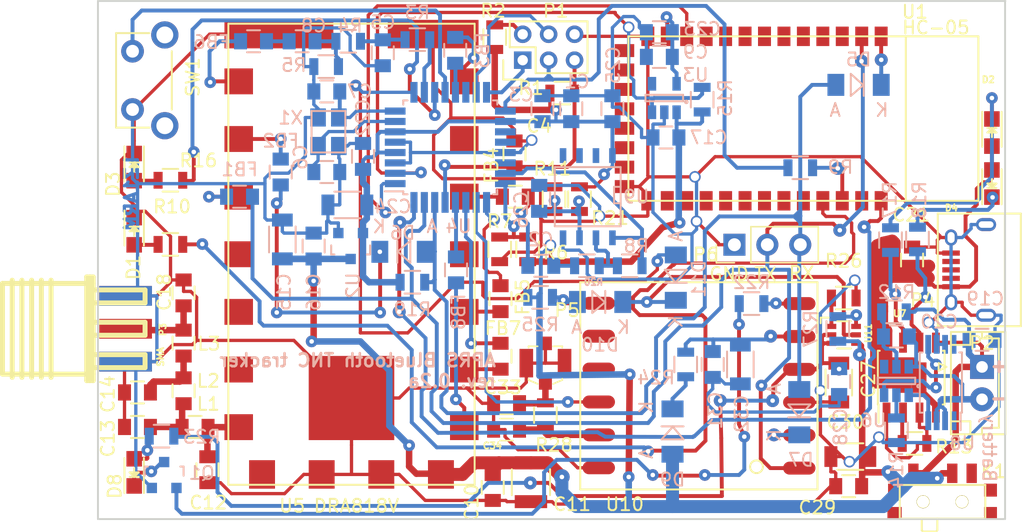
<source format=kicad_pcb>
(kicad_pcb (version 20171130) (host pcbnew "(5.1.12)-1")
  (title_block (title "APRS Bluetooth TNC tracker") (date 2017-02-13) (rev 0.2a) (company LZ1ARM))
  (layers (0 F.Cu signal) (31 B.Cu signal) (34 B.Paste user hide) (35 F.Paste user hide) (36 B.SilkS user hide) (37 F.SilkS user hide) (38 B.Mask user hide) (39 F.Mask user hide) (44 Edge.Cuts user))
  (net 0 "")
  (net 1 +BATT)
  (net 2 3V3)
  (net 3 DPTT)
  (net 4 ENABLE)
  (net 5 GND)
  (net 6 MIC)
  (net 7 MISO)
  (net 8 MOSI)
  (net 9 PWR)
  (net 10 RESET)
  (net 11 RF_H_L)
  (net 12 RF_PD)
  (net 13 SCK)
  (net 14 SPK)
  (net 15 VCC)
  (net 16 "Net-(C2-Pad2)")
  (net 17 "Net-(C5-Pad1)")
  (net 18 "Net-(C6-Pad1)")
  (net 19 "Net-(C7-Pad1)")
  (net 20 "Net-(C8-Pad1)")
  (net 21 "Net-(C12-Pad1)")
  (net 22 "Net-(C13-Pad1)")
  (net 23 "Net-(C14-Pad1)")
  (net 24 "Net-(C18-Pad1)")
  (net 25 "Net-(C19-Pad1)")
  (net 26 "Net-(C20-Pad1)")
  (net 27 "Net-(C21-Pad1)")
  (net 28 "Net-(FB1-Pad2)")
  (net 29 "Net-(FB2-Pad2)")
  (net 30 RF_SQ)
  (net 31 "Net-(FB3-Pad2)")
  (net 32 "Net-(FB4-Pad2)")
  (net 33 "Net-(FB5-Pad2)")
  (net 34 "Net-(FB6-Pad2)")
  (net 35 "Net-(FB7-Pad2)")
  (net 36 "Net-(FB8-Pad2)")
  (net 37 "Net-(K1-Pad3)")
  (net 38 "Net-(P1-Pad2)")
  (net 39 "Net-(P4-Pad2)")
  (net 40 "Net-(P4-Pad3)")
  (net 41 "Net-(P4-Pad4)")
  (net 42 "Net-(R3-Pad1)")
  (net 43 "Net-(R9-Pad2)")
  (net 44 "Net-(R10-Pad1)")
  (net 45 "Net-(R13-Pad2)")
  (net 46 "Net-(R14-Pad1)")
  (net 47 "Net-(R16-Pad1)")
  (net 48 "Net-(R17-Pad2)")
  (net 49 "Net-(R18-Pad1)")
  (net 50 "Net-(SW1-Pad2)")
  (net 51 "Net-(U1-Pad3)")
  (net 52 "Net-(U1-Pad4)")
  (net 53 "Net-(U1-Pad5)")
  (net 54 "Net-(U1-Pad6)")
  (net 55 "Net-(U1-Pad7)")
  (net 56 "Net-(U1-Pad8)")
  (net 57 "Net-(U1-Pad9)")
  (net 58 "Net-(U1-Pad10)")
  (net 59 "Net-(U1-Pad11)")
  (net 60 "Net-(U1-Pad23)")
  (net 61 "Net-(U1-Pad24)")
  (net 62 "Net-(U1-Pad25)")
  (net 63 "Net-(U1-Pad26)")
  (net 64 "Net-(U1-Pad27)")
  (net 65 "Net-(U1-Pad28)")
  (net 66 "Net-(U1-Pad29)")
  (net 67 "Net-(U1-Pad30)")
  (net 68 "Net-(U1-Pad33)")
  (net 69 "Net-(U1-Pad34)")
  (net 70 "Net-(U1-Pad14)")
  (net 71 "Net-(U1-Pad15)")
  (net 72 "Net-(U1-Pad16)")
  (net 73 "Net-(U1-Pad17)")
  (net 74 "Net-(U1-Pad18)")
  (net 75 "Net-(U1-Pad19)")
  (net 76 "Net-(U1-Pad20)")
  (net 77 "Net-(U4-Pad19)")
  (net 78 "Net-(U4-Pad20)")
  (net 79 "Net-(U4-Pad22)")
  (net 80 "Net-(U6-Pad4)")
  (net 81 "Net-(U6-Pad3)")
  (net 82 "Net-(U6-Pad1)")
  (net 83 "Net-(U8-Pad1)")
  (net 84 "Net-(U8-Pad8)")
  (net 85 "Net-(D5-Pad1)")
  (net 86 RXD)
  (net 87 "Net-(D6-Pad1)")
  (net 88 TXD)
  (net 89 "Net-(C2-Pad1)")
  (net 90 "Net-(C26-Pad2)")
  (net 91 "Net-(R20-Pad2)")
  (net 92 "Net-(C27-Pad1)")
  (net 93 "Net-(C31-Pad2)")
  (net 94 "Net-(D7-Pad1)")
  (net 95 "Net-(D8-Pad2)")
  (net 96 "Net-(D8-Pad1)")
  (net 97 "Net-(D9-Pad1)")
  (net 98 "Net-(D10-Pad1)")
  (net 99 "Net-(D10-Pad2)")
  (net 100 GPS_EN)
  (net 101 "Net-(Q1-Pad1)")
  (net 102 "Net-(R22-Pad2)")
  (net 103 GPS_RESET)
  (net 104 "Net-(U10-Pad8)")
  (net 105 "Net-(U10-Pad9)")
  (net 106 "Net-(R26-Pad1)")
  (net 107 "Net-(R27-Pad1)")
  (net 108 "Net-(C20-Pad2)")
  (net 109 "Net-(C33-Pad1)")
  (net 110 "Net-(C34-Pad1)")
  (net 111 "Net-(U4-Pad14)")
  (net 112 "Net-(D1-Pad2)")
  (net 113 "Net-(D2-Pad1)")
  (net 114 "Net-(D3-Pad2)")
  (net 115 "Net-(D4-Pad1)")
  (module Capacitors_SMD:C_1206 (layer B.Cu) (at 127.305 100.127 90)
    (fp_text reference C15 (at -4.064 0.127 90) (layer B.SilkS) (effects (justify mirror)))
    (fp_text value 10uF)
    (pad 1 smd rect (at -1.5 0 90) (size 1 1.6) (layers B.Cu B.Paste B.Mask) (net 1 +BATT))
    (pad 2 smd rect (at 1.5 0 90) (size 1 1.6) (layers B.Cu B.Paste B.Mask) (net 5 GND))
  )
  (module Capacitors_SMD:C_0805 (layer B.Cu) (at 147.371 90.0303 90)
    (fp_text reference C1 (at 2.0955 2.667 180) (layer B.SilkS) (effects (justify mirror)))
    (fp_text value 100nF)
    (pad 1 smd rect (at -1 0 90) (size 1 1.25) (layers B.Cu B.Paste B.Mask) (net 15 VCC))
    (pad 2 smd rect (at 1 0 90) (size 1 1.25) (layers B.Cu B.Paste B.Mask) (net 5 GND))
  )
  (module Capacitors_SMD:C_0805 (layer B.Cu) (at 147.244 102.159 180)
    (fp_text reference C2 (at 0 2.032 180) (layer B.SilkS) (effects (justify mirror)))
    (fp_text value 100nF)
    (pad 1 smd rect (at -1 0 180) (size 1 1.25) (layers B.Cu B.Paste B.Mask) (net 89 "Net-(C2-Pad1)"))
    (pad 2 smd rect (at 1 0 180) (size 1 1.25) (layers B.Cu B.Paste B.Mask) (net 16 "Net-(C2-Pad2)"))
  )
  (module Capacitors_SMD:C_0805 (layer B.Cu) (at 149.593 90.0303 270)
    (fp_text reference C3 (at -1.0795 3.8735) (layer B.SilkS) (effects (justify mirror)))
    (fp_text value 100nF)
    (pad 1 smd rect (at -1 0 270) (size 1 1.25) (layers B.Cu B.Paste B.Mask) (net 5 GND))
    (pad 2 smd rect (at 1 0 270) (size 1 1.25) (layers B.Cu B.Paste B.Mask) (net 15 VCC))
  )
  (module Capacitors_SMD:C_0805 (layer F.Cu) (at 145.212 93.5228 90)
    (fp_text reference C4 (at 2.159 1.905 180) (layer F.SilkS))
    (fp_text value 100nF)
    (pad 1 smd rect (at -1 0 90) (size 1 1.25) (layers F.Cu F.Paste F.Mask) (net 10 RESET))
    (pad 2 smd rect (at 1 0 90) (size 1 1.25) (layers F.Cu F.Paste F.Mask) (net 5 GND))
  )
  (module Capacitors_SMD:C_0805 (layer B.Cu) (at 135.052 85.7123 270)
    (fp_text reference C5 (at -2.3495 0) (layer B.SilkS) (effects (justify mirror)))
    (fp_text value 10nF)
    (pad 1 smd rect (at -1 0 270) (size 1 1.25) (layers B.Cu B.Paste B.Mask) (net 17 "Net-(C5-Pad1)"))
    (pad 2 smd rect (at 1 0 270) (size 1 1.25) (layers B.Cu B.Paste B.Mask) (net 5 GND))
  )
  (module Capacitors_SMD:C_0805 (layer B.Cu) (at 130.734 94.9198)
    (fp_text reference C6 (at -2.032 -1.143 90) (layer B.SilkS) (effects (justify mirror)))
    (fp_text value 10pF)
    (pad 1 smd rect (at -1 0) (size 1 1.25) (layers B.Cu B.Paste B.Mask) (net 18 "Net-(C6-Pad1)"))
    (pad 2 smd rect (at 1 0) (size 1 1.25) (layers B.Cu B.Paste B.Mask) (net 5 GND))
  )
  (module Capacitors_SMD:C_0805 (layer B.Cu) (at 130.734 88.6968 180)
    (fp_text reference C7 (at -2.54 0 180) (layer B.SilkS) (effects (justify mirror)))
    (fp_text value 10pF)
    (pad 1 smd rect (at -1 0 180) (size 1 1.25) (layers B.Cu B.Paste B.Mask) (net 19 "Net-(C7-Pad1)"))
    (pad 2 smd rect (at 1 0 180) (size 1 1.25) (layers B.Cu B.Paste B.Mask) (net 5 GND))
  )
  (module Capacitors_SMD:C_0805 (layer B.Cu) (at 128.829 84.8233 180)
    (fp_text reference C8 (at -0.889 1.2065 180) (layer B.SilkS) (effects (justify mirror)))
    (fp_text value 100nF)
    (pad 1 smd rect (at -1 0 180) (size 1 1.25) (layers B.Cu B.Paste B.Mask) (net 20 "Net-(C8-Pad1)"))
    (pad 2 smd rect (at 1 0 180) (size 1 1.25) (layers B.Cu B.Paste B.Mask) (net 6 MIC))
  )
  (module Capacitors_SMD:C_0805 (layer B.Cu) (at 156.388 86.0298 180)
    (fp_text reference C9 (at -2.794 0.381 180) (layer B.SilkS) (effects (justify mirror)))
    (fp_text value 100nF)
    (pad 1 smd rect (at -1 0 180) (size 1 1.25) (layers B.Cu B.Paste B.Mask) (net 2 3V3))
    (pad 2 smd rect (at 1 0 180) (size 1 1.25) (layers B.Cu B.Paste B.Mask) (net 5 GND))
  )
  (module Capacitors_SMD:C_0805 (layer F.Cu) (at 143.535 119.278 270)
    (fp_text reference C10 (at 1.1684 1.6256 90) (layer F.SilkS))
    (fp_text value 100nF)
    (pad 1 smd rect (at -1 0 270) (size 1 1.25) (layers F.Cu F.Paste F.Mask) (net 1 +BATT))
    (pad 2 smd rect (at 1 0 270) (size 1 1.25) (layers F.Cu F.Paste F.Mask) (net 5 GND))
  )
  (module Capacitors_SMD:C_1210 (layer F.Cu) (at 146.482 118.872 270)
    (fp_text reference C11 (at 1.7018 -3.175) (layer F.SilkS))
    (fp_text value 100uF)
    (pad 1 smd rect (at -1.5 0 270) (size 1 2.5) (layers F.Cu F.Paste F.Mask) (net 1 +BATT))
    (pad 2 smd rect (at 1.5 0 270) (size 1 2.5) (layers F.Cu F.Paste F.Mask) (net 5 GND))
  )
  (module Capacitors_SMD:C_0805 (layer F.Cu) (at 121.526 117.907 270)
    (fp_text reference C12 (at 2.54 -0.0635) (layer F.SilkS))
    (fp_text value 20pF)
    (pad 1 smd rect (at -1 0 270) (size 1 1.25) (layers F.Cu F.Paste F.Mask) (net 21 "Net-(C12-Pad1)"))
    (pad 2 smd rect (at 1 0 270) (size 1 1.25) (layers F.Cu F.Paste F.Mask) (net 5 GND))
  )
  (module Capacitors_SMD:C_0805 (layer F.Cu) (at 116.129 114.605 180)
    (fp_text reference C13 (at 2.286 -0.889 270) (layer F.SilkS))
    (fp_text value 36pF)
    (pad 1 smd rect (at -1 0 180) (size 1 1.25) (layers F.Cu F.Paste F.Mask) (net 22 "Net-(C13-Pad1)"))
    (pad 2 smd rect (at 1 0 180) (size 1 1.25) (layers F.Cu F.Paste F.Mask) (net 5 GND))
  )
  (module Capacitors_SMD:C_0805 (layer F.Cu) (at 116.129 111.938 180)
    (fp_text reference C14 (at 2.286 -0.127 270) (layer F.SilkS))
    (fp_text value 36pF)
    (pad 1 smd rect (at -1 0 180) (size 1 1.25) (layers F.Cu F.Paste F.Mask) (net 23 "Net-(C14-Pad1)"))
    (pad 2 smd rect (at 1 0 180) (size 1 1.25) (layers F.Cu F.Paste F.Mask) (net 5 GND))
  )
  (module Capacitors_SMD:C_0805 (layer B.Cu) (at 129.718 100.635 90)
    (fp_text reference C16 (at -3.556 0 90) (layer B.SilkS) (effects (justify mirror)))
    (fp_text value 100nF)
    (pad 1 smd rect (at -1 0 90) (size 1 1.25) (layers B.Cu B.Paste B.Mask) (net 1 +BATT))
    (pad 2 smd rect (at 1 0 90) (size 1 1.25) (layers B.Cu B.Paste B.Mask) (net 5 GND))
  )
  (module Capacitors_SMD:C_0805 (layer B.Cu) (at 156.896 92.2528 180)
    (fp_text reference C17 (at -3.302 0 180) (layer B.SilkS) (effects (justify mirror)))
    (fp_text value 100nF)
    (pad 1 smd rect (at -1 0 180) (size 1 1.25) (layers B.Cu B.Paste B.Mask) (net 1 +BATT))
    (pad 2 smd rect (at 1 0 180) (size 1 1.25) (layers B.Cu B.Paste B.Mask) (net 5 GND))
  )
  (module Capacitors_SMD:C_0805 (layer F.Cu) (at 119.685 104.254 90)
    (fp_text reference C18 (at 0.0635 -1.4986 90) (layer F.SilkS))
    (fp_text value 20pF)
    (pad 1 smd rect (at -1 0 90) (size 1 1.25) (layers F.Cu F.Paste F.Mask) (net 24 "Net-(C18-Pad1)"))
    (pad 2 smd rect (at 1 0 90) (size 1 1.25) (layers F.Cu F.Paste F.Mask) (net 5 GND))
  )
  (module Capacitors_SMD:C_0805 (layer B.Cu) (at 181.28 107.874)
    (fp_text reference C19 (at 0.254 -3.175) (layer B.SilkS) (effects (justify mirror)))
    (fp_text value 100nF)
    (pad 1 smd rect (at -1 0) (size 1 1.25) (layers B.Cu B.Paste B.Mask) (net 25 "Net-(C19-Pad1)"))
    (pad 2 smd rect (at 1 0) (size 1 1.25) (layers B.Cu B.Paste B.Mask) (net 5 GND))
  )
  (module Capacitors_SMD:C_0805 (layer B.Cu) (at 174.676 107.62)
    (fp_text reference C20 (at 3.302 -1.143) (layer B.SilkS) (effects (justify mirror)))
    (fp_text value 100nF)
    (pad 1 smd rect (at -1 0) (size 1 1.25) (layers B.Cu B.Paste B.Mask) (net 26 "Net-(C20-Pad1)"))
    (pad 2 smd rect (at 1 0) (size 1 1.25) (layers B.Cu B.Paste B.Mask) (net 108 "Net-(C20-Pad2)"))
  )
  (module Capacitors_SMD:C_0805 (layer B.Cu) (at 133.528 93.7133 90)
    (fp_text reference C22 (at 2.9845 0 90) (layer B.SilkS) (effects (justify mirror)))
    (fp_text value 100nF)
    (pad 1 smd rect (at -1 0 90) (size 1 1.25) (layers B.Cu B.Paste B.Mask) (net 15 VCC))
    (pad 2 smd rect (at 1 0 90) (size 1 1.25) (layers B.Cu B.Paste B.Mask) (net 5 GND))
  )
  (module Capacitors_SMD:C_0805 (layer B.Cu) (at 156.388 84.1248 180)
    (fp_text reference C23 (at -3.302 0.254 180) (layer B.SilkS) (effects (justify mirror)))
    (fp_text value 100nF)
    (pad 1 smd rect (at -1 0 180) (size 1 1.25) (layers B.Cu B.Paste B.Mask) (net 2 3V3))
    (pad 2 smd rect (at 1 0 180) (size 1 1.25) (layers B.Cu B.Paste B.Mask) (net 5 GND))
  )
  (module Capacitors_SMD:C_1206 (layer B.Cu) (at 132.321 97.4598 180)
    (fp_text reference C24 (at -3.4925 -0.127 180) (layer B.SilkS) (effects (justify mirror)))
    (fp_text value 10uF)
    (pad 1 smd rect (at -1.5 0 180) (size 1 1.6) (layers B.Cu B.Paste B.Mask) (net 15 VCC))
    (pad 2 smd rect (at 1.5 0 180) (size 1 1.6) (layers B.Cu B.Paste B.Mask) (net 5 GND))
  )
  (module LEDs:LED_0805 (layer F.Cu) (at 115.875 99.4918 270)
    (fp_text reference D1 (at 2.794 0.0508 270) (layer F.SilkS))
    (fp_text value "Blue LED" hide)
    (pad 2 smd rect (at 1.04902 0 90) (size 1.19888 1.19888) (layers F.Cu F.Paste F.Mask) (net 112 "Net-(D1-Pad2)"))
    (pad 1 smd rect (at -1.04902 0 90) (size 1.19888 1.19888) (layers F.Cu F.Paste F.Mask) (net 5 GND))
  )
  (module LEDs:LED_0805 (layer F.Cu) (at 182.042 95.8088 90)
    (fp_text reference D2 (at 8.0264 -0.2794 180) (layer F.SilkS) (effects (font (size 0.5 0.5) (thickness 0.125))))
    (fp_text value "Red LED")
    (pad 2 smd rect (at 1.04902 0 270) (size 1.19888 1.19888) (layers F.Cu F.Paste F.Mask) (net 27 "Net-(C21-Pad1)"))
    (pad 1 smd rect (at -1.04902 0 270) (size 1.19888 1.19888) (layers F.Cu F.Paste F.Mask) (net 113 "Net-(D2-Pad1)"))
  )
  (module LEDs:LED_0805 (layer F.Cu) (at 115.875 94.5388 270)
    (fp_text reference D3 (at 1.3208 1.6256 270) (layer F.SilkS))
    (fp_text value "Green LED")
    (pad 2 smd rect (at 1.04902 0 90) (size 1.19888 1.19888) (layers F.Cu F.Paste F.Mask) (net 114 "Net-(D3-Pad2)"))
    (pad 1 smd rect (at -1.04902 0 90) (size 1.19888 1.19888) (layers F.Cu F.Paste F.Mask) (net 5 GND))
  )
  (module LEDs:LED_0805 (layer F.Cu) (at 182.042 91.8718 270)
    (fp_text reference D4 (at 5.8166 3.1242) (layer F.SilkS) (effects (font (size 0.5 0.5) (thickness 0.125))))
    (fp_text value "Green LED")
    (pad 2 smd rect (at 1.04902 0 90) (size 1.19888 1.19888) (layers F.Cu F.Paste F.Mask) (net 27 "Net-(C21-Pad1)"))
    (pad 1 smd rect (at -1.04902 0 90) (size 1.19888 1.19888) (layers F.Cu F.Paste F.Mask) (net 115 "Net-(D4-Pad1)"))
  )
  (module Capacitors_SMD:C_0805 (layer B.Cu) (at 124.003 96.8248 180)
    (fp_text reference FB1 (at 0 2.1 180) (layer B.SilkS) (effects (justify mirror)))
    (fp_text value BLM21PG331SN1D)
    (pad 1 smd rect (at -1 0 180) (size 1 1.25) (layers B.Cu B.Paste B.Mask) (net 88 TXD))
    (pad 2 smd rect (at 1 0 180) (size 1 1.25) (layers B.Cu B.Paste B.Mask) (net 28 "Net-(FB1-Pad2)"))
  )
  (module Capacitors_SMD:C_0805 (layer B.Cu) (at 127.178 94.9198 90)
    (fp_text reference FB2 (at 2.413 0 180) (layer B.SilkS) (effects (justify mirror)))
    (fp_text value DNI)
    (pad 1 smd rect (at -1 0 90) (size 1 1.25) (layers B.Cu B.Paste B.Mask) (net 87 "Net-(D6-Pad1)"))
    (pad 2 smd rect (at 1 0 90) (size 1 1.25) (layers B.Cu B.Paste B.Mask) (net 29 "Net-(FB2-Pad2)"))
  )
  (module Capacitors_SMD:C_0805 (layer B.Cu) (at 140.64 85.5218 90)
    (fp_text reference FB3 (at 0 2.1 90) (layer B.SilkS) (effects (justify mirror)))
    (fp_text value BLM21PG331SN1D)
    (pad 1 smd rect (at -1 0 90) (size 1 1.25) (layers B.Cu B.Paste B.Mask) (net 30 RF_SQ))
    (pad 2 smd rect (at 1 0 90) (size 1 1.25) (layers B.Cu B.Paste B.Mask) (net 31 "Net-(FB3-Pad2)"))
  )
  (module Capacitors_SMD:C_0805 (layer F.Cu) (at 145.275 96.8248 180)
    (fp_text reference FB4 (at 1.8415 2.413 270) (layer F.SilkS))
    (fp_text value BLM21PG331SN1D)
    (pad 1 smd rect (at -1 0 180) (size 1 1.25) (layers F.Cu F.Paste F.Mask) (net 16 "Net-(C2-Pad2)"))
    (pad 2 smd rect (at 1 0 180) (size 1 1.25) (layers F.Cu F.Paste F.Mask) (net 32 "Net-(FB4-Pad2)"))
  )
  (module Capacitors_SMD:C_0805 (layer F.Cu) (at 144.132 104.699 270)
    (fp_text reference FB5 (at -0.127 -1.7145 90) (layer F.SilkS))
    (fp_text value BLM21PG331SN1D)
    (pad 1 smd rect (at -1 0 270) (size 1 1.25) (layers F.Cu F.Paste F.Mask) (net 3 DPTT))
    (pad 2 smd rect (at 1 0 270) (size 1 1.25) (layers F.Cu F.Paste F.Mask) (net 33 "Net-(FB5-Pad2)"))
  )
  (module Capacitors_SMD:C_0805 (layer B.Cu) (at 125.082 84.8233 180)
    (fp_text reference FB6 (at 3.2385 -0.0635 180) (layer B.SilkS) (effects (justify mirror)))
    (fp_text value BLM21PG331SN1D hide)
    (pad 1 smd rect (at -1 0 180) (size 1 1.25) (layers B.Cu B.Paste B.Mask) (net 6 MIC))
    (pad 2 smd rect (at 1 0 180) (size 1 1.25) (layers B.Cu B.Paste B.Mask) (net 34 "Net-(FB6-Pad2)"))
  )
  (module Capacitors_SMD:C_0805 (layer F.Cu) (at 144.132 109.144 270)
    (fp_text reference FB7 (at -2.159 -0.1905 180) (layer F.SilkS))
    (fp_text value BLM21PG331SN1D)
    (pad 1 smd rect (at -1 0 270) (size 1 1.25) (layers F.Cu F.Paste F.Mask) (net 12 RF_PD))
    (pad 2 smd rect (at 1 0 270) (size 1 1.25) (layers F.Cu F.Paste F.Mask) (net 35 "Net-(FB7-Pad2)"))
  )
  (module Capacitors_SMD:C_0805 (layer B.Cu) (at 140.703 102.476 270)
    (fp_text reference FB8 (at 3.2385 -0.1905 270) (layer B.SilkS) (effects (justify mirror)))
    (fp_text value BLM21PG331SN1D)
    (pad 1 smd rect (at -1 0 270) (size 1 1.25) (layers B.Cu B.Paste B.Mask) (net 11 RF_H_L))
    (pad 2 smd rect (at 1 0 270) (size 1 1.25) (layers B.Cu B.Paste B.Mask) (net 36 "Net-(FB8-Pad2)"))
  )
  (module footprints:MK12C02 (layer F.Cu) (at 178.232 120.383)
    (fp_text reference K1 (at 3.937 -2.3495) (layer F.SilkS))
    (fp_text value MK12C02 hide)
    (pad 1 smd rect (at -2.25 -2.2) (size 0.8 1.5) (layers F.Cu F.Paste F.Mask) (net 25 "Net-(C19-Pad1)"))
    (pad 2 smd rect (at 0.75 -2.2) (size 0.8 1.5) (layers F.Cu F.Paste F.Mask) (net 1 +BATT))
    (pad 3 smd rect (at 2.25 -2.2) (size 0.8 1.5) (layers F.Cu F.Paste F.Mask) (net 37 "Net-(K1-Pad3)"))
    (pad 4 smd rect (at -3.7 -0.9) (size 1 1) (layers F.Cu F.Paste F.Mask))
    (pad 5 smd rect (at 3.7 -0.9) (size 1 1) (layers F.Cu F.Paste F.Mask))
    (pad 6 smd rect (at -3.7 0.9) (size 1.1 1) (layers F.Cu F.Paste F.Mask))
    (pad 7 smd rect (at 3.7 0.9) (size 1 1) (layers F.Cu F.Paste F.Mask))
    (pad 8 thru_hole circle (at -1.5 0) (size 1 1) (drill 0.9) (layers *.Cu *.Mask F.SilkS))
    (pad 9 thru_hole circle (at 1.5 0) (size 1 1) (drill 0.9) (layers *.Cu *.Mask F.SilkS))
  )
  (module Capacitors_SMD:C_0805 (layer F.Cu) (at 120.574 114.605 180)
    (fp_text reference L1 (at -1.016 1.778 180) (layer F.SilkS))
    (fp_text value 56nH hide)
    (pad 1 smd rect (at -1 0 180) (size 1 1.25) (layers F.Cu F.Paste F.Mask) (net 21 "Net-(C12-Pad1)"))
    (pad 2 smd rect (at 1 0 180) (size 1 1.25) (layers F.Cu F.Paste F.Mask) (net 22 "Net-(C13-Pad1)"))
  )
  (module Capacitors_SMD:C_0805 (layer F.Cu) (at 119.685 111.811 90)
    (fp_text reference L2 (at 0.762 1.905) (layer F.SilkS))
    (fp_text value 68nH hide)
    (pad 1 smd rect (at -1 0 90) (size 1 1.25) (layers F.Cu F.Paste F.Mask) (net 22 "Net-(C13-Pad1)"))
    (pad 2 smd rect (at 1 0 90) (size 1 1.25) (layers F.Cu F.Paste F.Mask) (net 23 "Net-(C14-Pad1)"))
  )
  (module Capacitors_SMD:C_0805 (layer F.Cu) (at 119.685 108.128 90)
    (fp_text reference L3 (at -0.0508 1.9558 180) (layer F.SilkS))
    (fp_text value 56nH hide)
    (pad 1 smd rect (at -1 0 90) (size 1 1.25) (layers F.Cu F.Paste F.Mask) (net 23 "Net-(C14-Pad1)"))
    (pad 2 smd rect (at 1 0 90) (size 1 1.25) (layers F.Cu F.Paste F.Mask) (net 24 "Net-(C18-Pad1)"))
  )
  (module Pin_Headers:Pin_Header_Straight_2x03_Pitch2.00mm (layer F.Cu) (at 145.847 86.2838 90)
    (fp_text reference P1 (at 3.81 2.54 180) (layer F.SilkS))
    (fp_text value ISP)
    (pad 1 thru_hole rect (at 0 0 90) (size 1.35 1.35) (drill 0.8) (layers *.Cu *.Mask) (net 7 MISO))
    (pad 3 thru_hole circle (at 0 2 90) (size 1.35 1.35) (drill 0.8) (layers *.Cu *.Mask) (net 13 SCK))
    (pad 5 thru_hole circle (at 0 4 90) (size 1.35 1.35) (drill 0.8) (layers *.Cu *.Mask) (net 10 RESET))
    (pad 2 thru_hole circle (at 2 0 90) (size 1.35 1.35) (drill 0.8) (layers *.Cu *.Mask) (net 38 "Net-(P1-Pad2)"))
    (pad 4 thru_hole circle (at 2 2 90) (size 1.35 1.35) (drill 0.8) (layers *.Cu *.Mask) (net 8 MOSI))
    (pad 6 thru_hole circle (at 2 4 90) (size 1.35 1.35) (drill 0.8) (layers *.Cu *.Mask) (net 5 GND))
  )
  (module Connectors_JST:JST_EH_B02B-EH-A_02x2.50mm_Straight (layer F.Cu) (at 181.28 109.969 270)
    (fp_text reference P2 (at -1.8415 0) (layer F.SilkS))
    (fp_text value BATTERY)
    (pad 1 thru_hole rect (at 0 0 270) (size 1.85 1.85) (drill 0.9) (layers *.Cu *.Mask) (net 25 "Net-(C19-Pad1)"))
    (pad 2 thru_hole circle (at 2.5 0 270) (size 1.85 1.85) (drill 0.9) (layers *.Cu *.Mask) (net 108 "Net-(C20-Pad2)"))
  )
  (module Connect:USB_Micro-B (layer F.Cu) (at 180.454 102.476 90)
    (fp_text reference P4 (at -2.3495 -3.7465 180) (layer F.SilkS))
    (fp_text value USB_OTG)
    (pad 1 smd rect (at -1.3009 -1.56254 180) (size 1.35 0.4) (layers F.Cu F.Paste F.Mask) (net 27 "Net-(C21-Pad1)"))
    (pad 2 smd rect (at -0.6509 -1.56254 180) (size 1.35 0.4) (layers F.Cu F.Paste F.Mask) (net 39 "Net-(P4-Pad2)"))
    (pad 3 smd rect (at -0.0009 -1.56254 180) (size 1.35 0.4) (layers F.Cu F.Paste F.Mask) (net 40 "Net-(P4-Pad3)"))
    (pad 4 smd rect (at 0.6491 -1.56254 180) (size 1.35 0.4) (layers F.Cu F.Paste F.Mask) (net 41 "Net-(P4-Pad4)"))
    (pad 5 smd rect (at 1.2991 -1.56254 180) (size 1.35 0.4) (layers F.Cu F.Paste F.Mask) (net 5 GND))
    (pad 6 thru_hole oval (at -2.5009 -1.56254 180) (size 0.95 1.25) (drill oval 0.55 0.85) (layers *.Cu *.Mask) (net 5 GND))
    (pad 6 thru_hole oval (at 2.4991 -1.56254 180) (size 0.95 1.25) (drill oval 0.55 0.85) (layers *.Cu *.Mask) (net 5 GND))
    (pad 6 thru_hole oval (at -3.5009 1.13746 180) (size 1.55 1) (drill oval 1.15 0.5) (layers *.Cu *.Mask) (net 5 GND))
    (pad 6 thru_hole oval (at 3.4991 1.13746 180) (size 1.55 1) (drill oval 1.15 0.5) (layers *.Cu *.Mask) (net 5 GND))
  )
  (module Resistors_SMD:R_0805 (layer F.Cu) (at 148.895 88.8238)
    (fp_text reference R1 (at -2.413 -0.381) (layer F.SilkS))
    (fp_text value 10k)
    (pad 1 smd rect (at -0.95 0) (size 0.7 1.3) (layers F.Cu F.Paste F.Mask) (net 15 VCC))
    (pad 2 smd rect (at 0.95 0) (size 0.7 1.3) (layers F.Cu F.Paste F.Mask) (net 10 RESET))
  )
  (module Resistors_SMD:R_0805 (layer F.Cu) (at 143.688 84.5058 270)
    (fp_text reference R2 (at -2.032 0.127 180) (layer F.SilkS))
    (fp_text value DNI)
    (pad 1 smd rect (at -0.95 0 270) (size 0.7 1.3) (layers F.Cu F.Paste F.Mask) (net 38 "Net-(P1-Pad2)"))
    (pad 2 smd rect (at 0.95 0 270) (size 0.7 1.3) (layers F.Cu F.Paste F.Mask) (net 15 VCC))
  )
  (module Resistors_SMD:R_0805 (layer B.Cu) (at 137.719 84.6963 180)
    (fp_text reference R3 (at 0 2.1 180) (layer B.SilkS) (effects (justify mirror)))
    (fp_text value 8k2)
    (pad 1 smd rect (at -0.95 0 180) (size 0.7 1.3) (layers B.Cu B.Paste B.Mask) (net 42 "Net-(R3-Pad1)"))
    (pad 2 smd rect (at 0.95 0 180) (size 0.7 1.3) (layers B.Cu B.Paste B.Mask) (net 17 "Net-(C5-Pad1)"))
  )
  (module Resistors_SMD:R_0805 (layer B.Cu) (at 132.385 84.8233)
    (fp_text reference R4 (at 0.127 -1.2065) (layer B.SilkS) (effects (justify mirror)))
    (fp_text value 100k)
    (pad 1 smd rect (at -0.95 0) (size 0.7 1.3) (layers B.Cu B.Paste B.Mask) (net 20 "Net-(C8-Pad1)"))
    (pad 2 smd rect (at 0.95 0) (size 0.7 1.3) (layers B.Cu B.Paste B.Mask) (net 17 "Net-(C5-Pad1)"))
  )
  (module Resistors_SMD:R_0805 (layer B.Cu) (at 130.683 86.7791)
    (fp_text reference R5 (at -2.4892 -0.1143) (layer B.SilkS) (effects (justify mirror)))
    (fp_text value 15k)
    (pad 1 smd rect (at -0.95 0) (size 0.7 1.3) (layers B.Cu B.Paste B.Mask) (net 5 GND))
    (pad 2 smd rect (at 0.95 0) (size 0.7 1.3) (layers B.Cu B.Paste B.Mask) (net 20 "Net-(C8-Pad1)"))
  )
  (module Resistors_SMD:R_0805 (layer F.Cu) (at 146.228 100.889 90)
    (fp_text reference R6 (at -0.254 2.159 180) (layer F.SilkS))
    (fp_text value 1M)
    (pad 1 smd rect (at -0.95 0 90) (size 0.7 1.3) (layers F.Cu F.Paste F.Mask) (net 1 +BATT))
    (pad 2 smd rect (at 0.95 0 90) (size 0.7 1.3) (layers F.Cu F.Paste F.Mask) (net 9 PWR))
  )
  (module Resistors_SMD:R_0805 (layer F.Cu) (at 144.069 100.889 270)
    (fp_text reference R7 (at -2.159 0) (layer F.SilkS))
    (fp_text value 1M)
    (pad 1 smd rect (at -0.95 0 270) (size 0.7 1.3) (layers F.Cu F.Paste F.Mask) (net 9 PWR))
    (pad 2 smd rect (at 0.95 0 270) (size 0.7 1.3) (layers F.Cu F.Paste F.Mask) (net 5 GND))
  )
  (module Resistors_SMD:R_0805 (layer B.Cu) (at 154.102 102.159)
    (fp_text reference R8 (at 0.508 -1.524) (layer B.SilkS) (effects (justify mirror)))
    (fp_text value 100k)
    (pad 1 smd rect (at -0.95 0) (size 0.7 1.3) (layers B.Cu B.Paste B.Mask) (net 91 "Net-(R20-Pad2)"))
    (pad 2 smd rect (at 0.95 0) (size 0.7 1.3) (layers B.Cu B.Paste B.Mask) (net 14 SPK))
  )
  (module Resistors_SMD:R_0805 (layer B.Cu) (at 167.259 94.5896)
    (fp_text reference R9 (at 3.0988 -0.0508) (layer B.SilkS) (effects (justify mirror)))
    (fp_text value DNI)
    (pad 1 smd rect (at -0.95 0) (size 0.7 1.3) (layers B.Cu B.Paste B.Mask) (net 13 SCK))
    (pad 2 smd rect (at 0.95 0) (size 0.7 1.3) (layers B.Cu B.Paste B.Mask) (net 43 "Net-(R9-Pad2)"))
  )
  (module Resistors_SMD:R_0805 (layer F.Cu) (at 118.669 100.508 180)
    (fp_text reference R10 (at -0.127 2.921 180) (layer F.SilkS))
    (fp_text value 1k)
    (pad 1 smd rect (at -0.95 0 180) (size 0.7 1.3) (layers F.Cu F.Paste F.Mask) (net 44 "Net-(R10-Pad1)"))
    (pad 2 smd rect (at 0.95 0 180) (size 0.7 1.3) (layers F.Cu F.Paste F.Mask) (net 112 "Net-(D1-Pad2)"))
  )
  (module Resistors_SMD:R_0805 (layer F.Cu) (at 148.26 97.0153 270)
    (fp_text reference R11 (at -2.3495 0.127) (layer F.SilkS))
    (fp_text value 100k)
    (pad 1 smd rect (at -0.95 0 270) (size 0.7 1.3) (layers F.Cu F.Paste F.Mask) (net 5 GND))
    (pad 2 smd rect (at 0.95 0 270) (size 0.7 1.3) (layers F.Cu F.Paste F.Mask) (net 90 "Net-(C26-Pad2)"))
  )
  (module Resistors_SMD:R_0805 (layer B.Cu) (at 174.485 105.715)
    (fp_text reference R12 (at 0.1905 -1.524) (layer B.SilkS) (effects (justify mirror)))
    (fp_text value 100)
    (pad 1 smd rect (at -0.95 0) (size 0.7 1.3) (layers B.Cu B.Paste B.Mask) (net 26 "Net-(C20-Pad1)"))
    (pad 2 smd rect (at 0.95 0) (size 0.7 1.3) (layers B.Cu B.Paste B.Mask) (net 25 "Net-(C19-Pad1)"))
  )
  (module Resistors_SMD:R_0805 (layer F.Cu) (at 176.073 115.875 180)
    (fp_text reference R13 (at -3.048 -0.254 180) (layer F.SilkS))
    (fp_text value 1.2k)
    (pad 1 smd rect (at -0.95 0 180) (size 0.7 1.3) (layers F.Cu F.Paste F.Mask) (net 5 GND))
    (pad 2 smd rect (at 0.95 0 180) (size 0.7 1.3) (layers F.Cu F.Paste F.Mask) (net 45 "Net-(R13-Pad2)"))
  )
  (module Resistors_SMD:R_0805 (layer B.Cu) (at 174.676 114.859 270)
    (fp_text reference R14 (at 3.048 0 270) (layer B.SilkS) (effects (justify mirror)))
    (fp_text value 1k)
    (pad 1 smd rect (at -0.95 0 270) (size 0.7 1.3) (layers B.Cu B.Paste B.Mask) (net 46 "Net-(R14-Pad1)"))
    (pad 2 smd rect (at 0.95 0 270) (size 0.7 1.3) (layers B.Cu B.Paste B.Mask) (net 5 GND))
  )
  (module Resistors_SMD:R_0805 (layer B.Cu) (at 159.69 89.3318 270)
    (fp_text reference R15 (at -0.127 -1.778 270) (layer B.SilkS) (effects (justify mirror)))
    (fp_text value 10k)
    (pad 1 smd rect (at -0.95 0 270) (size 0.7 1.3) (layers B.Cu B.Paste B.Mask) (net 4 ENABLE))
    (pad 2 smd rect (at 0.95 0 270) (size 0.7 1.3) (layers B.Cu B.Paste B.Mask) (net 1 +BATT))
  )
  (module Resistors_SMD:R_0805 (layer F.Cu) (at 118.669 95.5548 180)
    (fp_text reference R16 (at -2.159 1.524 180) (layer F.SilkS))
    (fp_text value 1k)
    (pad 1 smd rect (at -0.95 0 180) (size 0.7 1.3) (layers F.Cu F.Paste F.Mask) (net 47 "Net-(R16-Pad1)"))
    (pad 2 smd rect (at 0.95 0 180) (size 0.7 1.3) (layers F.Cu F.Paste F.Mask) (net 114 "Net-(D3-Pad2)"))
  )
  (module Resistors_SMD:R_0805 (layer B.Cu) (at 176.301 100.127 270)
    (fp_text reference R17 (at -3.048 2.1336 270) (layer B.SilkS) (effects (justify mirror)))
    (fp_text value 1k)
    (pad 1 smd rect (at -0.95 0 270) (size 0.7 1.3) (layers B.Cu B.Paste B.Mask) (net 113 "Net-(D2-Pad1)"))
    (pad 2 smd rect (at 0.95 0 270) (size 0.7 1.3) (layers B.Cu B.Paste B.Mask) (net 48 "Net-(R17-Pad2)"))
  )
  (module Resistors_SMD:R_0805 (layer B.Cu) (at 174.219 100.178 90)
    (fp_text reference R18 (at 3.0988 2.2352 90) (layer B.SilkS) (effects (justify mirror)))
    (fp_text value 1k)
    (pad 1 smd rect (at -0.95 0 90) (size 0.7 1.3) (layers B.Cu B.Paste B.Mask) (net 49 "Net-(R18-Pad1)"))
    (pad 2 smd rect (at 0.95 0 90) (size 0.7 1.3) (layers B.Cu B.Paste B.Mask) (net 115 "Net-(D4-Pad1)"))
  )
  (module footprints:HC-05 (layer F.Cu) (at 155.499 84.4423 270)
    (fp_text reference U1 (at -1.8923 -20.5994) (layer F.SilkS))
    (fp_text value HC-05 (at -0.6731 -22.225) (layer F.SilkS))
    (pad 1 smd rect (at 0 -18 270) (size 1.5 1) (layers F.Cu F.Paste F.Mask) (net 85 "Net-(D5-Pad1)"))
    (pad 2 smd rect (at 0 -16.5 270) (size 1.5 1) (layers F.Cu F.Paste F.Mask) (net 88 TXD))
    (pad 3 smd rect (at 0 -15 270) (size 1.5 1) (layers F.Cu F.Paste F.Mask) (net 51 "Net-(U1-Pad3)"))
    (pad 4 smd rect (at 0 -13.5 270) (size 1.5 1) (layers F.Cu F.Paste F.Mask) (net 52 "Net-(U1-Pad4)"))
    (pad 5 smd rect (at 0 -12 270) (size 1.5 1) (layers F.Cu F.Paste F.Mask) (net 53 "Net-(U1-Pad5)"))
    (pad 6 smd rect (at 0 -10.5 270) (size 1.5 1) (layers F.Cu F.Paste F.Mask) (net 54 "Net-(U1-Pad6)"))
    (pad 7 smd rect (at 0 -9 270) (size 1.5 1) (layers F.Cu F.Paste F.Mask) (net 55 "Net-(U1-Pad7)"))
    (pad 8 smd rect (at 0 -7.5 270) (size 1.5 1) (layers F.Cu F.Paste F.Mask) (net 56 "Net-(U1-Pad8)"))
    (pad 9 smd rect (at 0 -6 270) (size 1.5 1) (layers F.Cu F.Paste F.Mask) (net 57 "Net-(U1-Pad9)"))
    (pad 10 smd rect (at 0 -4.5 270) (size 1.5 1) (layers F.Cu F.Paste F.Mask) (net 58 "Net-(U1-Pad10)"))
    (pad 11 smd rect (at 0 -3 270) (size 1.5 1) (layers F.Cu F.Paste F.Mask) (net 59 "Net-(U1-Pad11)"))
    (pad 12 smd rect (at 0 -1.5 270) (size 1.5 1) (layers F.Cu F.Paste F.Mask) (net 2 3V3))
    (pad 13 smd rect (at 0 0 270) (size 1.5 1) (layers F.Cu F.Paste F.Mask) (net 5 GND))
    (pad 22 smd rect (at 12.7 0 270) (size 1.5 1) (layers F.Cu F.Paste F.Mask) (net 5 GND))
    (pad 23 smd rect (at 12.7 -1.5 270) (size 1.5 1) (layers F.Cu F.Paste F.Mask) (net 60 "Net-(U1-Pad23)"))
    (pad 24 smd rect (at 12.7 -3 270) (size 1.5 1) (layers F.Cu F.Paste F.Mask) (net 61 "Net-(U1-Pad24)"))
    (pad 25 smd rect (at 12.7 -4.5 270) (size 1.5 1) (layers F.Cu F.Paste F.Mask) (net 62 "Net-(U1-Pad25)"))
    (pad 26 smd rect (at 12.7 -6 270) (size 1.5 1) (layers F.Cu F.Paste F.Mask) (net 63 "Net-(U1-Pad26)"))
    (pad 27 smd rect (at 12.7 -7.5 270) (size 1.5 1) (layers F.Cu F.Paste F.Mask) (net 64 "Net-(U1-Pad27)"))
    (pad 28 smd rect (at 12.7 -9 270) (size 1.5 1) (layers F.Cu F.Paste F.Mask) (net 65 "Net-(U1-Pad28)"))
    (pad 29 smd rect (at 12.7 -10.5 270) (size 1.5 1) (layers F.Cu F.Paste F.Mask) (net 66 "Net-(U1-Pad29)"))
    (pad 30 smd rect (at 12.7 -12 270) (size 1.5 1) (layers F.Cu F.Paste F.Mask) (net 67 "Net-(U1-Pad30)"))
    (pad 31 smd rect (at 12.7 -13.5 270) (size 1.5 1) (layers F.Cu F.Paste F.Mask) (net 44 "Net-(R10-Pad1)"))
    (pad 32 smd rect (at 12.7 -15 270) (size 1.5 1) (layers F.Cu F.Paste F.Mask) (net 43 "Net-(R9-Pad2)"))
    (pad 33 smd rect (at 12.7 -16.5 270) (size 1.5 1) (layers F.Cu F.Paste F.Mask) (net 68 "Net-(U1-Pad33)"))
    (pad 34 smd rect (at 12.7 -18 270) (size 1.5 1) (layers F.Cu F.Paste F.Mask) (net 69 "Net-(U1-Pad34)"))
    (pad 14 smd rect (at 1.1 1.8 270) (size 1 1.5) (layers F.Cu F.Paste F.Mask) (net 70 "Net-(U1-Pad14)"))
    (pad 15 smd rect (at 2.6 1.8 270) (size 1 1.5) (layers F.Cu F.Paste F.Mask) (net 71 "Net-(U1-Pad15)"))
    (pad 16 smd rect (at 4.1 1.8 270) (size 1 1.5) (layers F.Cu F.Paste F.Mask) (net 72 "Net-(U1-Pad16)"))
    (pad 17 smd rect (at 5.6 1.8 270) (size 1 1.5) (layers F.Cu F.Paste F.Mask) (net 73 "Net-(U1-Pad17)"))
    (pad 18 smd rect (at 7.1 1.8 270) (size 1 1.5) (layers F.Cu F.Paste F.Mask) (net 74 "Net-(U1-Pad18)"))
    (pad 19 smd rect (at 8.6 1.8 270) (size 1 1.5) (layers F.Cu F.Paste F.Mask) (net 75 "Net-(U1-Pad19)"))
    (pad 20 smd rect (at 10.1 1.8 270) (size 1 1.5) (layers F.Cu F.Paste F.Mask) (net 76 "Net-(U1-Pad20)"))
    (pad 21 smd rect (at 11.6 1.8 270) (size 1 1.5) (layers F.Cu F.Paste F.Mask) (net 5 GND))
  )
  (module TO_SOT_Packages_SMD:SOT-23 (layer B.Cu) (at 132.575 100.635)
    (fp_text reference U2 (at 0.1905 3.048 90) (layer B.SilkS) (effects (justify mirror)))
    (fp_text value APE8800N)
    (pad 1 smd rect (at -0.95 -1.00076) (size 0.8001 0.8001) (layers B.Cu B.Paste B.Mask) (net 5 GND))
    (pad 2 smd rect (at 0.95 -1.00076) (size 0.8001 0.8001) (layers B.Cu B.Paste B.Mask) (net 15 VCC))
    (pad 3 smd rect (at 0 0.99822) (size 0.8001 0.8001) (layers B.Cu B.Paste B.Mask) (net 1 +BATT))
  )
  (module TO_SOT_Packages_SMD:SOT-23-5 (layer B.Cu) (at 156.769 89.2048 90)
    (fp_text reference U3 (at 1.778 2.413 180) (layer B.SilkS) (effects (justify mirror)))
    (fp_text value BU33TD3WG)
    (pad 1 smd rect (at -1.1 0.95 90) (size 1.06 0.65) (layers B.Cu B.Paste B.Mask) (net 1 +BATT))
    (pad 2 smd rect (at -1.1 0 90) (size 1.06 0.65) (layers B.Cu B.Paste B.Mask) (net 5 GND))
    (pad 3 smd rect (at -1.1 -0.95 90) (size 1.06 0.65) (layers B.Cu B.Paste B.Mask) (net 4 ENABLE))
    (pad 4 smd rect (at 1.1 -0.95 90) (size 1.06 0.65) (layers B.Cu B.Paste B.Mask))
    (pad 5 smd rect (at 1.1 0.95 90) (size 1.06 0.65) (layers B.Cu B.Paste B.Mask) (net 2 3V3))
  )
  (module Housings_QFP:TQFP-32_7x7mm_Pitch0.8mm (layer B.Cu) (at 140.259 93.0148)
    (fp_text reference U4 (at 0.635 6.096) (layer B.SilkS) (effects (justify mirror)))
    (fp_text value ATMEGA328P-AU)
    (pad 1 smd rect (at -4.25 2.8) (size 1.6 0.55) (layers B.Cu B.Paste B.Mask) (net 59 "Net-(U1-Pad11)"))
    (pad 2 smd rect (at -4.25 2) (size 1.6 0.55) (layers B.Cu B.Paste B.Mask) (net 4 ENABLE))
    (pad 3 smd rect (at -4.25 1.2) (size 1.6 0.55) (layers B.Cu B.Paste B.Mask) (net 5 GND))
    (pad 4 smd rect (at -4.25 0.4) (size 1.6 0.55) (layers B.Cu B.Paste B.Mask) (net 15 VCC))
    (pad 5 smd rect (at -4.25 -0.4) (size 1.6 0.55) (layers B.Cu B.Paste B.Mask) (net 5 GND))
    (pad 6 smd rect (at -4.25 -1.2) (size 1.6 0.55) (layers B.Cu B.Paste B.Mask) (net 15 VCC))
    (pad 7 smd rect (at -4.25 -2) (size 1.6 0.55) (layers B.Cu B.Paste B.Mask) (net 18 "Net-(C6-Pad1)"))
    (pad 8 smd rect (at -4.25 -2.8) (size 1.6 0.55) (layers B.Cu B.Paste B.Mask) (net 19 "Net-(C7-Pad1)"))
    (pad 9 smd rect (at -2.8 -4.25 270) (size 1.6 0.55) (layers B.Cu B.Paste B.Mask) (net 100 GPS_EN))
    (pad 10 smd rect (at -2 -4.25 270) (size 1.6 0.55) (layers B.Cu B.Paste B.Mask) (net 42 "Net-(R3-Pad1)"))
    (pad 11 smd rect (at -1.2 -4.25 270) (size 1.6 0.55) (layers B.Cu B.Paste B.Mask) (net 47 "Net-(R16-Pad1)"))
    (pad 12 smd rect (at -0.4 -4.25 270) (size 1.6 0.55) (layers B.Cu B.Paste B.Mask) (net 50 "Net-(SW1-Pad2)"))
    (pad 13 smd rect (at 0.4 -4.25 270) (size 1.6 0.55) (layers B.Cu B.Paste B.Mask) (net 30 RF_SQ))
    (pad 14 smd rect (at 1.2 -4.25 270) (size 1.6 0.55) (layers B.Cu B.Paste B.Mask) (net 111 "Net-(U4-Pad14)"))
    (pad 15 smd rect (at 2 -4.25 270) (size 1.6 0.55) (layers B.Cu B.Paste B.Mask) (net 8 MOSI))
    (pad 16 smd rect (at 2.8 -4.25 270) (size 1.6 0.55) (layers B.Cu B.Paste B.Mask) (net 7 MISO))
    (pad 17 smd rect (at 4.25 -2.8) (size 1.6 0.55) (layers B.Cu B.Paste B.Mask) (net 13 SCK))
    (pad 18 smd rect (at 4.25 -2) (size 1.6 0.55) (layers B.Cu B.Paste B.Mask) (net 15 VCC))
    (pad 19 smd rect (at 4.25 -1.2) (size 1.6 0.55) (layers B.Cu B.Paste B.Mask) (net 77 "Net-(U4-Pad19)"))
    (pad 20 smd rect (at 4.25 -0.4) (size 1.6 0.55) (layers B.Cu B.Paste B.Mask) (net 78 "Net-(U4-Pad20)"))
    (pad 21 smd rect (at 4.25 0.4) (size 1.6 0.55) (layers B.Cu B.Paste B.Mask) (net 5 GND))
    (pad 22 smd rect (at 4.25 1.2) (size 1.6 0.55) (layers B.Cu B.Paste B.Mask) (net 79 "Net-(U4-Pad22)"))
    (pad 23 smd rect (at 4.25 2) (size 1.6 0.55) (layers B.Cu B.Paste B.Mask) (net 14 SPK))
    (pad 24 smd rect (at 4.25 2.8) (size 1.6 0.55) (layers B.Cu B.Paste B.Mask) (net 9 PWR))
    (pad 25 smd rect (at 2.8 4.25 270) (size 1.6 0.55) (layers B.Cu B.Paste B.Mask) (net 3 DPTT))
    (pad 26 smd rect (at 2 4.25 270) (size 1.6 0.55) (layers B.Cu B.Paste B.Mask) (net 103 GPS_RESET))
    (pad 27 smd rect (at 1.2 4.25 270) (size 1.6 0.55) (layers B.Cu B.Paste B.Mask) (net 12 RF_PD))
    (pad 28 smd rect (at 0.4 4.25 270) (size 1.6 0.55) (layers B.Cu B.Paste B.Mask) (net 11 RF_H_L))
    (pad 29 smd rect (at -0.4 4.25 270) (size 1.6 0.55) (layers B.Cu B.Paste B.Mask) (net 10 RESET))
    (pad 30 smd rect (at -1.2 4.25 270) (size 1.6 0.55) (layers B.Cu B.Paste B.Mask) (net 86 RXD))
    (pad 31 smd rect (at -2 4.25 270) (size 1.6 0.55) (layers B.Cu B.Paste B.Mask) (net 88 TXD))
    (pad 32 smd rect (at -2.8 4.25 270) (size 1.6 0.55) (layers B.Cu B.Paste B.Mask) (net 69 "Net-(U1-Pad34)"))
  )
  (module TO_SOT_Packages_SMD:SOT-23-6 (layer B.Cu) (at 174.676 111.049 90)
    (fp_text reference U6 (at -3.048 -1.778 180) (layer B.SilkS) (effects (justify mirror)))
    (fp_text value DW01-P)
    (pad 1 smd rect (at -1.1 0.95 90) (size 1.06 0.65) (layers B.Cu B.Paste B.Mask) (net 82 "Net-(U6-Pad1)"))
    (pad 2 smd rect (at -1.1 0 90) (size 1.06 0.65) (layers B.Cu B.Paste B.Mask) (net 46 "Net-(R14-Pad1)"))
    (pad 3 smd rect (at -1.1 -0.95 90) (size 1.06 0.65) (layers B.Cu B.Paste B.Mask) (net 81 "Net-(U6-Pad3)"))
    (pad 4 smd rect (at 1.1 -0.95 90) (size 1.06 0.65) (layers B.Cu B.Paste B.Mask) (net 80 "Net-(U6-Pad4)"))
    (pad 6 smd rect (at 1.1 0.95 90) (size 1.06 0.65) (layers B.Cu B.Paste B.Mask) (net 108 "Net-(C20-Pad2)"))
    (pad 5 smd rect (at 1.1 0 90) (size 1.06 0.65) (layers B.Cu B.Paste B.Mask) (net 26 "Net-(C20-Pad1)"))
  )
  (module Housings_SOIC:SOIC-8-1EP_3.9x4.9mm_Pitch1.27mm (layer F.Cu) (at 175.819 110.795 90)
    (fp_text reference U7 (at 4.953 -0.889 180) (layer F.SilkS) (effects (font (size 0.5 0.5) (thickness 0.125))))
    (fp_text value TP4056)
    (pad 1 smd rect (at -2.7 -1.905 90) (size 1.55 0.6) (layers F.Cu F.Paste F.Mask) (net 5 GND))
    (pad 2 smd rect (at -2.7 -0.635 90) (size 1.55 0.6) (layers F.Cu F.Paste F.Mask) (net 45 "Net-(R13-Pad2)"))
    (pad 3 smd rect (at -2.7 0.635 90) (size 1.55 0.6) (layers F.Cu F.Paste F.Mask) (net 5 GND))
    (pad 4 smd rect (at -2.7 1.905 90) (size 1.55 0.6) (layers F.Cu F.Paste F.Mask) (net 27 "Net-(C21-Pad1)"))
    (pad 5 smd rect (at 2.7 1.905 90) (size 1.55 0.6) (layers F.Cu F.Paste F.Mask) (net 25 "Net-(C19-Pad1)"))
    (pad 6 smd rect (at 2.7 0.635 90) (size 1.55 0.6) (layers F.Cu F.Paste F.Mask) (net 48 "Net-(R17-Pad2)"))
    (pad 7 smd rect (at 2.7 -0.635 90) (size 1.55 0.6) (layers F.Cu F.Paste F.Mask) (net 49 "Net-(R18-Pad1)"))
    (pad 8 smd rect (at 2.7 -1.905 90) (size 1.55 0.6) (layers F.Cu F.Paste F.Mask) (net 27 "Net-(C21-Pad1)"))
    (pad 9 smd rect (at 0.5875 0.5875 90) (size 1.175 1.175) (layers F.Cu F.Paste F.Mask) (net 27 "Net-(C21-Pad1)"))
    (pad 9 smd rect (at 0.5875 -0.5875 90) (size 1.175 1.175) (layers F.Cu F.Paste F.Mask) (net 27 "Net-(C21-Pad1)"))
    (pad 9 smd rect (at -0.5875 0.5875 90) (size 1.175 1.175) (layers F.Cu F.Paste F.Mask) (net 27 "Net-(C21-Pad1)"))
    (pad 9 smd rect (at -0.5875 -0.5875 90) (size 1.175 1.175) (layers F.Cu F.Paste F.Mask) (net 27 "Net-(C21-Pad1)"))
  )
  (module Housings_SSOP:TSSOP-8_4.4x3mm_Pitch0.65mm (layer B.Cu) (at 178.105 111.176 90)
    (fp_text reference U8 (at -4.699 1.651 180) (layer B.SilkS) (effects (justify mirror)))
    (fp_text value 8205A)
    (pad 1 smd rect (at -2.95 0.975 90) (size 1.45 0.45) (layers B.Cu B.Paste B.Mask) (net 83 "Net-(U8-Pad1)"))
    (pad 2 smd rect (at -2.95 0.325 90) (size 1.45 0.45) (layers B.Cu B.Paste B.Mask) (net 108 "Net-(C20-Pad2)"))
    (pad 3 smd rect (at -2.95 -0.325 90) (size 1.45 0.45) (layers B.Cu B.Paste B.Mask) (net 108 "Net-(C20-Pad2)"))
    (pad 4 smd rect (at -2.95 -0.975 90) (size 1.45 0.45) (layers B.Cu B.Paste B.Mask) (net 82 "Net-(U6-Pad1)"))
    (pad 5 smd rect (at 2.95 -0.975 90) (size 1.45 0.45) (layers B.Cu B.Paste B.Mask) (net 81 "Net-(U6-Pad3)"))
    (pad 6 smd rect (at 2.95 -0.325 90) (size 1.45 0.45) (layers B.Cu B.Paste B.Mask) (net 5 GND))
    (pad 7 smd rect (at 2.95 0.325 90) (size 1.45 0.45) (layers B.Cu B.Paste B.Mask) (net 5 GND))
    (pad 8 smd rect (at 2.95 0.975 90) (size 1.45 0.45) (layers B.Cu B.Paste B.Mask) (net 84 "Net-(U8-Pad8)"))
  )
  (module footprints:crystal_FA238-TSX3225 (layer B.Cu) (at 130.861 91.8083 270)
    (fp_text reference X1 (at -1.0795 2.921) (layer B.SilkS) (effects (justify mirror)))
    (fp_text value "QKT-3225SMD 16.0000MHz")
    (pad 1 smd rect (at -1.1 -0.8 270) (size 1.4 1.2) (layers B.Cu B.Paste B.Mask) (net 19 "Net-(C7-Pad1)"))
    (pad 3 smd rect (at 1.1 -0.8 270) (size 1.4 1.2) (layers B.Cu B.Paste B.Mask) (net 5 GND))
    (pad 3 smd rect (at -1.1 0.8 270) (size 1.4 1.2) (layers B.Cu B.Paste B.Mask) (net 5 GND))
    (pad 2 smd rect (at 1.1 0.8 270) (size 1.4 1.2) (layers B.Cu B.Paste B.Mask) (net 18 "Net-(C6-Pad1)"))
  )
  (module Diodes_SMD:MiniMELF_Standard (layer B.Cu) (at 171.755 88.1888 180)
    (fp_text reference D5 (at 0 1.95 180) (layer B.SilkS) (effects (justify mirror)))
    (fp_text value BAT42)
    (fp_text user K (at -1.8 -1.95 180) (layer B.SilkS) (effects (justify mirror)))
    (fp_text user A (at 1.8 -1.95 180) (layer B.SilkS) (effects (justify mirror)))
    (pad 1 smd rect (at -1.75006 0 180) (size 1.30048 1.69926) (layers B.Cu B.Paste B.Mask) (net 85 "Net-(D5-Pad1)"))
    (pad 2 smd rect (at 1.75006 0 180) (size 1.30048 1.69926) (layers B.Cu B.Paste B.Mask) (net 86 RXD))
  )
  (module Diodes_SMD:MiniMELF_Standard (layer B.Cu) (at 136.576 101.079)
    (fp_text reference D6 (at 0 -1.4605) (layer B.SilkS) (effects (justify mirror)))
    (fp_text value DNI)
    (fp_text user K (at -1.8 -1.95) (layer B.SilkS) (effects (justify mirror)))
    (fp_text user A (at 2.286 -1.9685) (layer B.SilkS) (effects (justify mirror)))
    (pad 1 smd rect (at -1.75006 0) (size 1.30048 1.69926) (layers B.Cu B.Paste B.Mask) (net 87 "Net-(D6-Pad1)"))
    (pad 2 smd rect (at 1.75006 0) (size 1.30048 1.69926) (layers B.Cu B.Paste B.Mask) (net 86 RXD))
  )
  (module Resistors_SMD:R_0805 (layer B.Cu) (at 137.338 103.429)
    (fp_text reference R19 (at 0 2.1) (layer B.SilkS) (effects (justify mirror)))
    (fp_text value 10k)
    (pad 1 smd rect (at -0.95 0) (size 0.7 1.3) (layers B.Cu B.Paste B.Mask) (net 15 VCC))
    (pad 2 smd rect (at 0.95 0) (size 0.7 1.3) (layers B.Cu B.Paste B.Mask) (net 86 RXD))
  )
  (module Capacitors_SMD:C_0805 (layer B.Cu) (at 152.768 90.0303 90)
    (fp_text reference C25 (at 3.3655 0.0635 90) (layer B.SilkS) (effects (justify mirror)))
    (fp_text value 100nF)
    (pad 1 smd rect (at -1 0 90) (size 1 1.25) (layers B.Cu B.Paste B.Mask) (net 15 VCC))
    (pad 2 smd rect (at 1 0 90) (size 1 1.25) (layers B.Cu B.Paste B.Mask) (net 5 GND))
  )
  (module Capacitors_SMD:C_0805 (layer B.Cu) (at 147.117 96.9518 270)
    (fp_text reference C26 (at 0.889 1.397 270) (layer B.SilkS) (effects (justify mirror)))
    (fp_text value 100nF)
    (pad 1 smd rect (at -1 0 270) (size 1 1.25) (layers B.Cu B.Paste B.Mask) (net 5 GND))
    (pad 2 smd rect (at 1 0 270) (size 1 1.25) (layers B.Cu B.Paste B.Mask) (net 90 "Net-(C26-Pad2)"))
  )
  (module Resistors_SMD:R_0805 (layer B.Cu) (at 150.8 102.159)
    (fp_text reference R20 (at 0.508 1.27) (layer B.SilkS) (effects (font (size 0.5 0.5) (thickness 0.125)) (justify mirror)))
    (fp_text value 100k)
    (pad 1 smd rect (at -0.95 0) (size 0.7 1.3) (layers B.Cu B.Paste B.Mask) (net 89 "Net-(C2-Pad1)"))
    (pad 2 smd rect (at 0.95 0) (size 0.7 1.3) (layers B.Cu B.Paste B.Mask) (net 91 "Net-(R20-Pad2)"))
  )
  (module Resistors_SMD:R_0805 (layer F.Cu) (at 150.228 97.0153 270)
    (fp_text reference R21 (at 1.4605 -2.3495) (layer F.SilkS))
    (fp_text value 100k)
    (pad 1 smd rect (at -0.95 0 270) (size 0.7 1.3) (layers F.Cu F.Paste F.Mask) (net 15 VCC))
    (pad 2 smd rect (at 0.95 0 270) (size 0.7 1.3) (layers F.Cu F.Paste F.Mask) (net 90 "Net-(C26-Pad2)"))
  )
  (module SMD_Packages:SOIC-8-N (layer B.Cu) (at 150.863 96.8248 180)
    (fp_text reference U9 (at -3.7465 0 180) (layer B.SilkS) (effects (justify mirror)))
    (fp_text value LM358)
    (pad 8 smd rect (at -1.905 3.175 180) (size 0.508 1.143) (layers B.Cu B.Paste B.Mask) (net 15 VCC))
    (pad 7 smd rect (at -0.635 3.175 180) (size 0.508 1.143) (layers B.Cu B.Paste B.Mask))
    (pad 6 smd rect (at 0.635 3.175 180) (size 0.508 1.143) (layers B.Cu B.Paste B.Mask))
    (pad 5 smd rect (at 1.905 3.175 180) (size 0.508 1.143) (layers B.Cu B.Paste B.Mask))
    (pad 4 smd rect (at 1.905 -3.175 180) (size 0.508 1.143) (layers B.Cu B.Paste B.Mask) (net 5 GND))
    (pad 3 smd rect (at 0.635 -3.175 180) (size 0.508 1.143) (layers B.Cu B.Paste B.Mask) (net 90 "Net-(C26-Pad2)"))
    (pad 2 smd rect (at -0.635 -3.175 180) (size 0.508 1.143) (layers B.Cu B.Paste B.Mask) (net 91 "Net-(R20-Pad2)"))
    (pad 1 smd rect (at -1.905 -3.175 180) (size 0.508 1.143) (layers B.Cu B.Paste B.Mask) (net 14 SPK))
  )
  (module Capacitors_SMD:C_1206 (layer F.Cu) (at 170.231 111.176 270)
    (fp_text reference C27 (at -0.254 -2.286 90) (layer F.SilkS))
    (fp_text value 10uF)
    (pad 1 smd rect (at -1.5 0 270) (size 1 1.6) (layers F.Cu F.Paste F.Mask) (net 92 "Net-(C27-Pad1)"))
    (pad 2 smd rect (at 1.5 0 270) (size 1 1.6) (layers F.Cu F.Paste F.Mask) (net 5 GND))
  )
  (module Capacitors_SMD:C_0805 (layer B.Cu) (at 170.256 111.1 270)
    (fp_text reference C28 (at 3.5052 -0.1016 270) (layer B.SilkS) (effects (justify mirror)))
    (fp_text value 100nF)
    (pad 1 smd rect (at -1 0 270) (size 1 1.25) (layers B.Cu B.Paste B.Mask) (net 92 "Net-(C27-Pad1)"))
    (pad 2 smd rect (at 1 0 270) (size 1 1.25) (layers B.Cu B.Paste B.Mask) (net 5 GND))
  )
  (module Capacitors_SMD:C_0805 (layer F.Cu) (at 170.993 119.177 180)
    (fp_text reference C29 (at 2.413 -1.651 180) (layer F.SilkS))
    (fp_text value 100nF)
    (pad 1 smd rect (at -1 0 180) (size 1 1.25) (layers F.Cu F.Paste F.Mask) (net 1 +BATT))
    (pad 2 smd rect (at 1 0 180) (size 1 1.25) (layers F.Cu F.Paste F.Mask) (net 5 GND))
  )
  (module Capacitors_SMD:C_1206 (layer F.Cu) (at 171.12 116.891 180)
    (fp_text reference C30 (at 0.381 2.667 180) (layer F.SilkS))
    (fp_text value 10uF)
    (pad 1 smd rect (at -1.5 0 180) (size 1 1.6) (layers F.Cu F.Paste F.Mask) (net 1 +BATT))
    (pad 2 smd rect (at 1.5 0 180) (size 1 1.6) (layers F.Cu F.Paste F.Mask) (net 5 GND))
  )
  (module Capacitors_SMD:C_0805 (layer B.Cu) (at 160.503 109.779 90)
    (fp_text reference C31 (at -3.556 0.2032 90) (layer B.SilkS) (effects (justify mirror)))
    (fp_text value 100nF)
    (pad 1 smd rect (at -1 0 90) (size 1 1.25) (layers B.Cu B.Paste B.Mask) (net 5 GND))
    (pad 2 smd rect (at 1 0 90) (size 1 1.25) (layers B.Cu B.Paste B.Mask) (net 93 "Net-(C31-Pad2)"))
  )
  (module Capacitors_SMD:C_1206 (layer B.Cu) (at 162.636 109.779 270)
    (fp_text reference C32 (at 3.81 -0.1016 270) (layer B.SilkS) (effects (justify mirror)))
    (fp_text value 10uF)
    (pad 1 smd rect (at -1.5 0 270) (size 1 1.6) (layers B.Cu B.Paste B.Mask) (net 93 "Net-(C31-Pad2)"))
    (pad 2 smd rect (at 1.5 0 270) (size 1 1.6) (layers B.Cu B.Paste B.Mask) (net 5 GND))
  )
  (module Diodes_SMD:MiniMELF_Standard (layer B.Cu) (at 167.183 113.462 90)
    (fp_text reference D7 (at -3.683 0.127 180) (layer B.SilkS) (effects (justify mirror)))
    (fp_text value BAT42)
    (fp_text user K (at -1.8 -1.95 90) (layer B.SilkS) (effects (justify mirror)))
    (fp_text user A (at 1.8 -1.95 90) (layer B.SilkS) (effects (justify mirror)))
    (pad 1 smd rect (at -1.75006 0 90) (size 1.30048 1.69926) (layers B.Cu B.Paste B.Mask) (net 94 "Net-(D7-Pad1)"))
    (pad 2 smd rect (at 1.75006 0 90) (size 1.30048 1.69926) (layers B.Cu B.Paste B.Mask) (net 86 RXD))
  )
  (module LEDs:LED_0805 (layer F.Cu) (at 115.875 118.11 90)
    (fp_text reference D8 (at -1.0668 -1.4986 90) (layer F.SilkS))
    (fp_text value "Blue LED")
    (pad 2 smd rect (at 1.04902 0 270) (size 1.19888 1.19888) (layers F.Cu F.Paste F.Mask) (net 95 "Net-(D8-Pad2)"))
    (pad 1 smd rect (at -1.04902 0 270) (size 1.19888 1.19888) (layers F.Cu F.Paste F.Mask) (net 96 "Net-(D8-Pad1)"))
  )
  (module Diodes_SMD:MiniMELF_Standard (layer B.Cu) (at 151.816 104.953 180)
    (fp_text reference D10 (at 0 -3.302 180) (layer B.SilkS) (effects (justify mirror)))
    (fp_text value BAT42)
    (fp_text user K (at -1.8 -1.95 180) (layer B.SilkS) (effects (justify mirror)))
    (fp_text user A (at 1.8 -1.95 180) (layer B.SilkS) (effects (justify mirror)))
    (pad 1 smd rect (at -1.75006 0 180) (size 1.30048 1.69926) (layers B.Cu B.Paste B.Mask) (net 98 "Net-(D10-Pad1)"))
    (pad 2 smd rect (at 1.75006 0 180) (size 1.30048 1.69926) (layers B.Cu B.Paste B.Mask) (net 99 "Net-(D10-Pad2)"))
  )
  (module Diodes_SMD:MiniMELF_Standard (layer B.Cu) (at 157.658 103.073 90)
    (fp_text reference D11 (at -0.1016 1.778 90) (layer B.SilkS) (effects (justify mirror)))
    (fp_text value BAT42)
    (fp_text user K (at -3.4036 0 90) (layer B.SilkS) (effects (justify mirror)))
    (fp_text user A (at 3.2004 0 90) (layer B.SilkS) (effects (justify mirror)))
    (pad 1 smd rect (at -1.75006 0 90) (size 1.30048 1.69926) (layers B.Cu B.Paste B.Mask) (net 98 "Net-(D10-Pad1)"))
    (pad 2 smd rect (at 1.75006 0 90) (size 1.30048 1.69926) (layers B.Cu B.Paste B.Mask) (net 100 GPS_EN))
  )
  (module TO_SOT_Packages_SMD:SOT-23 (layer B.Cu) (at 118.186 118.313 180)
    (fp_text reference Q1 (at -2.8956 0.1524 180) (layer B.SilkS) (effects (justify mirror)))
    (fp_text value MMBT3904)
    (pad 1 smd rect (at -0.95 -1.00076 180) (size 0.8001 0.8001) (layers B.Cu B.Paste B.Mask) (net 101 "Net-(Q1-Pad1)"))
    (pad 2 smd rect (at 0.95 -1.00076 180) (size 0.8001 0.8001) (layers B.Cu B.Paste B.Mask) (net 5 GND))
    (pad 3 smd rect (at 0 0.99822 180) (size 0.8001 0.8001) (layers B.Cu B.Paste B.Mask) (net 96 "Net-(D8-Pad1)"))
  )
  (module Resistors_SMD:R_0805 (layer B.Cu) (at 163.5 105.08)
    (fp_text reference R22 (at 0 -1.651) (layer B.SilkS) (effects (justify mirror)))
    (fp_text value 10k)
    (pad 1 smd rect (at -0.95 0) (size 0.7 1.3) (layers B.Cu B.Paste B.Mask) (net 101 "Net-(Q1-Pad1)"))
    (pad 2 smd rect (at 0.95 0) (size 0.7 1.3) (layers B.Cu B.Paste B.Mask) (net 102 "Net-(R22-Pad2)"))
  )
  (module Resistors_SMD:R_0805 (layer B.Cu) (at 117.983 115.316 180)
    (fp_text reference R23 (at -3.0988 -0.0508 180) (layer B.SilkS) (effects (justify mirror)))
    (fp_text value 1k)
    (pad 1 smd rect (at -0.95 0 180) (size 0.7 1.3) (layers B.Cu B.Paste B.Mask) (net 92 "Net-(C27-Pad1)"))
    (pad 2 smd rect (at 0.95 0 180) (size 0.7 1.3) (layers B.Cu B.Paste B.Mask) (net 95 "Net-(D8-Pad2)"))
  )
  (module Resistors_SMD:R_0805 (layer B.Cu) (at 158.42 109.779 90)
    (fp_text reference R24 (at -1.016 -2.286 180) (layer B.SilkS) (effects (justify mirror)))
    (fp_text value 1k)
    (pad 1 smd rect (at -0.95 0 90) (size 0.7 1.3) (layers B.Cu B.Paste B.Mask) (net 97 "Net-(D9-Pad1)"))
    (pad 2 smd rect (at 0.95 0 90) (size 0.7 1.3) (layers B.Cu B.Paste B.Mask) (net 93 "Net-(C31-Pad2)"))
  )
  (module Resistors_SMD:R_0805 (layer B.Cu) (at 147.193 104.597)
    (fp_text reference R25 (at 0 2.1) (layer B.SilkS) (effects (justify mirror)))
    (fp_text value 10k)
    (pad 1 smd rect (at -0.95 0) (size 0.7 1.3) (layers B.Cu B.Paste B.Mask) (net 1 +BATT))
    (pad 2 smd rect (at 0.95 0) (size 0.7 1.3) (layers B.Cu B.Paste B.Mask) (net 99 "Net-(D10-Pad2)"))
  )
  (module Buttons_Switches_ThroughHole:SW_Tactile_SPST_Angled (layer F.Cu) (at 115.748 90.0938 90)
    (fp_text reference SW1 (at 2.5 4.65 90) (layer F.SilkS))
    (fp_text value SW_PUSH)
    (pad "" thru_hole circle (at 5.76 2.49 90) (size 2.1 2.1) (drill 1.3) (layers *.Cu *.Mask))
    (pad 2 thru_hole circle (at 4.5 0 90) (size 1.75 1.75) (drill 0.99) (layers *.Cu *.Mask) (net 50 "Net-(SW1-Pad2)"))
    (pad 1 thru_hole circle (at 0 0 90) (size 1.75 1.75) (drill 0.99) (layers *.Cu *.Mask) (net 5 GND))
    (pad "" thru_hole circle (at -1.25 2.49 90) (size 2.1 2.1) (drill 1.3) (layers *.Cu *.Mask))
  )
  (module footprints:Qectel-L80 (layer F.Cu) (at 159.436 111.43)
    (fp_text reference U10 (at -5.715 9.144) (layer F.SilkS))
    (fp_text value Quectel-L80)
    (pad 7 smd oval (at -7.7216 -6.3754) (size 2.5 1) (layers F.Cu F.Paste F.Mask) (net 99 "Net-(D10-Pad2)"))
    (pad 8 smd oval (at -7.7216 -3.8354) (size 2.5 1) (layers F.Cu F.Paste F.Mask) (net 104 "Net-(U10-Pad8)"))
    (pad 9 smd oval (at -7.7216 -1.2954) (size 2.5 1) (layers F.Cu F.Paste F.Mask) (net 105 "Net-(U10-Pad9)"))
    (pad 10 smd oval (at -7.7216 1.2446) (size 2.5 1) (layers F.Cu F.Paste F.Mask) (net 103 GPS_RESET))
    (pad 11 smd oval (at -7.7216 3.7846) (size 2.5 1) (layers F.Cu F.Paste F.Mask) (net 110 "Net-(C34-Pad1)"))
    (pad 12 smd oval (at -7.7216 6.327) (size 2.5 1) (layers F.Cu F.Paste F.Mask) (net 5 GND))
    (pad 1 smd oval (at 7.747 6.3524) (size 2.5 1) (layers F.Cu F.Paste F.Mask) (net 88 TXD))
    (pad 2 smd oval (at 7.747 3.81) (size 2.5 1) (layers F.Cu F.Paste F.Mask) (net 94 "Net-(D7-Pad1)"))
    (pad 3 smd oval (at 7.747 1.27) (size 2.5 1) (layers F.Cu F.Paste F.Mask) (net 5 GND))
    (pad 4 smd oval (at 7.747 -1.27) (size 2.5 1) (layers F.Cu F.Paste F.Mask) (net 92 "Net-(C27-Pad1)"))
    (pad 5 smd oval (at 7.747 -3.81) (size 2.5 1) (layers F.Cu F.Paste F.Mask) (net 93 "Net-(C31-Pad2)"))
    (pad 6 smd oval (at 7.747 -6.35) (size 2.5 1) (layers F.Cu F.Paste F.Mask) (net 102 "Net-(R22-Pad2)"))
  )
  (module Resistors_SMD:R_0805 (layer F.Cu) (at 170.612 104.648)
    (fp_text reference R26 (at 0 -2.8702) (layer F.SilkS))
    (fp_text value 0)
    (pad 1 smd rect (at -0.95 0) (size 0.7 1.3) (layers F.Cu F.Paste F.Mask) (net 106 "Net-(R26-Pad1)"))
    (pad 2 smd rect (at 0.95 0) (size 0.7 1.3) (layers F.Cu F.Paste F.Mask) (net 5 GND))
  )
  (module Resistors_SMD:R_0805 (layer B.Cu) (at 170.155 107.036 270)
    (fp_text reference R27 (at 0 2.1 270) (layer B.SilkS) (effects (justify mirror)))
    (fp_text value DNI)
    (pad 1 smd rect (at -0.95 0 270) (size 0.7 1.3) (layers B.Cu B.Paste B.Mask) (net 107 "Net-(R27-Pad1)"))
    (pad 2 smd rect (at 0.95 0 270) (size 0.7 1.3) (layers B.Cu B.Paste B.Mask) (net 1 +BATT))
  )
  (module TO_SOT_Packages_SMD:SC-70-6 (layer F.Cu) (at 170.612 107.493 270)
    (fp_text reference U11 (at -0.127 -1.905 90) (layer F.SilkS) (effects (font (size 0.5 0.5) (thickness 0.125))))
    (fp_text value FDG6342L)
    (pad 1 smd rect (at -0.65024 0.94996 270) (size 0.39878 0.7493) (layers F.Cu F.Paste F.Mask) (net 106 "Net-(R26-Pad1)"))
    (pad 2 smd rect (at 0 0.94996 270) (size 0.39878 0.7493) (layers F.Cu F.Paste F.Mask) (net 92 "Net-(C27-Pad1)"))
    (pad 3 smd rect (at 0.65024 0.94996 270) (size 0.39878 0.7493) (layers F.Cu F.Paste F.Mask) (net 92 "Net-(C27-Pad1)"))
    (pad 4 smd rect (at 0.65024 -0.94996 270) (size 0.39878 0.7493) (layers F.Cu F.Paste F.Mask) (net 1 +BATT))
    (pad 5 smd rect (at 0 -0.94996 270) (size 0.39878 0.7493) (layers F.Cu F.Paste F.Mask) (net 98 "Net-(D10-Pad1)"))
    (pad 6 smd rect (at -0.65024 -0.94996 270) (size 0.39878 0.7493) (layers F.Cu F.Paste F.Mask) (net 107 "Net-(R27-Pad1)"))
  )
  (module Diodes_SMD:MiniMELF_Standard (layer B.Cu) (at 157.404 114.96 270)
    (fp_text reference D9 (at 3.7084 0) (layer B.SilkS) (effects (justify mirror)))
    (fp_text value BAT42)
    (fp_text user K (at -1.8796 2.032 270) (layer B.SilkS) (effects (justify mirror)))
    (fp_text user A (at 1.6764 2.032 270) (layer B.SilkS) (effects (justify mirror)))
    (pad 1 smd rect (at -1.75006 0 270) (size 1.30048 1.69926) (layers B.Cu B.Paste B.Mask) (net 97 "Net-(D9-Pad1)"))
    (pad 2 smd rect (at 1.75006 0 270) (size 1.30048 1.69926) (layers B.Cu B.Paste B.Mask) (net 1 +BATT))
  )
  (module Capacitors_SMD:C_0805 (layer F.Cu) (at 175.882 101.714 90)
    (fp_text reference C21 (at 3.4925 -0.0635 180) (layer F.SilkS))
    (fp_text value 100nF)
    (pad 1 smd rect (at -1 0 90) (size 1 1.25) (layers F.Cu F.Paste F.Mask) (net 27 "Net-(C21-Pad1)"))
    (pad 2 smd rect (at 1 0 90) (size 1 1.25) (layers F.Cu F.Paste F.Mask) (net 5 GND))
  )
  (module Capacitors_SMD:C_0805 (layer F.Cu) (at 144.602 112.776 180)
    (fp_text reference C33 (at 0.2794 1.2192 180) (layer F.SilkS))
    (fp_text value DNI)
    (pad 1 smd rect (at -1 0 180) (size 1 1.25) (layers F.Cu F.Paste F.Mask) (net 109 "Net-(C33-Pad1)"))
    (pad 2 smd rect (at 1 0 180) (size 1 1.25) (layers F.Cu F.Paste F.Mask) (net 5 GND))
  )
  (module Capacitors_SMD:C_0805 (layer F.Cu) (at 144.602 114.808 180)
    (fp_text reference C34 (at 1.0922 -1.2446 180) (layer F.SilkS) (effects (font (size 0.5 0.5) (thickness 0.125))))
    (fp_text value DNI)
    (pad 1 smd rect (at -1 0 180) (size 1 1.25) (layers F.Cu F.Paste F.Mask) (net 110 "Net-(C34-Pad1)"))
    (pad 2 smd rect (at 1 0 180) (size 1 1.25) (layers F.Cu F.Paste F.Mask) (net 5 GND))
  )
  (module footprints:U.FL-Coax (layer F.Cu) (at 147.599 109.677 270)
    (fp_text reference P5 (at -4.0894 -1.6764) (layer F.SilkS))
    (fp_text value U.FL)
    (pad 2 smd rect (at -1.525 0 270) (size 1.05 1) (layers F.Cu F.Paste F.Mask) (net 5 GND))
    (pad 1 smd rect (at 1.525 0 270) (size 1.05 1) (layers F.Cu F.Paste F.Mask) (net 109 "Net-(C33-Pad1)"))
    (pad 2 smd rect (at 0 -1.475 270) (size 2.2 1.05) (layers F.Cu F.Paste F.Mask) (net 5 GND))
    (pad 2 smd rect (at 0 1.475 270) (size 2.2 1.05) (layers F.Cu F.Paste F.Mask) (net 5 GND))
  )
  (module Resistors_SMD:R_0805 (layer F.Cu) (at 147.599 113.69 90)
    (fp_text reference R28 (at -2.3114 0.6604 180) (layer F.SilkS))
    (fp_text value 0)
    (pad 1 smd rect (at -0.95 0 90) (size 0.7 1.3) (layers F.Cu F.Paste F.Mask) (net 110 "Net-(C34-Pad1)"))
    (pad 2 smd rect (at 0.95 0 90) (size 0.7 1.3) (layers F.Cu F.Paste F.Mask) (net 109 "Net-(C33-Pad1)"))
  )
  (module Pin_Headers:Pin_Header_Straight_1x03_Pitch2.54mm (layer F.Cu) (at 162.179 100.533 90)
    (fp_text reference P6 (at -0.762 -2.2098 180) (layer F.SilkS))
    (fp_text value Serial)
    (pad 1 thru_hole rect (at 0 0 90) (size 1.7 1.7) (drill 1) (layers *.Cu *.Mask) (net 5 GND))
    (pad 2 thru_hole oval (at 0 2.54 90) (size 1.7 1.7) (drill 1) (layers *.Cu *.Mask) (net 88 TXD))
    (pad 3 thru_hole oval (at 0 5.08 90) (size 1.7 1.7) (drill 1) (layers *.Cu *.Mask) (net 86 RXD))
  )
  (module footprints:CON-SMA-EDGE (layer F.Cu) (at 115.214 107.023 270)
    (fp_text reference P3 (at 0.0635 -2.8702 90) (layer F.SilkS) (effects (font (size 0.5 0.5) (thickness 0.125))))
    (fp_text value SMA (at 2.1717 -2.6924 270) (layer F.SilkS) (effects (font (size 0.5 0.5) (thickness 0.125))))
    (pad 1 smd rect (at 0 0 270) (size 1.524 4.064) (layers F.Cu F.Paste F.Mask) (net 24 "Net-(C18-Pad1)"))
    (pad 2 smd rect (at -2.54 0 270) (size 1.524 4.064) (layers F.Cu F.Paste F.Mask) (net 5 GND))
    (pad 2 smd rect (at 2.54 0 270) (size 1.524 4.064) (layers F.Cu F.Paste F.Mask) (net 5 GND))
    (pad 2 smd rect (at -2.54 0 270) (size 1.524 4.064) (layers B.Cu B.Paste B.Mask) (net 5 GND))
    (pad 2 smd rect (at 2.54 0 270) (size 1.524 4.064) (layers B.Cu B.Paste B.Mask) (net 5 GND))
  )
  (module footprints:Dorji_DRA818 (layer F.Cu) (at 132.639 101.27 270)
    (fp_text reference U5 (at 19.431 4.572) (layer F.SilkS))
    (fp_text value DRA818V (at 19.431 -0.381) (layer F.SilkS))
    (pad 7 smd rect (at 13.35 -8.7 270) (size 2 2.2) (layers F.Cu F.Paste F.Mask) (net 36 "Net-(FB8-Pad2)"))
    (pad 6 smd rect (at 8.9 -8.7 270) (size 2 2.2) (layers F.Cu F.Paste F.Mask) (net 35 "Net-(FB7-Pad2)"))
    (pad 5 smd rect (at 4.45 -8.7 270) (size 2 2.2) (layers F.Cu F.Paste F.Mask) (net 33 "Net-(FB5-Pad2)"))
    (pad 4 smd rect (at 0 -8.7 270) (size 2 2.2) (layers F.Cu F.Paste F.Mask))
    (pad 3 smd rect (at -4.45 -8.7 270) (size 2 2.2) (layers F.Cu F.Paste F.Mask) (net 32 "Net-(FB4-Pad2)"))
    (pad 2 smd rect (at -8.9 -8.7 270) (size 2 2.2) (layers F.Cu F.Paste F.Mask))
    (pad 1 smd rect (at -13.35 -8.7 270) (size 2 2.2) (layers F.Cu F.Paste F.Mask) (net 31 "Net-(FB3-Pad2)"))
    (pad 12 smd rect (at 13.35 8.7 270) (size 2 2.2) (layers F.Cu F.Paste F.Mask) (net 21 "Net-(C12-Pad1)"))
    (pad 13 smd rect (at 8.9 8.7 270) (size 2 2.2) (layers F.Cu F.Paste F.Mask))
    (pad 14 smd rect (at 4.45 8.7 270) (size 2 2.2) (layers F.Cu F.Paste F.Mask))
    (pad 15 smd rect (at 0 8.7 270) (size 2 2.2) (layers F.Cu F.Paste F.Mask))
    (pad 16 smd rect (at -4.45 8.7 270) (size 2 2.2) (layers F.Cu F.Paste F.Mask) (net 28 "Net-(FB1-Pad2)"))
    (pad 17 smd rect (at -8.9 8.7 270) (size 2 2.2) (layers F.Cu F.Paste F.Mask) (net 29 "Net-(FB2-Pad2)"))
    (pad 18 smd rect (at -13.35 8.7 270) (size 2 2.2) (layers F.Cu F.Paste F.Mask) (net 34 "Net-(FB6-Pad2)"))
    (pad 8 smd rect (at 17 -6.9) (size 2 2.2) (layers F.Cu F.Paste F.Mask) (net 1 +BATT))
    (pad 9 smd rect (at 17 -2.3) (size 2 2.2) (layers F.Cu F.Paste F.Mask) (net 5 GND))
    (pad 10 smd rect (at 17 2.3) (size 2 2.2) (layers F.Cu F.Paste F.Mask) (net 5 GND))
    (pad 11 smd rect (at 17 6.9) (size 2 2.2) (layers F.Cu F.Paste F.Mask))
    (pad 10 smd rect (at -17 -6.3 270) (size 2.2 7) (layers F.Cu F.Paste F.Mask) (net 5 GND))
    (pad 10 smd rect (at -17 5.6 270) (size 2.2 8.4) (layers F.Cu F.Paste F.Mask) (net 5 GND))
    (pad 10 smd rect (at 11.1 0 270) (size 6.5 6.6) (layers F.Cu F.Paste F.Mask) (net 5 GND))
  )
  (gr_text LZ1ARM (at 115.6716 96.5962 90) (layer B.Cu) (effects (font (size 1 1) (thickness 0.25)) (justify mirror)))
  (gr_text Battery (at 181.8386 116.205 270) (layer B.SilkS) (effects (font (size 1 1)) (justify mirror)))
  (gr_text "APRS Bluetooth TNC tracker\nrev. 0.2a" (at 143.891 110.2614) (layer B.SilkS) (effects (font (size 1 1) (thickness 0.2)) (justify left mirror)))
  (gr_text GND (at 161.7726 102.7938) (layer F.SilkS) (effects (font (size 1 1))))
  (gr_text TX (at 164.5666 102.8192) (layer F.SilkS) (effects (font (size 1 1))))
  (gr_text RX (at 167.3606 102.7176) (layer F.SilkS) (effects (font (size 1 1))))
  (gr_text - (at 182.5752 112.3696) (layer B.SilkS) (effects (font (size 1 1) (thickness 0.25)) (justify mirror)))
  (gr_text + (at 182.6006 109.8804) (layer B.SilkS) (effects (font (size 1 1) (thickness 0.25)) (justify mirror)))
  (gr_line (start 113.0808 121.7168) (end 183.0578 121.7168) (angle 90) (layer Edge.Cuts) (width 0.15))
  (gr_line (start 183.0578 81.7118) (end 183.0578 121.7118) (angle 90) (layer Edge.Cuts) (width 0.15))
  (gr_line (start 113.0808 81.7118) (end 113.0808 121.7118) (angle 90) (layer Edge.Cuts) (width 0.15))
  (gr_line (start 113.0808 81.7118) (end 183.0808 81.7118) (angle 90) (layer Edge.Cuts) (width 0.15))
  (via (at 154.02052 83.73872) (size 0.889) (drill 0.635) (layers F.Cu B.Cu) (net 4))
  (via (at 177.15992 106.53268) (size 0.889) (drill 0.635) (layers F.Cu B.Cu) (net 5))
  (via (at 147.98548 100.56368) (size 0.889) (drill 0.635) (layers F.Cu B.Cu) (net 1))
  (segment (start 171.562 108.1432) (end 171.562 108.143) (width 0.254) (layer F.Cu) (net 1))
  (segment (start 132.575 101.633) (end 132.575 101.6332) (width 0.254) (layer B.Cu) (net 1))
  (segment (start 127.305 101.627) (end 132.569 101.627) (width 0.5) (layer B.Cu) (net 1))
  (segment (start 132.569 101.627) (end 132.575 101.633) (width 0.5) (layer B.Cu) (net 1))
  (segment (start 157.404 116.7101) (end 157.404 120.752) (width 1) (layer B.Cu) (net 1))
  (segment (start 157.404 116.71) (end 157.404 116.7101) (width 1) (layer B.Cu) (net 1))
  (segment (start 154.026 120.752) (end 149.987 120.752) (width 1) (layer B.Cu) (net 1))
  (segment (start 149.987 120.752) (end 148.869 119.634) (width 1) (layer B.Cu) (net 1))
  (segment (start 148.869 119.634) (end 148.869 118.466) (width 1) (layer B.Cu) (net 1))
  (segment (start 157.404 120.752) (end 154.026 120.752) (width 1) (layer B.Cu) (net 1))
  (segment (start 147.142 104.394) (end 146.939 104.597) (width 0.3) (layer B.Cu) (net 1))
  (segment (start 146.939 104.597) (end 146.243 104.597) (width 0.3) (layer B.Cu) (net 1))
  (segment (start 147.244 101.143) (end 147.244 104.292) (width 0.3) (layer B.Cu) (net 1))
  (segment (start 147.244 104.292) (end 147.142 104.394) (width 0.3) (layer B.Cu) (net 1))
  (segment (start 157.719 91.186) (end 157.719 92.0758) (width 0.3) (layer B.Cu) (net 1))
  (segment (start 157.719 92.0758) (end 157.896 92.2528) (width 0.3) (layer B.Cu) (net 1))
  (segment (start 157.719 90.3048) (end 157.719 91.186) (width 0.3) (layer B.Cu) (net 1))
  (segment (start 175.082 119.126) (end 175.082 119.329) (width 1) (layer B.Cu) (net 1))
  (segment (start 175.184 119.227) (end 175.184 119.126) (width 1) (layer B.Cu) (net 1))
  (segment (start 175.184 119.126) (end 175.082 119.024) (width 1) (layer B.Cu) (net 1))
  (segment (start 175.082 119.024) (end 175.082 119.126) (width 1) (layer B.Cu) (net 1))
  (segment (start 175.082 119.126) (end 175.1835 119.2275) (width 1) (layer B.Cu) (net 1))
  (segment (start 174.015 118.059) (end 175.082 119.126) (width 1) (layer B.Cu) (net 1))
  (segment (start 144.019 117.372) (end 146.482 117.372) (width 1) (layer F.Cu) (net 1))
  (segment (start 139.539 118.27) (end 141.191 118.27) (width 1) (layer F.Cu) (net 1))
  (segment (start 141.191 118.27) (end 142.089 117.372) (width 1) (layer F.Cu) (net 1))
  (segment (start 142.089 117.372) (end 144.019 117.372) (width 1) (layer F.Cu) (net 1))
  (segment (start 175.1835 119.2275) (end 175.082 119.329) (width 1) (layer B.Cu) (net 1))
  (segment (start 175.184 119.227) (end 175.1835 119.2275) (width 1) (layer B.Cu) (net 1))
  (segment (start 175.1835 119.2275) (end 175.184 119.228) (width 1) (layer B.Cu) (net 1))
  (segment (start 175.184 119.228) (end 175.184 119.227) (width 1) (layer B.Cu) (net 1))
  (segment (start 177.825 118.567) (end 175.844 118.567) (width 1) (layer B.Cu) (net 1))
  (segment (start 175.844 118.567) (end 175.184 119.227) (width 1) (layer B.Cu) (net 1))
  (segment (start 172.034 108.763) (end 172.034 109.017) (width 0.5) (layer F.Cu) (net 1))
  (segment (start 172.034 108.712) (end 172.034 108.763) (width 0.5) (layer F.Cu) (net 1))
  (segment (start 172.034 108.712) (end 172.034 108.763) (width 0.3) (layer F.Cu) (net 1))
  (segment (start 171.562 108.143) (end 171.872 108.143) (width 0.3) (layer F.Cu) (net 1))
  (segment (start 171.872 108.143) (end 172.034 108.306) (width 0.3) (layer F.Cu) (net 1))
  (segment (start 172.034 108.306) (end 172.034 108.712) (width 0.3) (layer F.Cu) (net 1))
  (segment (start 172.034 118.11) (end 172.034 119.135) (width 0.5) (layer F.Cu) (net 1))
  (segment (start 172.034 119.135) (end 171.993 119.177) (width 0.5) (layer F.Cu) (net 1))
  (segment (start 172.034 117.043) (end 172.034 118.11) (width 0.5) (layer F.Cu) (net 1))
  (segment (start 172.034 109.017) (end 172.034 117.043) (width 0.5) (layer F.Cu) (net 1))
  (segment (start 147.752 101.839) (end 154.219 101.839) (width 0.5) (layer F.Cu) (net 1))
  (segment (start 154.219 101.839) (end 156.629 99.187) (width 0.5) (layer F.Cu) (net 1))
  (segment (start 156.629 99.187) (end 157.95 98.8314) (width 0.5) (layer F.Cu) (net 1))
  (segment (start 146.228 101.839) (end 147.752 101.839) (width 0.5) (layer F.Cu) (net 1))
  (segment (start 178.982 118.183) (end 178.209 118.183) (width 0.5) (layer F.Cu) (net 1))
  (segment (start 178.209 118.183) (end 177.825 118.567) (width 0.5) (layer F.Cu) (net 1))
  (segment (start 175.082 119.329) (end 173.66 120.752) (width 1) (layer B.Cu) (net 1))
  (segment (start 173.66 120.752) (end 157.404 120.752) (width 1) (layer B.Cu) (net 1))
  (segment (start 143.535 118.278) (end 143.535 117.856) (width 1) (layer F.Cu) (net 1))
  (segment (start 143.535 117.856) (end 144.019 117.372) (width 1) (layer F.Cu) (net 1))
  (segment (start 172.62 116.891) (end 172.187 116.891) (width 0.5) (layer F.Cu) (net 1))
  (segment (start 172.187 116.891) (end 172.034 117.043) (width 0.5) (layer F.Cu) (net 1))
  (segment (start 171.831 109.017) (end 171.831 108.102) (width 0.3) (layer B.Cu) (net 1))
  (segment (start 171.831 108.102) (end 171.714 107.986) (width 0.3) (layer B.Cu) (net 1))
  (segment (start 171.714 107.986) (end 170.155 107.986) (width 0.3) (layer B.Cu) (net 1))
  (segment (start 172.034 109.017) (end 171.831 109.017) (width 0.3) (layer F.Cu) (net 1))
  (segment (start 172.034 118.11) (end 173.965 118.11) (width 0.5) (layer F.Cu) (net 1))
  (segment (start 173.965 118.11) (end 174.015 118.059) (width 0.5) (layer F.Cu) (net 1))
  (segment (start 174.015 118.059) (end 174.015 118.008) (width 0.5) (layer B.Cu) (net 1))
  (segment (start 127.305 101.627) (end 129.71 101.627) (width 0.5) (layer B.Cu) (net 1))
  (segment (start 129.71 101.627) (end 129.718 101.635) (width 0.5) (layer B.Cu) (net 1))
  (segment (start 159.69 90.2818) (end 159.69 91.0336) (width 0.3) (layer B.Cu) (net 1))
  (segment (start 159.69 91.0336) (end 159.537 91.186) (width 0.3) (layer B.Cu) (net 1))
  (segment (start 159.537 91.186) (end 157.719 91.186) (width 0.3) (layer B.Cu) (net 1))
  (segment (start 148.869 118.466) (end 147.776 117.372) (width 1) (layer F.Cu) (net 1))
  (segment (start 147.776 117.372) (end 146.482 117.372) (width 1) (layer F.Cu) (net 1))
  (segment (start 157.95 98.8314) (end 157.883 98.7646) (width 0.5) (layer B.Cu) (net 1))
  (segment (start 157.883 98.7646) (end 157.896 92.2528) (width 0.5) (layer B.Cu) (net 1))
  (segment (start 147.142 104.394) (end 147.142 110.642) (width 0.5) (layer B.Cu) (net 1))
  (segment (start 147.142 110.642) (end 148.006 110.617) (width 0.5) (layer B.Cu) (net 1))
  (segment (start 148.006 110.617) (end 154.102 110.541) (width 0.5) (layer B.Cu) (net 1))
  (segment (start 154.102 110.541) (end 154.026 118.415) (width 0.5) (layer F.Cu) (net 1))
  (segment (start 154.026 118.415) (end 154.026 118.466) (width 0.5) (layer F.Cu) (net 1))
  (segment (start 154.026 118.466) (end 154.026 120.752) (width 0.5) (layer B.Cu) (net 1))
  (segment (start 137.084 116.027) (end 137.084 117.653) (width 0.5) (layer F.Cu) (net 1))
  (segment (start 137.084 117.653) (end 137.643 118.212) (width 0.5) (layer F.Cu) (net 1))
  (segment (start 137.643 118.212) (end 139.481 118.212) (width 0.5) (layer F.Cu) (net 1))
  (segment (start 139.481 118.212) (end 139.539 118.27) (width 0.5) (layer F.Cu) (net 1))
  (segment (start 129.718 103.327) (end 129.718 107.848) (width 0.5) (layer F.Cu) (net 1))
  (segment (start 129.718 107.848) (end 129.565 108.001) (width 0.5) (layer F.Cu) (net 1))
  (segment (start 129.565 108.001) (end 133.325 108.001) (width 0.5) (layer B.Cu) (net 1))
  (segment (start 133.325 108.001) (end 135.56 110.236) (width 0.5) (layer B.Cu) (net 1))
  (segment (start 135.56 110.236) (end 135.56 114.503) (width 0.5) (layer B.Cu) (net 1))
  (segment (start 135.56 114.503) (end 137.084 116.027) (width 0.5) (layer B.Cu) (net 1))
  (segment (start 129.718 101.635) (end 129.718 103.327) (width 0.5) (layer B.Cu) (net 1))
  (via (at 177.825 118.567) (size 1) (drill 0.35) (layers F.Cu B.Cu) (net 1))
  (via (at 171.831 109.017) (size 1) (drill 0.35) (layers F.Cu B.Cu) (net 1))
  (via (at 174.015 118.059) (size 0.9) (drill 0.35) (layers F.Cu B.Cu) (net 1))
  (via (at 148.869 118.466) (size 1.2) (drill 0.35) (layers F.Cu B.Cu) (net 1))
  (via (at 157.95 98.8314) (size 0.9) (drill 0.35) (layers F.Cu B.Cu) (net 1))
  (via (at 154.102 110.541) (size 0.9) (drill 0.35) (layers F.Cu B.Cu) (net 1))
  (via (at 154.026 118.466) (size 0.9) (drill 0.35) (layers F.Cu B.Cu) (net 1))
  (via (at 129.718 103.327) (size 0.9) (drill 0.35) (layers F.Cu B.Cu) (net 1))
  (via (at 129.565 108.001) (size 0.9) (drill 0.35) (layers F.Cu B.Cu) (net 1))
  (via (at 137.084 116.027) (size 0.9) (drill 0.35) (layers F.Cu B.Cu) (net 1))
  (segment (start 147.40616 101.143) (end 147.98548 100.56368) (width 0.254) (layer B.Cu) (net 1))
  (segment (start 147.244 101.143) (end 147.40616 101.143) (width 0.254) (layer B.Cu) (net 1))
  (segment (start 147.98548 101.60552) (end 147.752 101.839) (width 0.254) (layer F.Cu) (net 1))
  (segment (start 147.98548 100.56368) (end 147.98548 101.60552) (width 0.254) (layer F.Cu) (net 1))
  (segment (start 157.719 88.1048) (end 157.719 87.2846) (width 0.3) (layer B.Cu) (net 2))
  (segment (start 157.719 87.2846) (end 157.388 86.9536) (width 0.3) (layer B.Cu) (net 2))
  (segment (start 157.388 86.9536) (end 157.388 86.0298) (width 0.3) (layer B.Cu) (net 2))
  (segment (start 157.388 86.0298) (end 157.388 84.1248) (width 0.3) (layer B.Cu) (net 2))
  (segment (start 156.999 84.4423) (end 156.999 82.907) (width 0.3) (layer F.Cu) (net 2))
  (segment (start 156.999 82.907) (end 156.949 82.9564) (width 0.3) (layer F.Cu) (net 2))
  (segment (start 156.949 82.9564) (end 156.947 82.9564) (width 0.3) (layer F.Cu) (net 2))
  (segment (start 156.947 82.9564) (end 157.388 83.3976) (width 0.3) (layer B.Cu) (net 2))
  (segment (start 157.388 83.3976) (end 157.388 84.1248) (width 0.3) (layer B.Cu) (net 2))
  (via (at 156.947 82.9564) (size 0.9) (drill 0.35) (layers F.Cu B.Cu) (net 2))
  (segment (start 143.059 97.2648) (end 143.059 98.1262) (width 0.254) (layer B.Cu) (net 3))
  (segment (start 143.059 98.1262) (end 143.535 98.6028) (width 0.254) (layer B.Cu) (net 3))
  (segment (start 143.535 98.6028) (end 143.637 98.6028) (width 0.254) (layer B.Cu) (net 3))
  (segment (start 143.637 98.6028) (end 142.875 99.3648) (width 0.254) (layer F.Cu) (net 3))
  (segment (start 142.875 99.3648) (end 142.875 102.311) (width 0.254) (layer F.Cu) (net 3))
  (segment (start 142.875 102.311) (end 143.231 102.667) (width 0.254) (layer F.Cu) (net 3))
  (segment (start 143.231 102.667) (end 143.891 102.667) (width 0.254) (layer F.Cu) (net 3))
  (segment (start 143.891 102.667) (end 144.132 102.908) (width 0.254) (layer F.Cu) (net 3))
  (segment (start 144.132 102.908) (end 144.132 103.699) (width 0.254) (layer F.Cu) (net 3))
  (via (at 143.637 98.6028) (size 0.9) (drill 0.35) (layers F.Cu B.Cu) (net 3))
  (segment (start 155.819 90.3048) (end 155.819 89.3674) (width 0.3) (layer B.Cu) (net 4))
  (segment (start 155.819 89.3674) (end 155.981 89.2048) (width 0.3) (layer B.Cu) (net 4))
  (segment (start 155.981 89.2048) (end 159.385 89.2048) (width 0.3) (layer B.Cu) (net 4))
  (segment (start 159.385 89.2048) (end 159.69 88.9) (width 0.3) (layer B.Cu) (net 4))
  (segment (start 159.69 88.9) (end 159.69 88.3818) (width 0.3) (layer B.Cu) (net 4))
  (segment (start 137.998 94.9452) (end 137.947 94.996) (width 0.254) (layer F.Cu) (net 4))
  (segment (start 137.947 94.996) (end 134.95 94.996) (width 0.254) (layer F.Cu) (net 4))
  (segment (start 134.95 94.996) (end 134.645 94.6912) (width 0.254) (layer F.Cu) (net 4))
  (segment (start 134.645 94.6912) (end 134.645 82.9564) (width 0.254) (layer F.Cu) (net 4))
  (segment (start 134.645 82.9564) (end 135.001 82.6008) (width 0.254) (layer F.Cu) (net 4))
  (segment (start 135.001 82.6008) (end 152.984 82.6008) (width 0.254) (layer F.Cu) (net 4))
  (segment (start 154.407 87.8332) (end 154.407 89.0016) (width 0.254) (layer B.Cu) (net 4))
  (segment (start 154.407 89.0016) (end 154.61 89.2048) (width 0.254) (layer B.Cu) (net 4))
  (segment (start 154.61 89.2048) (end 155.981 89.2048) (width 0.254) (layer B.Cu) (net 4))
  (segment (start 136.009 95.0148) (end 137.878 95.0148) (width 0.254) (layer B.Cu) (net 4))
  (segment (start 137.878 95.0148) (end 137.947 94.9452) (width 0.254) (layer B.Cu) (net 4))
  (segment (start 137.947 94.9452) (end 137.998 94.9452) (width 0.254) (layer B.Cu) (net 4))
  (via (at 137.998 94.9452) (size 0.9) (drill 0.35) (layers F.Cu B.Cu) (net 4))
  (segment (start 152.984 82.7022) (end 154.02052 83.73872) (width 0.254) (layer F.Cu) (net 4))
  (segment (start 152.984 82.6008) (end 152.984 82.7022) (width 0.254) (layer F.Cu) (net 4))
  (segment (start 154.02052 87.44672) (end 154.407 87.8332) (width 0.254) (layer B.Cu) (net 4))
  (segment (start 154.02052 83.73872) (end 154.02052 87.44672) (width 0.254) (layer B.Cu) (net 4))
  (segment (start 171.562 104.648) (end 171.562 103.3748) (width 0.254) (layer F.Cu) (net 5))
  (segment (start 171.562 103.3748) (end 171.4641 103.2769) (width 0.254) (layer F.Cu) (net 5))
  (segment (start 168.8143 111.786) (end 168.8143 105.8287) (width 0.254) (layer B.Cu) (net 5))
  (segment (start 168.8143 105.8287) (end 171.3661 103.2769) (width 0.254) (layer B.Cu) (net 5))
  (segment (start 171.3661 103.2769) (end 171.4641 103.2769) (width 0.254) (layer B.Cu) (net 5))
  (segment (start 168.8143 112.9811) (end 168.8143 111.786) (width 0.254) (layer B.Cu) (net 5))
  (segment (start 120.6912 107.9214) (end 128.1904 107.9214) (width 0.254) (layer F.Cu) (net 5))
  (segment (start 128.1904 107.9214) (end 132.639 112.37) (width 0.254) (layer F.Cu) (net 5))
  (segment (start 117.6271 109.563) (end 117.6271 109.4916) (width 0.254) (layer F.Cu) (net 5))
  (segment (start 117.6271 109.4916) (end 118.8719 108.2468) (width 0.254) (layer F.Cu) (net 5))
  (segment (start 118.8719 108.2468) (end 120.3658 108.2468) (width 0.254) (layer F.Cu) (net 5))
  (segment (start 120.3658 108.2468) (end 120.6912 107.9214) (width 0.254) (layer F.Cu) (net 5))
  (segment (start 120.6912 107.9214) (end 120.6912 104.5906) (width 0.254) (layer F.Cu) (net 5))
  (segment (start 120.6912 104.5906) (end 120.2357 104.1351) (width 0.254) (layer F.Cu) (net 5))
  (segment (start 120.2357 104.1351) (end 119.685 104.1351) (width 0.254) (layer F.Cu) (net 5))
  (segment (start 127.305 98.627) (end 127.305 99.5081) (width 0.254) (layer B.Cu) (net 5))
  (segment (start 129.718 99.635) (end 127.4319 99.635) (width 0.254) (layer B.Cu) (net 5))
  (segment (start 127.4319 99.635) (end 127.305 99.5081) (width 0.254) (layer B.Cu) (net 5))
  (segment (start 130.2211 99.635) (end 129.718 99.635) (width 0.254) (layer B.Cu) (net 5))
  (segment (start 130.2211 99.635) (end 130.7241 99.635) (width 0.254) (layer B.Cu) (net 5))
  (segment (start 146.482 120.372) (end 148.1131 120.372) (width 0.254) (layer F.Cu) (net 5))
  (segment (start 169.993 118.7932) (end 168.2284 120.5578) (width 0.254) (layer F.Cu) (net 5))
  (segment (start 168.2284 120.5578) (end 148.2989 120.5578) (width 0.254) (layer F.Cu) (net 5))
  (segment (start 148.2989 120.5578) (end 148.1131 120.372) (width 0.254) (layer F.Cu) (net 5))
  (segment (start 169.993 118.7932) (end 169.993 118.1709) (width 0.254) (layer F.Cu) (net 5))
  (segment (start 169.993 119.177) (end 169.993 118.7932) (width 0.254) (layer F.Cu) (net 5))
  (segment (start 170.4859 116.891) (end 168.8141 115.2192) (width 0.254) (layer F.Cu) (net 5))
  (segment (start 168.8141 115.2192) (end 168.8141 112.7) (width 0.254) (layer F.Cu) (net 5))
  (segment (start 170.4859 116.891) (end 170.5011 116.891) (width 0.254) (layer F.Cu) (net 5))
  (segment (start 169.62 116.891) (end 170.4859 116.891) (width 0.254) (layer F.Cu) (net 5))
  (segment (start 167.183 112.7) (end 168.8141 112.7) (width 0.254) (layer F.Cu) (net 5))
  (segment (start 160.503 111.6601) (end 160.1607 112.0024) (width 0.254) (layer B.Cu) (net 5))
  (segment (start 160.1607 112.0024) (end 160.1607 112.9046) (width 0.254) (layer B.Cu) (net 5))
  (segment (start 160.1607 112.9046) (end 160.7102 113.4541) (width 0.254) (layer B.Cu) (net 5))
  (segment (start 160.7102 113.4541) (end 168.3413 113.4541) (width 0.254) (layer B.Cu) (net 5))
  (segment (start 168.3413 113.4541) (end 168.8143 112.9811) (width 0.254) (layer B.Cu) (net 5))
  (segment (start 170.256 112.9811) (end 168.8143 112.9811) (width 0.254) (layer B.Cu) (net 5))
  (segment (start 168.8143 112.676) (end 169.0499 112.676) (width 0.254) (layer F.Cu) (net 5))
  (segment (start 168.8141 112.7) (end 168.8141 112.6762) (width 0.254) (layer F.Cu) (net 5))
  (segment (start 168.8141 112.6762) (end 168.8143 112.676) (width 0.254) (layer F.Cu) (net 5))
  (segment (start 168.8143 112.676) (end 168.8143 111.786) (width 0.254) (layer F.Cu) (net 5))
  (segment (start 159.1328 95.292) (end 160.6889 93.7359) (width 0.254) (layer F.Cu) (net 5))
  (segment (start 160.6889 93.7359) (end 171.9118 93.7359) (width 0.254) (layer F.Cu) (net 5))
  (segment (start 171.9118 93.7359) (end 178.0354 99.8595) (width 0.254) (layer F.Cu) (net 5))
  (segment (start 178.0354 99.8595) (end 178.0354 99.9769) (width 0.254) (layer F.Cu) (net 5))
  (segment (start 159.1328 95.292) (end 155.5804 95.292) (width 0.254) (layer F.Cu) (net 5))
  (segment (start 149.593 89.0303) (end 147.371 89.0303) (width 0.254) (layer B.Cu) (net 5))
  (segment (start 152.768 89.0303) (end 149.593 89.0303) (width 0.254) (layer B.Cu) (net 5))
  (segment (start 158.9059 99.7024) (end 157.5699 99.7024) (width 0.254) (layer B.Cu) (net 5))
  (segment (start 157.5699 99.7024) (end 155.896 98.0285) (width 0.254) (layer B.Cu) (net 5))
  (segment (start 155.896 98.0285) (end 155.896 92.2528) (width 0.254) (layer B.Cu) (net 5))
  (segment (start 159.2566 98.7265) (end 159.2566 99.3517) (width 0.254) (layer B.Cu) (net 5))
  (segment (start 159.2566 99.3517) (end 158.9059 99.7024) (width 0.254) (layer B.Cu) (net 5))
  (segment (start 148.958 100.9524) (end 150.2054 100.9524) (width 0.254) (layer B.Cu) (net 5))
  (segment (start 150.2054 100.9524) (end 150.823 101.57) (width 0.254) (layer B.Cu) (net 5))
  (segment (start 150.823 101.57) (end 150.823 102.7944) (width 0.254) (layer B.Cu) (net 5))
  (segment (start 150.823 102.7944) (end 151.2209 103.1923) (width 0.254) (layer B.Cu) (net 5))
  (segment (start 151.2209 103.1923) (end 157.8537 103.1923) (width 0.254) (layer B.Cu) (net 5))
  (segment (start 157.8537 103.1923) (end 158.9059 102.1401) (width 0.254) (layer B.Cu) (net 5))
  (segment (start 158.9059 102.1401) (end 158.9059 99.7024) (width 0.254) (layer B.Cu) (net 5))
  (segment (start 129.733 86.7791) (end 129.0019 86.7791) (width 0.254) (layer B.Cu) (net 5))
  (segment (start 135.052 86.7123) (end 133.675 86.7123) (width 0.254) (layer B.Cu) (net 5))
  (segment (start 133.675 86.7123) (end 132.5343 85.5716) (width 0.254) (layer B.Cu) (net 5))
  (segment (start 132.5343 85.5716) (end 132.5343 84.3832) (width 0.254) (layer B.Cu) (net 5))
  (segment (start 132.5343 84.3832) (end 131.9432 83.7921) (width 0.254) (layer B.Cu) (net 5))
  (segment (start 131.9432 83.7921) (end 129.1707 83.7921) (width 0.254) (layer B.Cu) (net 5))
  (segment (start 129.1707 83.7921) (end 128.9478 84.015) (width 0.254) (layer B.Cu) (net 5))
  (segment (start 128.9478 84.015) (end 128.9478 86.725) (width 0.254) (layer B.Cu) (net 5))
  (segment (start 128.9478 86.725) (end 129.0019 86.7791) (width 0.254) (layer B.Cu) (net 5))
  (segment (start 130.821 97.4598) (end 131.7021 97.4598) (width 0.254) (layer B.Cu) (net 5))
  (segment (start 131.734 94.9198) (end 131.734 97.4279) (width 0.254) (layer B.Cu) (net 5))
  (segment (start 131.734 97.4279) (end 131.7021 97.4598) (width 0.254) (layer B.Cu) (net 5))
  (segment (start 131.734 94.4167) (end 131.734 94.9198) (width 0.254) (layer B.Cu) (net 5))
  (segment (start 131.734 94.4167) (end 131.734 93.9137) (width 0.254) (layer B.Cu) (net 5))
  (segment (start 130.061 90.7083) (end 129.0799 90.7083) (width 0.254) (layer B.Cu) (net 5))
  (segment (start 129.0799 90.7083) (end 129.0799 93.6989) (width 0.254) (layer B.Cu) (net 5))
  (segment (start 129.0799 93.6989) (end 127.769 95.0098) (width 0.254) (layer B.Cu) (net 5))
  (segment (start 127.769 95.0098) (end 126.3587 95.0098) (width 0.254) (layer B.Cu) (net 5))
  (segment (start 126.3587 95.0098) (end 125.963 95.4055) (width 0.254) (layer B.Cu) (net 5))
  (segment (start 125.963 95.4055) (end 125.963 95.8186) (width 0.254) (layer B.Cu) (net 5))
  (segment (start 130.061 90.7083) (end 130.061 90.0299) (width 0.254) (layer B.Cu) (net 5))
  (segment (start 130.061 90.0299) (end 129.734 89.7029) (width 0.254) (layer B.Cu) (net 5))
  (segment (start 125.963 95.8186) (end 125.963 98.4661) (width 0.254) (layer B.Cu) (net 5))
  (segment (start 125.963 98.4661) (end 126.1239 98.627) (width 0.254) (layer B.Cu) (net 5))
  (segment (start 116.1375 95.8186) (end 125.963 95.8186) (width 0.254) (layer B.Cu) (net 5))
  (segment (start 132.639 118.27) (end 134.939 118.27) (width 0.254) (layer F.Cu) (net 5))
  (segment (start 130.339 118.27) (end 132.639 118.27) (width 0.254) (layer F.Cu) (net 5))
  (segment (start 132.639 118.27) (end 132.639 116.0011) (width 0.254) (layer F.Cu) (net 5))
  (segment (start 132.639 112.37) (end 132.639 116.0011) (width 0.254) (layer F.Cu) (net 5))
  (segment (start 130.339 118.27) (end 128.9579 118.27) (width 0.254) (layer F.Cu) (net 5))
  (segment (start 121.526 118.907) (end 122.5321 118.907) (width 0.254) (layer F.Cu) (net 5))
  (segment (start 122.5321 118.907) (end 123.3763 119.7512) (width 0.254) (layer F.Cu) (net 5))
  (segment (start 123.3763 119.7512) (end 127.4767 119.7512) (width 0.254) (layer F.Cu) (net 5))
  (segment (start 127.4767 119.7512) (end 128.9579 118.27) (width 0.254) (layer F.Cu) (net 5))
  (segment (start 119.685 103.254) (end 119.685 104.1351) (width 0.254) (layer F.Cu) (net 5))
  (segment (start 115.214 109.563) (end 117.6271 109.563) (width 0.254) (layer F.Cu) (net 5))
  (segment (start 115.129 111.938) (end 115.129 109.648) (width 0.254) (layer F.Cu) (net 5))
  (segment (start 115.129 109.648) (end 115.214 109.563) (width 0.254) (layer F.Cu) (net 5))
  (segment (start 115.129 111.938) (end 115.129 114.605) (width 0.254) (layer F.Cu) (net 5))
  (segment (start 130.7241 99.635) (end 130.7241 98.7378) (width 0.254) (layer B.Cu) (net 5))
  (segment (start 130.7241 98.7378) (end 130.821 98.6409) (width 0.254) (layer B.Cu) (net 5))
  (segment (start 152.768 89.0303) (end 152.768 89.9114) (width 0.254) (layer B.Cu) (net 5))
  (segment (start 155.896 92.2528) (end 155.0149 92.2528) (width 0.254) (layer B.Cu) (net 5))
  (segment (start 155.0149 92.2528) (end 155.0149 91.6076) (width 0.254) (layer B.Cu) (net 5))
  (segment (start 155.0149 91.6076) (end 153.3187 89.9114) (width 0.254) (layer B.Cu) (net 5))
  (segment (start 153.3187 89.9114) (end 152.768 89.9114) (width 0.254) (layer B.Cu) (net 5))
  (segment (start 155.896 91.7497) (end 155.896 92.2528) (width 0.254) (layer B.Cu) (net 5))
  (segment (start 155.896 91.7497) (end 155.896 91.2467) (width 0.254) (layer B.Cu) (net 5))
  (segment (start 115.748 90.0938) (end 115.748 95.4291) (width 0.254) (layer B.Cu) (net 5))
  (segment (start 115.748 95.4291) (end 116.1375 95.8186) (width 0.254) (layer B.Cu) (net 5))
  (segment (start 116.1375 104.483) (end 116.1375 95.8186) (width 0.254) (layer B.Cu) (net 5))
  (segment (start 127.305 98.627) (end 126.1239 98.627) (width 0.254) (layer B.Cu) (net 5))
  (segment (start 173.3245 115.3902) (end 171.4295 117.2852) (width 0.254) (layer B.Cu) (net 5))
  (segment (start 171.4295 117.2852) (end 171.0507 117.2852) (width 0.254) (layer B.Cu) (net 5))
  (segment (start 170.5011 116.891) (end 170.8953 117.2852) (width 0.254) (layer F.Cu) (net 5))
  (segment (start 170.8953 117.2852) (end 171.0507 117.2852) (width 0.254) (layer F.Cu) (net 5))
  (segment (start 173.6449 115.809) (end 173.6449 115.7106) (width 0.254) (layer B.Cu) (net 5))
  (segment (start 173.6449 115.7106) (end 173.3245 115.3902) (width 0.254) (layer B.Cu) (net 5))
  (segment (start 133.528 92.7133) (end 132.5219 92.7133) (width 0.254) (layer B.Cu) (net 5))
  (segment (start 132.5219 92.7133) (end 132.3269 92.9083) (width 0.254) (layer B.Cu) (net 5))
  (segment (start 132.3269 92.9083) (end 131.661 92.9083) (width 0.254) (layer B.Cu) (net 5))
  (segment (start 155.388 84.1248) (end 155.388 86.0298) (width 0.254) (layer B.Cu) (net 5))
  (segment (start 151.7791 98.3256) (end 151.3788 98.7259) (width 0.254) (layer F.Cu) (net 5))
  (segment (start 151.3788 98.7259) (end 147.4606 98.7259) (width 0.254) (layer F.Cu) (net 5))
  (segment (start 147.4606 98.7259) (end 147.2289 98.4942) (width 0.254) (layer F.Cu) (net 5))
  (segment (start 147.2289 98.4942) (end 147.2289 96.0653) (width 0.254) (layer F.Cu) (net 5))
  (segment (start 151.7791 98.3256) (end 155.4468 98.3256) (width 0.254) (layer F.Cu) (net 5))
  (segment (start 155.4468 98.3256) (end 155.499 98.2734) (width 0.254) (layer F.Cu) (net 5))
  (segment (start 147.117 95.9518) (end 150.1538 95.9518) (width 0.254) (layer B.Cu) (net 5))
  (segment (start 150.1538 95.9518) (end 151.7791 97.5771) (width 0.254) (layer B.Cu) (net 5))
  (segment (start 151.7791 97.5771) (end 151.7791 98.3256) (width 0.254) (layer B.Cu) (net 5))
  (segment (start 160.503 110.779) (end 160.503 111.6601) (width 0.254) (layer B.Cu) (net 5))
  (segment (start 170.256 112.1) (end 170.256 112.9811) (width 0.254) (layer B.Cu) (net 5))
  (segment (start 169.62 116.891) (end 169.62 118.0721) (width 0.254) (layer F.Cu) (net 5))
  (segment (start 169.993 118.1709) (end 169.8942 118.0721) (width 0.254) (layer F.Cu) (net 5))
  (segment (start 169.8942 118.0721) (end 169.62 118.0721) (width 0.254) (layer F.Cu) (net 5))
  (segment (start 162.636 111.279) (end 161.4549 111.279) (width 0.254) (layer B.Cu) (net 5))
  (segment (start 160.503 110.779) (end 160.9549 110.779) (width 0.254) (layer B.Cu) (net 5))
  (segment (start 160.9549 110.779) (end 161.4549 111.279) (width 0.254) (layer B.Cu) (net 5))
  (segment (start 179.3196 99.9769) (end 178.8915 100.405) (width 0.254) (layer B.Cu) (net 5))
  (segment (start 178.8915 100.405) (end 178.8915 104.9769) (width 0.254) (layer B.Cu) (net 5))
  (segment (start 179.3196 99.9769) (end 179.7476 99.9769) (width 0.254) (layer B.Cu) (net 5))
  (segment (start 178.8915 99.9769) (end 179.3196 99.9769) (width 0.254) (layer B.Cu) (net 5))
  (segment (start 143.535 120.278) (end 144.5411 120.278) (width 0.254) (layer F.Cu) (net 5))
  (segment (start 146.482 120.372) (end 144.6351 120.372) (width 0.254) (layer F.Cu) (net 5))
  (segment (start 144.6351 120.372) (end 144.5411 120.278) (width 0.254) (layer F.Cu) (net 5))
  (segment (start 115.875 97.9525) (end 116.7332 97.9525) (width 0.254) (layer F.Cu) (net 5))
  (segment (start 116.7332 97.9525) (end 118.6789 99.8982) (width 0.254) (layer F.Cu) (net 5))
  (segment (start 118.6789 99.8982) (end 118.6789 103.254) (width 0.254) (layer F.Cu) (net 5))
  (segment (start 115.875 97.9525) (end 115.875 97.4623) (width 0.254) (layer F.Cu) (net 5))
  (segment (start 115.875 98.4428) (end 115.875 97.9525) (width 0.254) (layer F.Cu) (net 5))
  (segment (start 115.875 92.9995) (end 114.8945 93.98) (width 0.254) (layer F.Cu) (net 5))
  (segment (start 114.8945 93.98) (end 114.8945 96.4818) (width 0.254) (layer F.Cu) (net 5))
  (segment (start 114.8945 96.4818) (end 115.875 97.4623) (width 0.254) (layer F.Cu) (net 5))
  (segment (start 115.875 92.9995) (end 115.875 92.5093) (width 0.254) (layer F.Cu) (net 5))
  (segment (start 115.875 93.4898) (end 115.875 92.9995) (width 0.254) (layer F.Cu) (net 5))
  (segment (start 155.5804 95.292) (end 154.8301 96.0423) (width 0.254) (layer F.Cu) (net 5))
  (segment (start 155.499 84.4423) (end 155.499 95.2106) (width 0.254) (layer F.Cu) (net 5))
  (segment (start 155.499 95.2106) (end 155.5804 95.292) (width 0.254) (layer F.Cu) (net 5))
  (segment (start 155.499 84.4423) (end 150.0055 84.4423) (width 0.254) (layer F.Cu) (net 5))
  (segment (start 150.0055 84.4423) (end 149.847 84.2838) (width 0.254) (layer F.Cu) (net 5))
  (segment (start 177.8354 100.714) (end 177.8354 101.1769) (width 0.254) (layer F.Cu) (net 5))
  (segment (start 178.0354 99.9769) (end 177.8354 100.1769) (width 0.254) (layer F.Cu) (net 5))
  (segment (start 177.8354 100.1769) (end 177.8354 100.714) (width 0.254) (layer F.Cu) (net 5))
  (segment (start 177.8354 100.714) (end 176.8881 100.714) (width 0.254) (layer F.Cu) (net 5))
  (segment (start 175.882 100.714) (end 176.8881 100.714) (width 0.254) (layer F.Cu) (net 5))
  (segment (start 178.8915 104.9769) (end 179.7476 104.9769) (width 0.254) (layer F.Cu) (net 5))
  (segment (start 181.5915 105.9769) (end 180.4354 105.9769) (width 0.254) (layer F.Cu) (net 5))
  (segment (start 179.7476 104.9769) (end 179.7476 105.2891) (width 0.254) (layer F.Cu) (net 5))
  (segment (start 179.7476 105.2891) (end 180.4354 105.9769) (width 0.254) (layer F.Cu) (net 5))
  (segment (start 178.8915 99.9769) (end 178.0354 99.9769) (width 0.254) (layer F.Cu) (net 5))
  (segment (start 178.8915 101.1769) (end 177.8354 101.1769) (width 0.254) (layer F.Cu) (net 5))
  (segment (start 182.28 107.874) (end 182.28 106.8679) (width 0.254) (layer B.Cu) (net 5))
  (segment (start 181.5915 105.9769) (end 182.7476 105.9769) (width 0.254) (layer B.Cu) (net 5))
  (segment (start 182.7476 105.9769) (end 182.7476 106.4003) (width 0.254) (layer B.Cu) (net 5))
  (segment (start 182.7476 106.4003) (end 182.28 106.8679) (width 0.254) (layer B.Cu) (net 5))
  (segment (start 181.5915 98.9769) (end 180.4354 98.9769) (width 0.254) (layer B.Cu) (net 5))
  (segment (start 180.4354 98.9769) (end 180.4354 99.2891) (width 0.254) (layer B.Cu) (net 5))
  (segment (start 180.4354 99.2891) (end 179.7476 99.9769) (width 0.254) (layer B.Cu) (net 5))
  (segment (start 129.733 86.7791) (end 129.733 87.8102) (width 0.254) (layer B.Cu) (net 5))
  (segment (start 129.733 87.8102) (end 129.734 87.8112) (width 0.254) (layer B.Cu) (net 5))
  (segment (start 129.734 87.8112) (end 129.734 88.6968) (width 0.254) (layer B.Cu) (net 5))
  (segment (start 140.3033 90.7504) (end 144.3207 90.7504) (width 0.254) (layer F.Cu) (net 5))
  (segment (start 144.3207 90.7504) (end 145.212 91.6417) (width 0.254) (layer F.Cu) (net 5))
  (segment (start 147.2289 96.0653) (end 146.6025 95.4389) (width 0.254) (layer F.Cu) (net 5))
  (segment (start 146.6025 95.4389) (end 139.6672 95.4389) (width 0.254) (layer F.Cu) (net 5))
  (segment (start 139.6672 95.4389) (end 138.9744 94.7461) (width 0.254) (layer F.Cu) (net 5))
  (segment (start 138.9744 94.7461) (end 138.9744 92.0793) (width 0.254) (layer F.Cu) (net 5))
  (segment (start 138.9744 92.0793) (end 140.3033 90.7504) (width 0.254) (layer F.Cu) (net 5))
  (segment (start 138.939 84.27) (end 138.939 88.2054) (width 0.254) (layer F.Cu) (net 5))
  (segment (start 138.939 88.2054) (end 140.3033 89.5697) (width 0.254) (layer F.Cu) (net 5))
  (segment (start 140.3033 89.5697) (end 140.3033 90.7504) (width 0.254) (layer F.Cu) (net 5))
  (segment (start 173.914 115.3902) (end 173.3245 115.3902) (width 0.254) (layer F.Cu) (net 5))
  (segment (start 173.914 115.3902) (end 173.914 116.2216) (width 0.254) (layer F.Cu) (net 5))
  (segment (start 173.914 116.2216) (end 174.6714 116.979) (width 0.254) (layer F.Cu) (net 5))
  (segment (start 174.6714 116.979) (end 175.6448 116.979) (width 0.254) (layer F.Cu) (net 5))
  (segment (start 175.6448 116.979) (end 176.2919 116.3319) (width 0.254) (layer F.Cu) (net 5))
  (segment (start 176.2919 116.3319) (end 176.2919 115.875) (width 0.254) (layer F.Cu) (net 5))
  (segment (start 173.914 113.495) (end 173.914 115.3902) (width 0.254) (layer F.Cu) (net 5))
  (segment (start 174.676 115.809) (end 173.6449 115.809) (width 0.254) (layer B.Cu) (net 5))
  (segment (start 174.676 115.809) (end 179.8301 115.809) (width 0.254) (layer B.Cu) (net 5))
  (segment (start 179.8301 115.809) (end 182.5862 113.0529) (width 0.254) (layer B.Cu) (net 5))
  (segment (start 182.5862 113.0529) (end 182.5862 108.1802) (width 0.254) (layer B.Cu) (net 5))
  (segment (start 182.5862 108.1802) (end 182.28 107.874) (width 0.254) (layer B.Cu) (net 5))
  (segment (start 155.499 97.1423) (end 155.499 98.2734) (width 0.254) (layer F.Cu) (net 5))
  (segment (start 154.8301 96.0423) (end 155.499 96.7112) (width 0.254) (layer F.Cu) (net 5))
  (segment (start 155.499 96.7112) (end 155.499 97.1423) (width 0.254) (layer F.Cu) (net 5))
  (segment (start 148.26 96.0653) (end 147.2289 96.0653) (width 0.254) (layer F.Cu) (net 5))
  (segment (start 131.625 99.6342) (end 131.625 98.8531) (width 0.254) (layer B.Cu) (net 5))
  (segment (start 130.821 97.4598) (end 130.821 98.6409) (width 0.254) (layer B.Cu) (net 5))
  (segment (start 131.625 98.8531) (end 131.0332 98.8531) (width 0.254) (layer B.Cu) (net 5))
  (segment (start 131.0332 98.8531) (end 130.821 98.6409) (width 0.254) (layer B.Cu) (net 5))
  (segment (start 116.1375 104.483) (end 117.6271 104.483) (width 0.254) (layer B.Cu) (net 5))
  (segment (start 115.214 104.483) (end 116.1375 104.483) (width 0.254) (layer B.Cu) (net 5))
  (segment (start 156.769 90.3048) (end 156.769 91.2159) (width 0.254) (layer B.Cu) (net 5))
  (segment (start 156.769 91.2159) (end 155.9268 91.2159) (width 0.254) (layer B.Cu) (net 5))
  (segment (start 155.9268 91.2159) (end 155.896 91.2467) (width 0.254) (layer B.Cu) (net 5))
  (segment (start 144.509 93.4148) (end 145.6901 93.4148) (width 0.254) (layer B.Cu) (net 5))
  (segment (start 146.541 92.4547) (end 146.2862 92.4547) (width 0.254) (layer F.Cu) (net 5))
  (segment (start 146.2862 92.4547) (end 146.2181 92.5228) (width 0.254) (layer F.Cu) (net 5))
  (segment (start 145.6901 93.4148) (end 145.6901 93.3056) (width 0.254) (layer B.Cu) (net 5))
  (segment (start 145.6901 93.3056) (end 146.541 92.4547) (width 0.254) (layer B.Cu) (net 5))
  (segment (start 145.212 92.5228) (end 146.2181 92.5228) (width 0.254) (layer F.Cu) (net 5))
  (segment (start 137.1901 93.4148) (end 144.509 93.4148) (width 0.254) (layer B.Cu) (net 5))
  (segment (start 136.009 92.6148) (end 137.1901 92.6148) (width 0.254) (layer B.Cu) (net 5))
  (segment (start 137.1901 93.4148) (end 137.1901 94.2148) (width 0.254) (layer B.Cu) (net 5))
  (segment (start 137.1901 92.6148) (end 137.1901 93.4148) (width 0.254) (layer B.Cu) (net 5))
  (segment (start 136.009 94.2148) (end 137.1901 94.2148) (width 0.254) (layer B.Cu) (net 5))
  (segment (start 177.023 115.875) (end 176.2919 115.875) (width 0.254) (layer F.Cu) (net 5))
  (segment (start 176.454 113.495) (end 176.454 114.6511) (width 0.254) (layer F.Cu) (net 5))
  (segment (start 177.023 115.875) (end 177.023 114.8439) (width 0.254) (layer F.Cu) (net 5))
  (segment (start 176.454 114.6511) (end 176.8302 114.6511) (width 0.254) (layer F.Cu) (net 5))
  (segment (start 176.8302 114.6511) (end 177.023 114.8439) (width 0.254) (layer F.Cu) (net 5))
  (segment (start 178.43 108.226) (end 177.78 108.226) (width 0.254) (layer B.Cu) (net 5))
  (segment (start 131.661 92.9083) (end 131.661 93.8407) (width 0.254) (layer B.Cu) (net 5))
  (segment (start 131.661 93.8407) (end 131.734 93.9137) (width 0.254) (layer B.Cu) (net 5))
  (segment (start 129.734 88.6968) (end 129.734 89.7029) (width 0.254) (layer B.Cu) (net 5))
  (segment (start 160.9479 100.533) (end 160.9479 100.4178) (width 0.254) (layer F.Cu) (net 5))
  (segment (start 160.9479 100.4178) (end 159.2566 98.7265) (width 0.254) (layer F.Cu) (net 5))
  (segment (start 159.2566 98.7265) (end 159.2566 95.4158) (width 0.254) (layer B.Cu) (net 5))
  (segment (start 159.2566 95.4158) (end 159.1328 95.292) (width 0.254) (layer B.Cu) (net 5))
  (segment (start 153.699 96.0423) (end 154.8301 96.0423) (width 0.254) (layer F.Cu) (net 5))
  (segment (start 115.875 90.0938) (end 115.748 90.0938) (width 0.254) (layer F.Cu) (net 5))
  (segment (start 127.039 84.27) (end 121.6988 84.27) (width 0.254) (layer F.Cu) (net 5))
  (segment (start 121.6988 84.27) (end 115.875 90.0938) (width 0.254) (layer F.Cu) (net 5))
  (segment (start 115.875 90.0938) (end 115.875 92.5093) (width 0.254) (layer F.Cu) (net 5))
  (segment (start 143.602 114.808) (end 144.4831 114.808) (width 0.254) (layer F.Cu) (net 5))
  (segment (start 151.7144 117.757) (end 150.0833 117.757) (width 0.254) (layer F.Cu) (net 5))
  (segment (start 150.0833 117.757) (end 148.6861 116.3598) (width 0.254) (layer F.Cu) (net 5))
  (segment (start 148.6861 116.3598) (end 145.4842 116.3598) (width 0.254) (layer F.Cu) (net 5))
  (segment (start 145.4842 116.3598) (end 144.4831 115.3587) (width 0.254) (layer F.Cu) (net 5))
  (segment (start 144.4831 115.3587) (end 144.4831 114.808) (width 0.254) (layer F.Cu) (net 5))
  (segment (start 170.231 112.676) (end 169.0499 112.676) (width 0.254) (layer F.Cu) (net 5))
  (segment (start 143.602 112.776) (end 143.602 114.808) (width 0.254) (layer F.Cu) (net 5))
  (segment (start 146.124 109.677) (end 146.124 111.1581) (width 0.254) (layer F.Cu) (net 5))
  (segment (start 141.5473 111.6024) (end 142.7209 112.776) (width 0.254) (layer F.Cu) (net 5))
  (segment (start 136.3201 112.37) (end 137.0877 111.6024) (width 0.254) (layer F.Cu) (net 5))
  (segment (start 137.0877 111.6024) (end 141.5473 111.6024) (width 0.254) (layer F.Cu) (net 5))
  (segment (start 146.124 111.1581) (end 145.6798 111.6023) (width 0.254) (layer F.Cu) (net 5))
  (segment (start 145.6798 111.6023) (end 141.5473 111.6023) (width 0.254) (layer F.Cu) (net 5))
  (segment (start 141.5473 111.6023) (end 141.5473 111.6024) (width 0.254) (layer F.Cu) (net 5))
  (segment (start 146.124 109.677) (end 147.599 109.677) (width 0.254) (layer F.Cu) (net 5))
  (segment (start 147.599 109.677) (end 149.074 109.677) (width 0.254) (layer F.Cu) (net 5))
  (segment (start 147.599 109.677) (end 147.599 108.152) (width 0.254) (layer F.Cu) (net 5))
  (segment (start 148.958 99.9998) (end 148.958 100.9524) (width 0.254) (layer B.Cu) (net 5))
  (segment (start 162.179 100.533) (end 160.9479 100.533) (width 0.254) (layer F.Cu) (net 5))
  (segment (start 119.685 103.254) (end 118.6789 103.254) (width 0.254) (layer F.Cu) (net 5))
  (segment (start 115.214 104.483) (end 117.6271 104.483) (width 0.254) (layer F.Cu) (net 5))
  (segment (start 117.6271 104.483) (end 118.6789 103.4312) (width 0.254) (layer F.Cu) (net 5))
  (segment (start 118.6789 103.4312) (end 118.6789 103.254) (width 0.254) (layer F.Cu) (net 5))
  (segment (start 116.1375 109.563) (end 116.0016 109.6989) (width 0.254) (layer B.Cu) (net 5))
  (segment (start 116.0016 109.6989) (end 116.0016 118.0794) (width 0.254) (layer B.Cu) (net 5))
  (segment (start 116.0016 118.0794) (end 117.236 119.3138) (width 0.254) (layer B.Cu) (net 5))
  (segment (start 116.1375 109.563) (end 117.6271 109.563) (width 0.254) (layer B.Cu) (net 5))
  (segment (start 115.214 109.563) (end 116.1375 109.563) (width 0.254) (layer B.Cu) (net 5))
  (segment (start 117.6271 109.563) (end 117.6271 104.483) (width 0.254) (layer B.Cu) (net 5))
  (segment (start 134.939 118.27) (end 136.3201 118.27) (width 0.254) (layer F.Cu) (net 5))
  (segment (start 136.3201 118.27) (end 138.3281 120.278) (width 0.254) (layer F.Cu) (net 5))
  (segment (start 138.3281 120.278) (end 143.535 120.278) (width 0.254) (layer F.Cu) (net 5))
  (segment (start 145.212 92.5228) (end 145.212 91.6417) (width 0.254) (layer F.Cu) (net 5))
  (segment (start 143.602 112.776) (end 142.7209 112.776) (width 0.254) (layer F.Cu) (net 5))
  (segment (start 132.639 112.37) (end 136.3201 112.37) (width 0.254) (layer F.Cu) (net 5))
  (via (at 171.4641 103.2769) (size 0.889) (layers F.Cu B.Cu) (net 5))
  (via (at 168.8143 111.786) (size 0.889) (layers F.Cu B.Cu) (net 5))
  (via (at 171.0507 117.2852) (size 0.889) (layers F.Cu B.Cu) (net 5))
  (via (at 151.7791 98.3256) (size 0.889) (layers F.Cu B.Cu) (net 5))
  (via (at 173.3245 115.3902) (size 0.889) (layers F.Cu B.Cu) (net 5))
  (via (at 146.541 92.4547) (size 0.889) (layers F.Cu B.Cu) (net 5))
  (via (at 159.1328 95.292) (size 0.889) (layers F.Cu B.Cu) (net 5))
  (via (at 159.2566 98.7265) (size 0.889) (layers F.Cu B.Cu) (net 5))
  (segment (start 147.259001 98.524301) (end 147.2289 98.4942) (width 0.254) (layer F.Cu) (net 5))
  (segment (start 147.259001 100.593801) (end 147.259001 98.524301) (width 0.254) (layer F.Cu) (net 5))
  (segment (start 144.800001 101.107999) (end 146.744803 101.107999) (width 0.254) (layer F.Cu) (net 5))
  (segment (start 146.744803 101.107999) (end 147.259001 100.593801) (width 0.254) (layer F.Cu) (net 5))
  (segment (start 144.069 101.839) (end 144.800001 101.107999) (width 0.254) (layer F.Cu) (net 5))
  (segment (start 177.78 107.15276) (end 177.15992 106.53268) (width 0.254) (layer B.Cu) (net 5))
  (segment (start 177.78 108.226) (end 177.78 107.15276) (width 0.254) (layer B.Cu) (net 5))
  (segment (start 177.33568 106.53268) (end 178.89146 104.9769) (width 0.254) (layer F.Cu) (net 5))
  (segment (start 177.15992 106.53268) (end 177.33568 106.53268) (width 0.254) (layer F.Cu) (net 5))
  (segment (start 153.624279 82.913219) (end 152.768 83.769498) (width 0.254) (layer B.Cu) (net 5))
  (segment (start 154.416761 82.913219) (end 153.624279 82.913219) (width 0.254) (layer B.Cu) (net 5))
  (segment (start 154.846021 83.342479) (end 154.416761 82.913219) (width 0.254) (layer B.Cu) (net 5))
  (segment (start 154.846021 83.756501) (end 154.846021 83.342479) (width 0.254) (layer B.Cu) (net 5))
  (segment (start 152.768 83.769498) (end 152.768 89.0303) (width 0.254) (layer B.Cu) (net 5))
  (segment (start 155.21432 84.1248) (end 154.846021 83.756501) (width 0.254) (layer B.Cu) (net 5))
  (segment (start 155.388 84.1248) (end 155.21432 84.1248) (width 0.254) (layer B.Cu) (net 5))
  (segment (start 126.082 84.8233) (end 127.829 84.8233) (width 0.3) (layer B.Cu) (net 6))
  (segment (start 143.059 88.7648) (end 144.229 88.7648) (width 0.3) (layer B.Cu) (net 7))
  (segment (start 144.229 88.7648) (end 145.847 87.1474) (width 0.3) (layer B.Cu) (net 7))
  (segment (start 145.847 87.1474) (end 145.847 86.2838) (width 0.3) (layer B.Cu) (net 7))
  (segment (start 147.847 84.2838) (end 147.847 84.2706) (width 0.254) (layer B.Cu) (net 8))
  (segment (start 147.847 84.2706) (end 146.431 82.8548) (width 0.254) (layer B.Cu) (net 8))
  (segment (start 146.431 82.8548) (end 144.094 82.8548) (width 0.254) (layer B.Cu) (net 8))
  (segment (start 144.094 82.8548) (end 143.231 83.7184) (width 0.254) (layer B.Cu) (net 8))
  (segment (start 143.231 83.7184) (end 143.231 86.4616) (width 0.254) (layer B.Cu) (net 8))
  (segment (start 143.231 86.4616) (end 142.259 87.4334) (width 0.254) (layer B.Cu) (net 8))
  (segment (start 142.259 87.4334) (end 142.259 88.7648) (width 0.254) (layer B.Cu) (net 8))
  (segment (start 146.2278 99.9388) (end 146.228 99.939) (width 0.254) (layer F.Cu) (net 9))
  (segment (start 146.2278 99.9388) (end 145.161 99.9388) (width 0.3) (layer F.Cu) (net 9))
  (segment (start 146.228 99.9388) (end 146.2278 99.9388) (width 0.3) (layer F.Cu) (net 9))
  (segment (start 144.0692 99.9388) (end 144.069 99.939) (width 0.254) (layer F.Cu) (net 9))
  (segment (start 145.161 99.9388) (end 144.0692 99.9388) (width 0.3) (layer F.Cu) (net 9))
  (segment (start 144.0692 99.9388) (end 144.069 99.9388) (width 0.3) (layer F.Cu) (net 9))
  (segment (start 145.161 99.1108) (end 144.509 98.4586) (width 0.3) (layer B.Cu) (net 9))
  (segment (start 144.509 98.4586) (end 144.509 95.8148) (width 0.3) (layer B.Cu) (net 9))
  (segment (start 145.161 99.9388) (end 145.161 99.1108) (width 0.3) (layer F.Cu) (net 9))
  (via (at 145.161 99.1108) (size 0.9) (drill 0.35) (layers F.Cu B.Cu) (net 9))
  (segment (start 149.845 88.8238) (end 149.845 86.2858) (width 0.3) (layer F.Cu) (net 10))
  (segment (start 149.845 86.2858) (end 149.847 86.2838) (width 0.3) (layer F.Cu) (net 10))
  (segment (start 139.859 97.2648) (end 139.859 94.4182) (width 0.3) (layer B.Cu) (net 10))
  (segment (start 139.859 94.4182) (end 139.827 94.3864) (width 0.3) (layer B.Cu) (net 10))
  (segment (start 139.827 94.3864) (end 139.963 94.5228) (width 0.3) (layer F.Cu) (net 10))
  (segment (start 139.963 94.5228) (end 145.212 94.5228) (width 0.3) (layer F.Cu) (net 10))
  (segment (start 145.212 94.5228) (end 149.292 94.5228) (width 0.3) (layer F.Cu) (net 10))
  (segment (start 149.292 94.5228) (end 149.845 93.9698) (width 0.3) (layer F.Cu) (net 10))
  (segment (start 149.845 93.9698) (end 149.845 88.8238) (width 0.3) (layer F.Cu) (net 10))
  (via (at 139.827 94.3864) (size 0.9) (drill 0.35) (layers F.Cu B.Cu) (net 10))
  (segment (start 140.703 101.476) (end 140.703 97.3093) (width 0.3) (layer B.Cu) (net 11))
  (segment (start 140.703 97.3093) (end 140.659 97.2648) (width 0.3) (layer B.Cu) (net 11))
  (segment (start 141.459 99.9298) (end 141.859 100.33) (width 0.3) (layer B.Cu) (net 12))
  (segment (start 141.859 100.33) (end 141.859 108.153) (width 0.3) (layer B.Cu) (net 12))
  (segment (start 141.859 108.153) (end 141.868 108.144) (width 0.3) (layer F.Cu) (net 12))
  (segment (start 141.868 108.144) (end 144.132 108.144) (width 0.3) (layer F.Cu) (net 12))
  (segment (start 141.459 97.2648) (end 141.459 99.9298) (width 0.254) (layer B.Cu) (net 12))
  (via (at 141.859 108.153) (size 0.9) (drill 0.35) (layers F.Cu B.Cu) (net 12))
  (segment (start 148.158 87.7824) (end 147.549 87.7824) (width 0.3) (layer B.Cu) (net 13))
  (segment (start 166.309 94.5896) (end 162.382 94.5896) (width 0.3) (layer B.Cu) (net 13))
  (segment (start 162.382 94.5896) (end 161.417 93.6244) (width 0.3) (layer B.Cu) (net 13))
  (segment (start 161.417 93.6244) (end 161.417 83.5152) (width 0.3) (layer B.Cu) (net 13))
  (segment (start 161.417 83.5152) (end 159.995 82.0928) (width 0.3) (layer B.Cu) (net 13))
  (segment (start 159.995 82.0928) (end 152.73 82.0928) (width 0.3) (layer B.Cu) (net 13))
  (segment (start 152.73 82.0928) (end 151.714 83.1088) (width 0.3) (layer B.Cu) (net 13))
  (segment (start 151.714 83.1088) (end 151.714 87.2236) (width 0.3) (layer B.Cu) (net 13))
  (segment (start 151.714 87.2236) (end 151.155 87.7824) (width 0.3) (layer B.Cu) (net 13))
  (segment (start 151.155 87.7824) (end 148.158 87.7824) (width 0.3) (layer B.Cu) (net 13))
  (segment (start 144.509 90.2148) (end 144.509 89.5522) (width 0.3) (layer B.Cu) (net 13))
  (segment (start 144.509 89.5522) (end 146.279 87.7824) (width 0.3) (layer B.Cu) (net 13))
  (segment (start 146.279 87.7824) (end 147.549 87.7824) (width 0.3) (layer B.Cu) (net 13))
  (segment (start 147.549 87.7824) (end 147.847 87.4842) (width 0.3) (layer B.Cu) (net 13))
  (segment (start 147.847 87.4842) (end 147.847 86.2838) (width 0.3) (layer B.Cu) (net 13))
  (segment (start 147.847 87.4842) (end 147.86 87.4842) (width 0.3) (layer B.Cu) (net 13))
  (segment (start 147.86 87.4842) (end 148.158 87.7824) (width 0.3) (layer B.Cu) (net 13))
  (segment (start 155.052 99.9744) (end 155.052 99.3496) (width 0.3) (layer B.Cu) (net 14))
  (segment (start 155.052 99.3496) (end 150.647 94.9452) (width 0.3) (layer B.Cu) (net 14))
  (segment (start 150.647 94.9452) (end 148.361 94.9452) (width 0.3) (layer B.Cu) (net 14))
  (segment (start 148.361 94.9452) (end 148.057 94.6404) (width 0.3) (layer B.Cu) (net 14))
  (segment (start 148.057 94.6404) (end 146.177 94.6404) (width 0.3) (layer B.Cu) (net 14))
  (segment (start 146.177 94.6404) (end 145.803 95.0148) (width 0.3) (layer B.Cu) (net 14))
  (segment (start 145.803 95.0148) (end 144.509 95.0148) (width 0.3) (layer B.Cu) (net 14))
  (segment (start 155.052 99.9998) (end 155.052 99.9744) (width 0.3) (layer B.Cu) (net 14))
  (segment (start 155.052 102.159) (end 155.052 99.9998) (width 0.3) (layer B.Cu) (net 14))
  (segment (start 155.052 99.9998) (end 155.026 99.9744) (width 0.3) (layer B.Cu) (net 14))
  (segment (start 155.026 99.9744) (end 155.052 99.9744) (width 0.3) (layer B.Cu) (net 14))
  (segment (start 152.768 99.9998) (end 155.052 99.9998) (width 0.3) (layer B.Cu) (net 14))
  (segment (start 134.652 93.4148) (end 134.29 93.7768) (width 0.3) (layer B.Cu) (net 15))
  (segment (start 134.29 93.7768) (end 133.782 93.7768) (width 0.3) (layer B.Cu) (net 15))
  (segment (start 133.782 93.7768) (end 133.528 94.0308) (width 0.3) (layer B.Cu) (net 15))
  (segment (start 133.528 94.0308) (end 133.528 94.7133) (width 0.3) (layer B.Cu) (net 15))
  (segment (start 136.009 93.4148) (end 134.652 93.4148) (width 0.3) (layer B.Cu) (net 15))
  (segment (start 148.412 91.0148) (end 149.578 91.0148) (width 0.3) (layer B.Cu) (net 15))
  (segment (start 149.578 91.0148) (end 149.593 91.0303) (width 0.3) (layer B.Cu) (net 15))
  (segment (start 144.509 91.0148) (end 148.412 91.0148) (width 0.3) (layer B.Cu) (net 15))
  (segment (start 133.525 99.6342) (end 133.525 98.8085) (width 0.5) (layer B.Cu) (net 15))
  (segment (start 133.525 98.8085) (end 133.821 98.5125) (width 0.5) (layer B.Cu) (net 15))
  (segment (start 133.821 98.5125) (end 133.821 97.4598) (width 0.5) (layer B.Cu) (net 15))
  (segment (start 136.388 103.429) (end 133.985 103.429) (width 0.5) (layer B.Cu) (net 15))
  (segment (start 133.985 103.429) (end 133.525 102.969) (width 0.5) (layer B.Cu) (net 15))
  (segment (start 133.525 102.969) (end 133.525 99.6342) (width 0.5) (layer B.Cu) (net 15))
  (segment (start 148.107 90.1192) (end 148.412 90.1192) (width 0.5) (layer F.Cu) (net 15))
  (segment (start 143.688 85.4558) (end 143.688 89.7128) (width 0.5) (layer F.Cu) (net 15))
  (segment (start 143.688 89.7128) (end 144.094 90.1192) (width 0.5) (layer F.Cu) (net 15))
  (segment (start 144.094 90.1192) (end 148.107 90.1192) (width 0.5) (layer F.Cu) (net 15))
  (segment (start 149.593 91.0303) (end 152.768 91.0303) (width 0.3) (layer B.Cu) (net 15))
  (segment (start 152.768 93.6498) (end 152.768 91.0303) (width 0.3) (layer B.Cu) (net 15))
  (segment (start 133.821 97.4598) (end 133.821 96.0515) (width 0.5) (layer B.Cu) (net 15))
  (segment (start 133.821 96.0515) (end 133.528 95.758) (width 0.5) (layer B.Cu) (net 15))
  (segment (start 133.528 95.758) (end 133.528 94.7133) (width 0.5) (layer B.Cu) (net 15))
  (segment (start 136.009 91.8148) (end 139.3 91.8148) (width 0.3) (layer B.Cu) (net 15))
  (segment (start 139.3 91.8148) (end 140.1 91.0148) (width 0.3) (layer B.Cu) (net 15))
  (segment (start 140.1 91.0148) (end 144.509 91.0148) (width 0.3) (layer B.Cu) (net 15))
  (segment (start 150.228 96.0653) (end 151.407 96.0653) (width 0.254) (layer F.Cu) (net 15))
  (segment (start 151.407 96.0653) (end 152.121 95.3516) (width 0.254) (layer F.Cu) (net 15))
  (segment (start 152.121 95.3516) (end 152.121 95.0976) (width 0.254) (layer F.Cu) (net 15))
  (segment (start 152.121 95.0976) (end 152.768 94.4499) (width 0.254) (layer B.Cu) (net 15))
  (segment (start 152.768 94.4499) (end 152.768 93.6498) (width 0.254) (layer B.Cu) (net 15))
  (segment (start 147.945 88.8238) (end 147.945 89.9566) (width 0.254) (layer F.Cu) (net 15))
  (segment (start 147.945 89.9566) (end 148.107 90.1192) (width 0.254) (layer F.Cu) (net 15))
  (segment (start 148.107 90.1192) (end 148.412 90.1192) (width 0.254) (layer F.Cu) (net 15))
  (segment (start 148.412 90.1192) (end 148.412 91.0148) (width 0.254) (layer B.Cu) (net 15))
  (segment (start 144.509 91.0148) (end 147.355 91.0148) (width 0.3) (layer B.Cu) (net 15))
  (segment (start 147.355 91.0148) (end 147.371 91.0303) (width 0.3) (layer B.Cu) (net 15))
  (segment (start 136.009 91.8148) (end 134.868 91.8148) (width 0.3) (layer B.Cu) (net 15))
  (segment (start 134.868 91.8148) (end 134.652 92.0305) (width 0.3) (layer B.Cu) (net 15))
  (segment (start 134.652 92.0305) (end 134.652 93.4148) (width 0.3) (layer B.Cu) (net 15))
  (via (at 152.121 95.0976) (size 0.9) (drill 0.35) (layers F.Cu B.Cu) (net 15))
  (via (at 148.412 90.1192) (size 0.9) (drill 0.35) (layers F.Cu B.Cu) (net 15))
  (segment (start 146.244 102.159) (end 146.244 98.9236) (width 0.3) (layer B.Cu) (net 16))
  (segment (start 146.244 98.9236) (end 145.72 98.3996) (width 0.3) (layer B.Cu) (net 16))
  (segment (start 145.72 98.3996) (end 145.72 98.0948) (width 0.3) (layer B.Cu) (net 16))
  (segment (start 145.72 98.0948) (end 146.275 97.5393) (width 0.3) (layer F.Cu) (net 16))
  (segment (start 146.275 97.5393) (end 146.275 96.8248) (width 0.3) (layer F.Cu) (net 16))
  (via (at 145.72 98.0948) (size 0.9) (drill 0.35) (layers F.Cu B.Cu) (net 16))
  (segment (start 133.335 84.8233) (end 134.941 84.8233) (width 0.3) (layer B.Cu) (net 17))
  (segment (start 134.941 84.8233) (end 135.052 84.7123) (width 0.3) (layer B.Cu) (net 17))
  (segment (start 136.769 84.6963) (end 135.068 84.6963) (width 0.3) (layer B.Cu) (net 17))
  (segment (start 135.068 84.6963) (end 135.052 84.7123) (width 0.3) (layer B.Cu) (net 17))
  (segment (start 136.009 91.0148) (end 133.597 91.0148) (width 0.254) (layer B.Cu) (net 18))
  (segment (start 133.597 91.0148) (end 132.817 91.7956) (width 0.254) (layer B.Cu) (net 18))
  (segment (start 132.817 91.7956) (end 130.886 91.7956) (width 0.254) (layer B.Cu) (net 18))
  (segment (start 130.886 91.7956) (end 130.061 92.621) (width 0.254) (layer B.Cu) (net 18))
  (segment (start 130.061 92.621) (end 130.061 92.9083) (width 0.254) (layer B.Cu) (net 18))
  (segment (start 129.734 94.9198) (end 129.734 94.3704) (width 0.254) (layer B.Cu) (net 18))
  (segment (start 129.734 94.3704) (end 130.061 94.0434) (width 0.254) (layer B.Cu) (net 18))
  (segment (start 130.061 94.0434) (end 130.061 92.9083) (width 0.254) (layer B.Cu) (net 18))
  (segment (start 131.734 88.6968) (end 131.734 90.6353) (width 0.3) (layer B.Cu) (net 19))
  (segment (start 131.734 90.6353) (end 131.661 90.7083) (width 0.3) (layer B.Cu) (net 19))
  (segment (start 136.009 90.2148) (end 133.014 90.2148) (width 0.254) (layer B.Cu) (net 19))
  (segment (start 133.014 90.2148) (end 132.52 90.7083) (width 0.254) (layer B.Cu) (net 19))
  (segment (start 132.52 90.7083) (end 131.661 90.7083) (width 0.254) (layer B.Cu) (net 19))
  (segment (start 129.829 84.8233) (end 131.435 84.8233) (width 0.3) (layer B.Cu) (net 20))
  (segment (start 131.633 86.7791) (end 131.633 86.1543) (width 0.3) (layer B.Cu) (net 20))
  (segment (start 131.633 86.1543) (end 131.435 85.9561) (width 0.3) (layer B.Cu) (net 20))
  (segment (start 131.435 85.9561) (end 131.435 84.8233) (width 0.3) (layer B.Cu) (net 20))
  (segment (start 123.939 114.62) (end 121.589 114.62) (width 0.5) (layer F.Cu) (net 21))
  (segment (start 121.589 114.62) (end 121.574 114.605) (width 0.5) (layer F.Cu) (net 21))
  (segment (start 121.526 114.652) (end 121.574 114.605) (width 0.3) (layer F.Cu) (net 21))
  (segment (start 121.526 116.907) (end 121.526 114.652) (width 0.5) (layer F.Cu) (net 21))
  (segment (start 119.574 114.605) (end 119.574 112.922) (width 0.5) (layer F.Cu) (net 22))
  (segment (start 119.574 112.922) (end 119.685 112.811) (width 0.5) (layer F.Cu) (net 22))
  (segment (start 117.129 114.605) (end 119.574 114.605) (width 0.5) (layer F.Cu) (net 22))
  (segment (start 119.685 110.811) (end 119.685 109.128) (width 0.5) (layer F.Cu) (net 23))
  (segment (start 117.129 111.938) (end 117.129 111.344) (width 0.5) (layer F.Cu) (net 23))
  (segment (start 117.129 111.344) (end 117.373 111.1) (width 0.5) (layer F.Cu) (net 23))
  (segment (start 117.373 111.1) (end 119.396 111.1) (width 0.5) (layer F.Cu) (net 23))
  (segment (start 119.396 111.1) (end 119.685 110.811) (width 0.5) (layer F.Cu) (net 23))
  (segment (start 115.303 107.112) (end 115.214 107.023) (width 0.254) (layer F.Cu) (net 24))
  (segment (start 119.685 107.128) (end 115.319 107.128) (width 0.5) (layer F.Cu) (net 24))
  (segment (start 115.319 107.128) (end 115.303 107.112) (width 0.5) (layer F.Cu) (net 24))
  (segment (start 119.685 105.254) (end 119.685 107.128) (width 0.5) (layer F.Cu) (net 24))
  (segment (start 178.333 106.324) (end 178.308 106.324) (width 0.254) (layer B.Cu) (net 25))
  (segment (start 178.346 106.324) (end 178.333 106.324) (width 0.254) (layer B.Cu) (net 25))
  (segment (start 180.28 107.874) (end 180.28 107.693) (width 0.3) (layer B.Cu) (net 25))
  (segment (start 177.724 108.095) (end 180.993 108.095) (width 0.3) (layer F.Cu) (net 25))
  (segment (start 180.993 108.095) (end 181.28 108.382) (width 0.3) (layer F.Cu) (net 25))
  (segment (start 181.28 108.382) (end 181.28 109.969) (width 0.3) (layer F.Cu) (net 25))
  (segment (start 180.28 107.874) (end 180.28 108.969) (width 0.5) (layer B.Cu) (net 25))
  (segment (start 180.28 108.969) (end 181.28 109.969) (width 0.5) (layer B.Cu) (net 25))
  (segment (start 181.28 109.969) (end 179.616 109.969) (width 0.5) (layer F.Cu) (net 25))
  (segment (start 179.616 109.969) (end 179.248 110.338) (width 0.5) (layer F.Cu) (net 25))
  (segment (start 179.248 110.338) (end 179.248 115.722) (width 0.5) (layer F.Cu) (net 25))
  (segment (start 179.248 115.722) (end 176.787 118.183) (width 0.5) (layer F.Cu) (net 25))
  (segment (start 176.787 118.183) (end 175.982 118.183) (width 0.5) (layer F.Cu) (net 25))
  (segment (start 180.28 107.874) (end 180.28 107.693) (width 0.3) (layer B.Cu) (net 25))
  (segment (start 180.28 107.693) (end 180.28 106.658) (width 0.3) (layer B.Cu) (net 25))
  (segment (start 180.28 106.658) (end 179.946 106.324) (width 0.3) (layer B.Cu) (net 25))
  (segment (start 179.946 106.324) (end 178.346 106.324) (width 0.3) (layer B.Cu) (net 25))
  (segment (start 178.333 106.324) (end 177.546 105.537) (width 0.3) (layer B.Cu) (net 25))
  (segment (start 177.546 105.537) (end 176.251 105.537) (width 0.3) (layer B.Cu) (net 25))
  (segment (start 176.251 105.537) (end 176.073 105.715) (width 0.3) (layer B.Cu) (net 25))
  (segment (start 176.073 105.715) (end 175.435 105.715) (width 0.3) (layer B.Cu) (net 25))
  (segment (start 178.346 106.324) (end 178.333 106.324) (width 0.3) (layer B.Cu) (net 25))
  (segment (start 173.726 106.6425) (end 173.535 106.4515) (width 0.254) (layer B.Cu) (net 26))
  (segment (start 173.535 106.4515) (end 173.535 105.715) (width 0.254) (layer B.Cu) (net 26))
  (segment (start 173.726 106.6425) (end 173.726 107.57) (width 0.3) (layer B.Cu) (net 26))
  (segment (start 173.726 107.57) (end 173.676 107.62) (width 0.3) (layer B.Cu) (net 26))
  (segment (start 173.726 105.715) (end 173.726 106.6425) (width 0.3) (layer B.Cu) (net 26))
  (segment (start 174.676 109.949) (end 174.676 108.864) (width 0.3) (layer B.Cu) (net 26))
  (segment (start 174.676 108.864) (end 174.371 108.56) (width 0.3) (layer B.Cu) (net 26))
  (segment (start 174.371 108.56) (end 173.863 108.56) (width 0.3) (layer B.Cu) (net 26))
  (segment (start 173.863 108.56) (end 173.676 108.372) (width 0.3) (layer B.Cu) (net 26))
  (segment (start 173.676 108.372) (end 173.676 107.62) (width 0.3) (layer B.Cu) (net 26))
  (segment (start 176.4065 110.2075) (end 176.406 110.207) (width 0.254) (layer F.Cu) (net 27))
  (segment (start 175.2315 110.2075) (end 175.231 110.207) (width 0.254) (layer F.Cu) (net 27))
  (segment (start 176.4065 111.3825) (end 176.406 111.382) (width 0.254) (layer F.Cu) (net 27))
  (segment (start 175.2315 111.3825) (end 175.231 111.382) (width 0.254) (layer F.Cu) (net 27))
  (segment (start 178.8916 103.777) (end 178.8915 103.7769) (width 0.254) (layer F.Cu) (net 27))
  (segment (start 182.042 94.7598) (end 182.042 95.4024) (width 0.3) (layer F.Cu) (net 27))
  (segment (start 182.042 95.4024) (end 181.737 95.7072) (width 0.3) (layer F.Cu) (net 27))
  (segment (start 181.737 95.7072) (end 181.381 95.7072) (width 0.3) (layer F.Cu) (net 27))
  (segment (start 181.381 95.7072) (end 180.873 96.2152) (width 0.3) (layer F.Cu) (net 27))
  (segment (start 180.873 96.2152) (end 180.873 97.4344) (width 0.3) (layer F.Cu) (net 27))
  (segment (start 180.873 97.4344) (end 180.01 98.298) (width 0.3) (layer F.Cu) (net 27))
  (segment (start 180.01 98.298) (end 180.01 99.8728) (width 0.3) (layer F.Cu) (net 27))
  (segment (start 180.01 99.8728) (end 180.823 100.686) (width 0.3) (layer F.Cu) (net 27))
  (segment (start 180.823 100.686) (end 180.823 103.276) (width 0.3) (layer F.Cu) (net 27))
  (segment (start 180.823 103.276) (end 180.322 103.777) (width 0.3) (layer F.Cu) (net 27))
  (segment (start 180.322 103.777) (end 178.8916 103.777) (width 0.3) (layer F.Cu) (net 27))
  (segment (start 178.8916 103.777) (end 177.628 103.777) (width 0.3) (layer F.Cu) (net 27))
  (segment (start 177.628 103.777) (end 177.47 103.619) (width 0.3) (layer F.Cu) (net 27))
  (segment (start 177.47 103.619) (end 176.403 103.619) (width 0.3) (layer F.Cu) (net 27))
  (segment (start 176.403 103.619) (end 175.882 103.099) (width 0.3) (layer F.Cu) (net 27))
  (segment (start 175.882 103.099) (end 175.882 102.714) (width 0.3) (layer F.Cu) (net 27))
  (segment (start 173.863 102.197) (end 173.863 102.743) (width 1) (layer F.Cu) (net 27))
  (segment (start 173.863 102.743) (end 173.914 102.794) (width 1) (layer F.Cu) (net 27))
  (segment (start 173.863 101.854) (end 173.863 102.197) (width 1) (layer F.Cu) (net 27))
  (segment (start 173.203 103.81) (end 173.38 103.81) (width 1) (layer F.Cu) (net 27))
  (segment (start 173.38 103.81) (end 173.965 103.226) (width 1) (layer F.Cu) (net 27))
  (segment (start 173.203 104.115) (end 173.203 103.81) (width 1) (layer F.Cu) (net 27))
  (segment (start 173.203 103.81) (end 173.203 103.429) (width 1) (layer F.Cu) (net 27))
  (segment (start 173.203 104.115) (end 173.203 103.81) (width 1) (layer F.Cu) (net 27))
  (segment (start 173.863 101.067) (end 173.863 101.041) (width 1) (layer F.Cu) (net 27))
  (segment (start 173.863 101.854) (end 173.863 101.067) (width 1) (layer F.Cu) (net 27))
  (segment (start 174.206 102.197) (end 173.863 101.854) (width 1) (layer F.Cu) (net 27))
  (segment (start 174.498 102.311) (end 174.498 102.489) (width 1) (layer F.Cu) (net 27))
  (segment (start 174.498 102.489) (end 174.206 102.197) (width 1) (layer F.Cu) (net 27))
  (segment (start 174.206 102.197) (end 174.384 102.197) (width 1) (layer F.Cu) (net 27))
  (segment (start 174.384 102.197) (end 174.498 102.311) (width 1) (layer F.Cu) (net 27))
  (segment (start 173.863 102.197) (end 174.206 102.197) (width 1) (layer F.Cu) (net 27))
  (segment (start 173.863 101.067) (end 173.863 101.854) (width 1) (layer F.Cu) (net 27))
  (segment (start 174.498 102.197) (end 174.498 102.311) (width 1) (layer F.Cu) (net 27))
  (segment (start 173.203 103.429) (end 173.203 100.609) (width 1) (layer F.Cu) (net 27))
  (segment (start 173.203 100.609) (end 173.685 100.406) (width 1) (layer F.Cu) (net 27))
  (segment (start 173.685 100.406) (end 174.346 100.254) (width 1) (layer F.Cu) (net 27))
  (segment (start 174.346 100.254) (end 174.498 100.406) (width 1) (layer F.Cu) (net 27))
  (segment (start 174.498 100.406) (end 174.498 102.197) (width 1) (layer F.Cu) (net 27))
  (segment (start 174.498 102.197) (end 177.152 102.197) (width 1) (layer F.Cu) (net 27))
  (segment (start 177.152 102.197) (end 177.165 102.184) (width 1) (layer F.Cu) (net 27))
  (segment (start 174.485 102.197) (end 174.498 102.197) (width 1) (layer F.Cu) (net 27))
  (segment (start 173.533 105.689) (end 173.533 106.858) (width 1) (layer F.Cu) (net 27))
  (segment (start 173.533 105.283) (end 173.533 105.689) (width 1) (layer F.Cu) (net 27))
  (segment (start 173.533 105.689) (end 173.533 105.283) (width 1) (layer F.Cu) (net 27))
  (segment (start 173.86 109.728) (end 175.927 109.728) (width 1) (layer F.Cu) (net 27))
  (segment (start 173.86 110.207) (end 173.38 109.728) (width 1) (layer F.Cu) (net 27))
  (segment (start 173.38 109.728) (end 173.86 109.728) (width 1) (layer F.Cu) (net 27))
  (segment (start 173.86 109.728) (end 173.86 110.207) (width 1) (layer F.Cu) (net 27))
  (segment (start 173.863 103.226) (end 173.406 103.226) (width 0.5) (layer F.Cu) (net 27))
  (segment (start 173.406 103.226) (end 173.203 103.429) (width 0.5) (layer F.Cu) (net 27))
  (segment (start 173.965 103.226) (end 173.863 103.226) (width 0.5) (layer F.Cu) (net 27))
  (segment (start 175.882 102.714) (end 175.882 103.226) (width 0.5) (layer F.Cu) (net 27))
  (segment (start 175.882 103.226) (end 173.965 103.226) (width 0.5) (layer F.Cu) (net 27))
  (segment (start 173.203 103.429) (end 172.949 103.683) (width 0.5) (layer F.Cu) (net 27))
  (segment (start 172.949 103.683) (end 172.949 108.095) (width 0.5) (layer F.Cu) (net 27))
  (segment (start 173.228 108.095) (end 172.949 108.095) (width 0.5) (layer F.Cu) (net 27))
  (segment (start 173.914 108.095) (end 173.228 108.095) (width 0.5) (layer F.Cu) (net 27))
  (segment (start 173.228 108.095) (end 173.228 109.042) (width 1) (layer F.Cu) (net 27))
  (segment (start 172.949 108.095) (end 172.898 108.095) (width 0.5) (layer F.Cu) (net 27))
  (segment (start 172.898 108.095) (end 172.898 110.16) (width 0.5) (layer F.Cu) (net 27))
  (segment (start 175.231 110.207) (end 173.86 110.207) (width 1) (layer F.Cu) (net 27))
  (segment (start 176.406 110.207) (end 175.231 110.207) (width 1) (layer F.Cu) (net 27))
  (segment (start 173.86 110.207) (end 172.898 110.207) (width 0.5) (layer F.Cu) (net 27))
  (segment (start 175.231 110.207) (end 173.86 110.207) (width 0.5) (layer F.Cu) (net 27))
  (segment (start 175.231 110.207) (end 174.908 110.207) (width 1) (layer F.Cu) (net 27))
  (segment (start 174.908 110.207) (end 174.371 110.744) (width 1) (layer F.Cu) (net 27))
  (segment (start 174.371 110.744) (end 173.38 110.744) (width 1) (layer F.Cu) (net 27))
  (segment (start 176.406 110.207) (end 175.231 110.207) (width 1) (layer F.Cu) (net 27))
  (segment (start 172.898 110.207) (end 172.945 110.16) (width 0.5) (layer F.Cu) (net 27))
  (segment (start 172.945 110.16) (end 172.898 110.16) (width 0.5) (layer F.Cu) (net 27))
  (segment (start 172.898 110.207) (end 172.898 111.303) (width 0.5) (layer F.Cu) (net 27))
  (segment (start 172.898 111.303) (end 172.977 111.382) (width 0.5) (layer F.Cu) (net 27))
  (segment (start 172.977 111.382) (end 175.231 111.382) (width 0.5) (layer F.Cu) (net 27))
  (segment (start 172.898 110.16) (end 172.898 110.207) (width 0.5) (layer F.Cu) (net 27))
  (segment (start 177.724 113.081) (end 177.724 113.495) (width 0.5) (layer F.Cu) (net 27))
  (segment (start 176.406 111.382) (end 176.406 111.636) (width 0.5) (layer F.Cu) (net 27))
  (segment (start 176.406 111.636) (end 177.724 112.954) (width 0.5) (layer F.Cu) (net 27))
  (segment (start 177.724 112.954) (end 177.724 113.081) (width 0.5) (layer F.Cu) (net 27))
  (segment (start 182.042 92.9208) (end 182.042 94.7598) (width 0.3) (layer F.Cu) (net 27))
  (segment (start 176.406 111.763) (end 176.406 111.382) (width 0.3) (layer F.Cu) (net 27))
  (segment (start 177.724 113.495) (end 177.724 113.081) (width 0.3) (layer F.Cu) (net 27))
  (segment (start 176.359 111.43) (end 176.406 111.382) (width 0.5) (layer F.Cu) (net 27))
  (segment (start 176.406 110.207) (end 175.231 110.207) (width 0.5) (layer F.Cu) (net 27))
  (segment (start 176.406 110.207) (end 176.406 111.382) (width 0.5) (layer F.Cu) (net 27))
  (segment (start 173.86 109.728) (end 173.86 107.185) (width 1) (layer F.Cu) (net 27))
  (segment (start 173.86 107.185) (end 173.533 106.858) (width 1) (layer F.Cu) (net 27))
  (segment (start 173.533 106.858) (end 173.533 107.34) (width 1) (layer F.Cu) (net 27))
  (segment (start 173.533 107.34) (end 173.228 107.645) (width 1) (layer F.Cu) (net 27))
  (segment (start 173.228 107.645) (end 173.228 108.095) (width 1) (layer F.Cu) (net 27))
  (segment (start 173.533 105.283) (end 173.533 105.004) (width 1) (layer F.Cu) (net 27))
  (segment (start 173.533 105.004) (end 173.203 104.673) (width 1) (layer F.Cu) (net 27))
  (segment (start 173.203 104.673) (end 173.203 104.115) (width 1) (layer F.Cu) (net 27))
  (segment (start 174.498 102.311) (end 174.901 102.714) (width 1) (layer F.Cu) (net 27))
  (segment (start 174.901 102.714) (end 175.882 102.714) (width 1) (layer F.Cu) (net 27))
  (segment (start 175.882 102.714) (end 176.273 102.714) (width 1) (layer F.Cu) (net 27))
  (segment (start 176.273 102.714) (end 176.606 103.048) (width 1) (layer F.Cu) (net 27))
  (segment (start 176.606 103.048) (end 177.089 103.048) (width 1) (layer F.Cu) (net 27))
  (segment (start 177.089 103.048) (end 177.14 103.099) (width 1) (layer F.Cu) (net 27))
  (segment (start 173.965 103.226) (end 173.863 103.226) (width 1) (layer F.Cu) (net 27))
  (segment (start 123.9388 96.8198) (end 123.939 96.82) (width 0.254) (layer F.Cu) (net 28))
  (segment (start 123.9388 96.8198) (end 123.939 96.8198) (width 0.3) (layer F.Cu) (net 28))
  (segment (start 121.641 96.8248) (end 121.646 96.8198) (width 0.3) (layer F.Cu) (net 28))
  (segment (start 121.646 96.8198) (end 123.9388 96.8198) (width 0.3) (layer F.Cu) (net 28))
  (segment (start 123.003 96.8248) (end 121.641 96.8248) (width 0.3) (layer B.Cu) (net 28))
  (via (at 121.641 96.8248) (size 0.9) (drill 0.35) (layers F.Cu B.Cu) (net 28))
  (segment (start 123.9392 92.3698) (end 123.939 92.37) (width 0.254) (layer F.Cu) (net 29))
  (segment (start 127.178 92.3544) (end 127.162 92.3698) (width 0.3) (layer F.Cu) (net 29))
  (segment (start 127.162 92.3698) (end 123.9392 92.3698) (width 0.3) (layer F.Cu) (net 29))
  (segment (start 123.9392 92.3698) (end 123.939 92.3698) (width 0.3) (layer F.Cu) (net 29))
  (segment (start 127.178 93.9198) (end 127.178 92.3544) (width 0.3) (layer B.Cu) (net 29))
  (via (at 127.178 92.3544) (size 0.9) (drill 0.35) (layers F.Cu B.Cu) (net 29))
  (segment (start 140.659 88.7648) (end 140.659 86.5408) (width 0.3) (layer B.Cu) (net 30))
  (segment (start 140.659 86.5408) (end 140.64 86.5218) (width 0.3) (layer B.Cu) (net 30))
  (segment (start 141.339 87.9198) (end 141.339 87.92) (width 0.254) (layer F.Cu) (net 31))
  (segment (start 142.062 86.106) (end 141.339 86.8294) (width 0.3) (layer F.Cu) (net 31))
  (segment (start 141.339 86.8294) (end 141.339 87.9198) (width 0.3) (layer F.Cu) (net 31))
  (segment (start 140.64 84.5218) (end 141.596 84.5218) (width 0.3) (layer B.Cu) (net 31))
  (segment (start 141.596 84.5218) (end 142.062 84.9884) (width 0.3) (layer B.Cu) (net 31))
  (segment (start 142.062 84.9884) (end 142.062 86.106) (width 0.3) (layer B.Cu) (net 31))
  (via (at 142.062 86.106) (size 0.9) (drill 0.35) (layers F.Cu B.Cu) (net 31))
  (segment (start 141.3415 96.8223) (end 141.3413 96.8223) (width 0.254) (layer F.Cu) (net 32))
  (segment (start 141.3413 96.8223) (end 141.339 96.82) (width 0.254) (layer F.Cu) (net 32))
  (segment (start 141.3415 96.8223) (end 141.339 96.8198) (width 0.3) (layer F.Cu) (net 32))
  (segment (start 144.275 96.8248) (end 141.344 96.8248) (width 0.3) (layer F.Cu) (net 32))
  (segment (start 141.344 96.8248) (end 141.3415 96.8223) (width 0.3) (layer F.Cu) (net 32))
  (segment (start 144.132 105.699) (end 141.36 105.699) (width 0.3) (layer F.Cu) (net 33))
  (segment (start 141.36 105.699) (end 141.339 105.72) (width 0.3) (layer F.Cu) (net 33))
  (segment (start 123.9388 87.9198) (end 123.939 87.92) (width 0.254) (layer F.Cu) (net 34))
  (segment (start 123.9388 87.9198) (end 123.939 87.9198) (width 0.3) (layer F.Cu) (net 34))
  (segment (start 121.742 87.9856) (end 121.808 87.9198) (width 0.3) (layer F.Cu) (net 34))
  (segment (start 121.808 87.9198) (end 123.9388 87.9198) (width 0.3) (layer F.Cu) (net 34))
  (segment (start 124.082 84.8233) (end 122.466 84.8233) (width 0.3) (layer B.Cu) (net 34))
  (segment (start 122.466 84.8233) (end 121.691 85.598) (width 0.3) (layer B.Cu) (net 34))
  (segment (start 121.691 85.598) (end 121.691 87.9348) (width 0.3) (layer B.Cu) (net 34))
  (segment (start 121.691 87.9348) (end 121.742 87.9856) (width 0.3) (layer B.Cu) (net 34))
  (via (at 121.742 87.9856) (size 0.9) (drill 0.35) (layers F.Cu B.Cu) (net 34))
  (segment (start 144.132 110.144) (end 141.365 110.144) (width 0.3) (layer F.Cu) (net 35))
  (segment (start 141.365 110.144) (end 141.339 110.17) (width 0.3) (layer F.Cu) (net 35))
  (segment (start 140.703 103.476) (end 140.703 112.408) (width 0.3) (layer B.Cu) (net 36))
  (segment (start 140.703 112.408) (end 140.691 112.42) (width 0.3) (layer B.Cu) (net 36))
  (segment (start 140.691 112.42) (end 140.691 112.471) (width 0.3) (layer B.Cu) (net 36))
  (segment (start 140.691 112.471) (end 141.339 113.119) (width 0.3) (layer F.Cu) (net 36))
  (segment (start 141.339 113.119) (end 141.339 114.62) (width 0.3) (layer F.Cu) (net 36))
  (via (at 140.691 112.471) (size 0.9) (drill 0.35) (layers F.Cu B.Cu) (net 36))
  (segment (start 143.688 83.5558) (end 145.119 83.5558) (width 0.3) (layer F.Cu) (net 38))
  (segment (start 145.119 83.5558) (end 145.847 84.2838) (width 0.3) (layer F.Cu) (net 38))
  (segment (start 138.259 88.7648) (end 138.259 86.9122) (width 0.3) (layer B.Cu) (net 42))
  (segment (start 138.259 86.9122) (end 138.669 86.5022) (width 0.3) (layer B.Cu) (net 42))
  (segment (start 138.669 86.5022) (end 138.669 84.6963) (width 0.3) (layer B.Cu) (net 42))
  (segment (start 170.499 97.1423) (end 170.499 94.9846) (width 0.3) (layer F.Cu) (net 43))
  (segment (start 170.499 94.9846) (end 170.155 94.6404) (width 0.3) (layer F.Cu) (net 43))
  (segment (start 170.155 94.6404) (end 170.104 94.5896) (width 0.3) (layer B.Cu) (net 43))
  (segment (start 170.104 94.5896) (end 168.209 94.5896) (width 0.3) (layer B.Cu) (net 43))
  (via (at 170.155 94.6404) (size 1) (drill 0.35) (layers F.Cu B.Cu) (net 43))
  (segment (start 121.133 100.482) (end 125.552 104.902) (width 0.3) (layer B.Cu) (net 44))
  (segment (start 125.552 104.902) (end 125.552 106.477) (width 0.3) (layer B.Cu) (net 44))
  (segment (start 125.552 106.477) (end 125.857 106.782) (width 0.3) (layer B.Cu) (net 44))
  (segment (start 125.857 106.782) (end 135.407 106.782) (width 0.3) (layer B.Cu) (net 44))
  (segment (start 135.407 106.782) (end 137.287 108.661) (width 0.3) (layer B.Cu) (net 44))
  (segment (start 137.287 108.661) (end 137.287 114.249) (width 0.3) (layer B.Cu) (net 44))
  (segment (start 137.287 114.249) (end 139.217 116.18) (width 0.3) (layer B.Cu) (net 44))
  (segment (start 139.217 116.18) (end 155.219 116.18) (width 0.3) (layer B.Cu) (net 44))
  (segment (start 155.219 116.18) (end 155.524 116.484) (width 0.3) (layer B.Cu) (net 44))
  (segment (start 155.524 116.484) (end 155.575 116.434) (width 0.3) (layer F.Cu) (net 44))
  (segment (start 155.575 116.434) (end 159.182 116.434) (width 0.3) (layer F.Cu) (net 44))
  (segment (start 159.182 116.434) (end 159.944 115.672) (width 0.3) (layer F.Cu) (net 44))
  (segment (start 159.944 115.672) (end 159.944 106.223) (width 0.3) (layer F.Cu) (net 44))
  (segment (start 159.944 106.223) (end 159.69 105.969) (width 0.3) (layer F.Cu) (net 44))
  (segment (start 159.69 105.969) (end 154.864 105.969) (width 0.3) (layer F.Cu) (net 44))
  (segment (start 154.864 105.969) (end 154.356 105.461) (width 0.3) (layer F.Cu) (net 44))
  (segment (start 154.356 105.461) (end 154.356 104.597) (width 0.3) (layer F.Cu) (net 44))
  (segment (start 154.356 104.597) (end 154.915 104.038) (width 0.3) (layer F.Cu) (net 44))
  (segment (start 154.915 104.038) (end 155.473 104.038) (width 0.3) (layer F.Cu) (net 44))
  (segment (start 155.473 104.038) (end 157.404 102.108) (width 0.3) (layer F.Cu) (net 44))
  (segment (start 157.404 102.108) (end 157.455 102.108) (width 0.3) (layer F.Cu) (net 44))
  (segment (start 119.619 100.508) (end 121.056 100.508) (width 0.3) (layer F.Cu) (net 44))
  (segment (start 121.056 100.508) (end 121.082 100.482) (width 0.3) (layer F.Cu) (net 44))
  (segment (start 121.082 100.482) (end 121.133 100.482) (width 0.3) (layer F.Cu) (net 44))
  (segment (start 157.455 102.108) (end 157.505 102.108) (width 0.254) (layer F.Cu) (net 44))
  (segment (start 157.505 102.108) (end 157.658 101.956) (width 0.254) (layer F.Cu) (net 44))
  (segment (start 157.658 101.956) (end 170.713 101.956) (width 0.254) (layer F.Cu) (net 44))
  (segment (start 170.713 101.956) (end 171.374 101.295) (width 0.254) (layer F.Cu) (net 44))
  (segment (start 171.374 101.295) (end 171.374 99.7204) (width 0.254) (layer F.Cu) (net 44))
  (segment (start 171.374 99.7204) (end 171.221 99.568) (width 0.254) (layer F.Cu) (net 44))
  (segment (start 171.221 99.568) (end 171.221 98.8568) (width 0.254) (layer F.Cu) (net 44))
  (segment (start 171.221 98.8568) (end 170.713 98.3488) (width 0.254) (layer F.Cu) (net 44))
  (segment (start 170.713 98.3488) (end 169.24 98.3488) (width 0.254) (layer F.Cu) (net 44))
  (segment (start 169.24 98.3488) (end 168.999 98.1074) (width 0.254) (layer F.Cu) (net 44))
  (segment (start 168.999 98.1074) (end 168.999 97.1423) (width 0.254) (layer F.Cu) (net 44))
  (via (at 155.524 116.484) (size 0.9) (drill 0.35) (layers F.Cu B.Cu) (net 44))
  (via (at 121.133 100.482) (size 0.9) (drill 0.35) (layers F.Cu B.Cu) (net 44))
  (segment (start 175.123 115.875) (end 175.123 113.556) (width 0.3) (layer F.Cu) (net 45))
  (segment (start 175.123 113.556) (end 175.184 113.495) (width 0.3) (layer F.Cu) (net 45))
  (segment (start 174.676 112.149) (end 174.676 113.909) (width 0.3) (layer B.Cu) (net 46))
  (segment (start 120.472 93.3704) (end 120.472 95.504) (width 0.3) (layer F.Cu) (net 47))
  (segment (start 120.472 95.504) (end 120.371 95.6056) (width 0.3) (layer F.Cu) (net 47))
  (segment (start 120.371 95.6056) (end 119.67 95.6056) (width 0.3) (layer F.Cu) (net 47))
  (segment (start 119.67 95.6056) (end 119.619 95.5548) (width 0.3) (layer F.Cu) (net 47))
  (segment (start 139.059 88.7648) (end 139.059 90.5194) (width 0.3) (layer B.Cu) (net 47))
  (segment (start 139.059 90.5194) (end 139.065 90.5256) (width 0.3) (layer B.Cu) (net 47))
  (segment (start 139.065 90.5256) (end 137.135 88.5952) (width 0.3) (layer F.Cu) (net 47))
  (segment (start 137.135 88.5952) (end 137.135 86.9696) (width 0.3) (layer F.Cu) (net 47))
  (segment (start 137.135 86.9696) (end 137.693 86.4108) (width 0.3) (layer B.Cu) (net 47))
  (segment (start 137.693 86.4108) (end 137.693 83.7692) (width 0.3) (layer B.Cu) (net 47))
  (segment (start 137.693 83.7692) (end 137.135 83.2104) (width 0.3) (layer B.Cu) (net 47))
  (segment (start 137.135 83.2104) (end 121.082 83.2104) (width 0.3) (layer B.Cu) (net 47))
  (segment (start 121.082 83.2104) (end 120.371 83.9216) (width 0.3) (layer B.Cu) (net 47))
  (segment (start 120.371 83.9216) (end 120.371 93.2688) (width 0.3) (layer B.Cu) (net 47))
  (segment (start 120.371 93.2688) (end 120.472 93.3704) (width 0.3) (layer B.Cu) (net 47))
  (via (at 139.065 90.5256) (size 0.9) (drill 0.35) (layers F.Cu B.Cu) (net 47))
  (via (at 137.135 86.9696) (size 0.9) (drill 0.35) (layers F.Cu B.Cu) (net 47))
  (via (at 120.472 93.3704) (size 0.9) (drill 0.35) (layers F.Cu B.Cu) (net 47))
  (segment (start 176.454 108.095) (end 176.454 107.315) (width 0.3) (layer F.Cu) (net 48))
  (segment (start 176.454 107.315) (end 175.844 106.705) (width 0.3) (layer F.Cu) (net 48))
  (segment (start 175.844 106.705) (end 175.844 105.626) (width 0.3) (layer F.Cu) (net 48))
  (segment (start 175.844 105.626) (end 176.898 104.572) (width 0.3) (layer F.Cu) (net 48))
  (segment (start 176.898 104.572) (end 176.902 103.127) (width 0.3) (layer B.Cu) (net 48))
  (segment (start 176.902 103.127) (end 176.301 102.362) (width 0.3) (layer B.Cu) (net 48))
  (segment (start 176.301 102.362) (end 176.301 101.077) (width 0.3) (layer B.Cu) (net 48))
  (via (at 176.898 104.572) (size 0.9) (drill 0.35) (layers F.Cu B.Cu) (net 48))
  (segment (start 174.219 101.128) (end 174.219 103.988) (width 0.3) (layer B.Cu) (net 49))
  (segment (start 174.219 103.988) (end 174.574 104.343) (width 0.3) (layer B.Cu) (net 49))
  (segment (start 174.574 104.343) (end 174.625 104.394) (width 0.3) (layer F.Cu) (net 49))
  (segment (start 174.625 104.394) (end 174.625 106.477) (width 0.3) (layer F.Cu) (net 49))
  (segment (start 174.625 106.477) (end 175.184 107.036) (width 0.3) (layer F.Cu) (net 49))
  (segment (start 175.184 107.036) (end 175.184 108.095) (width 0.3) (layer F.Cu) (net 49))
  (via (at 174.574 104.343) (size 0.9) (drill 0.35) (layers F.Cu B.Cu) (net 49))
  (segment (start 139.859 88.7648) (end 139.859 87.611) (width 0.3) (layer B.Cu) (net 50))
  (segment (start 139.859 87.611) (end 139.471 87.2236) (width 0.3) (layer B.Cu) (net 50))
  (segment (start 139.471 87.2236) (end 139.471 82.804) (width 0.3) (layer B.Cu) (net 50))
  (segment (start 139.471 82.804) (end 139.116 82.4484) (width 0.3) (layer B.Cu) (net 50))
  (segment (start 139.116 82.4484) (end 116.459 82.4484) (width 0.3) (layer B.Cu) (net 50))
  (segment (start 116.459 82.4484) (end 115.748 83.1596) (width 0.3) (layer B.Cu) (net 50))
  (segment (start 115.748 83.1596) (end 115.748 85.5938) (width 0.3) (layer B.Cu) (net 50))
  (segment (start 158.499 84.4423) (end 158.499 82.6798) (width 0.254) (layer F.Cu) (net 59))
  (segment (start 158.499 82.6798) (end 157.912 82.0928) (width 0.254) (layer F.Cu) (net 59))
  (segment (start 157.912 82.0928) (end 134.645 82.0928) (width 0.254) (layer F.Cu) (net 59))
  (segment (start 134.645 82.0928) (end 133.934 82.804) (width 0.254) (layer F.Cu) (net 59))
  (segment (start 133.934 82.804) (end 133.934 96.8248) (width 0.254) (layer F.Cu) (net 59))
  (segment (start 133.934 96.8248) (end 135.153 98.044) (width 0.254) (layer F.Cu) (net 59))
  (segment (start 135.153 98.044) (end 135.255 98.044) (width 0.254) (layer F.Cu) (net 59))
  (segment (start 135.255 98.044) (end 134.95 97.7392) (width 0.254) (layer B.Cu) (net 59))
  (segment (start 134.95 97.7392) (end 134.95 95.9612) (width 0.254) (layer B.Cu) (net 59))
  (segment (start 134.95 95.9612) (end 135.097 95.8148) (width 0.254) (layer B.Cu) (net 59))
  (segment (start 135.097 95.8148) (end 136.009 95.8148) (width 0.254) (layer B.Cu) (net 59))
  (via (at 135.255 98.044) (size 0.9) (drill 0.35) (layers F.Cu B.Cu) (net 59))
  (segment (start 136.322 105.715) (end 138.354 107.747) (width 0.3) (layer B.Cu) (net 69))
  (segment (start 138.354 107.747) (end 138.354 111.506) (width 0.3) (layer B.Cu) (net 69))
  (segment (start 138.354 111.506) (end 138.049 111.811) (width 0.3) (layer B.Cu) (net 69))
  (segment (start 138.049 111.811) (end 138.049 113.792) (width 0.3) (layer B.Cu) (net 69))
  (segment (start 138.049 113.792) (end 139.319 115.062) (width 0.3) (layer B.Cu) (net 69))
  (segment (start 139.319 115.062) (end 151.613 115.011) (width 0.3) (layer B.Cu) (net 69))
  (segment (start 151.613 115.011) (end 152.223 115.359) (width 0.3) (layer B.Cu) (net 69))
  (segment (start 152.223 115.359) (end 158.978 115.379) (width 0.3) (layer B.Cu) (net 69))
  (segment (start 158.978 115.379) (end 159.029 115.328) (width 0.3) (layer B.Cu) (net 69))
  (segment (start 159.029 115.328) (end 159.08 115.328) (width 0.3) (layer B.Cu) (net 69))
  (segment (start 159.08 115.328) (end 160.415 114.072) (width 0.3) (layer B.Cu) (net 69))
  (segment (start 160.415 114.072) (end 161.417 114.046) (width 0.3) (layer B.Cu) (net 69))
  (segment (start 161.417 114.046) (end 171.831 114.046) (width 0.3) (layer B.Cu) (net 69))
  (segment (start 171.831 114.046) (end 172.644 113.132) (width 0.3) (layer B.Cu) (net 69))
  (segment (start 172.644 113.132) (end 172.644 109.474) (width 0.3) (layer B.Cu) (net 69))
  (segment (start 172.644 109.474) (end 172.949 109.169) (width 0.3) (layer B.Cu) (net 69))
  (segment (start 172.949 109.169) (end 172.949 108.763) (width 0.3) (layer B.Cu) (net 69))
  (segment (start 172.949 108.763) (end 172.593 108.407) (width 0.3) (layer B.Cu) (net 69))
  (segment (start 172.593 108.407) (end 172.593 99.568) (width 0.3) (layer B.Cu) (net 69))
  (segment (start 172.593 99.568) (end 172.187 99.1616) (width 0.3) (layer B.Cu) (net 69))
  (segment (start 172.187 99.1616) (end 172.644 98.7044) (width 0.3) (layer F.Cu) (net 69))
  (segment (start 172.644 98.7044) (end 173.253 98.7044) (width 0.3) (layer F.Cu) (net 69))
  (segment (start 173.253 98.7044) (end 173.499 98.459) (width 0.3) (layer F.Cu) (net 69))
  (segment (start 173.499 98.459) (end 173.499 97.1423) (width 0.3) (layer F.Cu) (net 69))
  (segment (start 137.459 97.2648) (end 137.459 98.4818) (width 0.3) (layer B.Cu) (net 69))
  (segment (start 137.459 98.4818) (end 137.135 98.806) (width 0.3) (layer B.Cu) (net 69))
  (segment (start 137.135 98.806) (end 136.373 98.806) (width 0.3) (layer B.Cu) (net 69))
  (segment (start 136.373 98.806) (end 136.322 98.8568) (width 0.3) (layer F.Cu) (net 69))
  (segment (start 136.322 98.8568) (end 136.322 105.715) (width 0.3) (layer F.Cu) (net 69))
  (via (at 172.187 99.1616) (size 1) (drill 0.35) (layers F.Cu B.Cu) (net 69))
  (via (at 136.322 105.715) (size 1) (drill 0.35) (layers F.Cu B.Cu) (net 69))
  (via (at 136.373 98.806) (size 1) (drill 0.35) (layers F.Cu B.Cu) (net 69))
  (segment (start 177.724 111.557) (end 177.216 111.557) (width 0.3) (layer B.Cu) (net 81))
  (segment (start 177.216 111.557) (end 176.708 111.049) (width 0.3) (layer B.Cu) (net 81))
  (segment (start 176.708 111.049) (end 173.914 111.049) (width 0.3) (layer B.Cu) (net 81))
  (segment (start 173.914 111.049) (end 173.726 111.237) (width 0.3) (layer B.Cu) (net 81))
  (segment (start 173.726 111.237) (end 173.726 112.149) (width 0.3) (layer B.Cu) (net 81))
  (segment (start 177.724 109.779) (end 177.13 109.185) (width 0.3) (layer B.Cu) (net 81))
  (segment (start 177.13 109.185) (end 177.13 108.226) (width 0.3) (layer B.Cu) (net 81))
  (segment (start 177.724 111.557) (end 177.724 109.779) (width 0.3) (layer F.Cu) (net 81))
  (via (at 177.724 111.557) (size 0.9) (drill 0.35) (layers F.Cu B.Cu) (net 81))
  (via (at 177.724 109.779) (size 0.9) (drill 0.35) (layers F.Cu B.Cu) (net 81))
  (segment (start 175.626 112.149) (end 176.792 112.149) (width 0.3) (layer B.Cu) (net 82))
  (segment (start 176.792 112.149) (end 177.13 112.487) (width 0.3) (layer B.Cu) (net 82))
  (segment (start 177.13 112.487) (end 177.13 114.126) (width 0.3) (layer B.Cu) (net 82))
  (segment (start 173.505 87.2248) (end 173.5051 87.2249) (width 0.254) (layer B.Cu) (net 85))
  (segment (start 173.5051 87.2249) (end 173.5051 88.1888) (width 0.254) (layer B.Cu) (net 85))
  (segment (start 173.505 87.2248) (end 173.505 88.1888) (width 0.3) (layer B.Cu) (net 85))
  (segment (start 173.507 86.2584) (end 173.505 86.2609) (width 0.3) (layer B.Cu) (net 85))
  (segment (start 173.505 86.2609) (end 173.505 87.2248) (width 0.3) (layer B.Cu) (net 85))
  (segment (start 173.499 84.4423) (end 173.499 86.2498) (width 0.3) (layer F.Cu) (net 85))
  (segment (start 173.499 86.2498) (end 173.507 86.2584) (width 0.3) (layer F.Cu) (net 85))
  (via (at 173.507 86.2584) (size 1) (drill 0.35) (layers F.Cu B.Cu) (net 85))
  (segment (start 167.259 98.3234) (end 167.234 98.298) (width 0.3) (layer B.Cu) (net 86))
  (segment (start 167.234 98.298) (end 167.259 98.298) (width 0.3) (layer B.Cu) (net 86))
  (segment (start 166.827 98.3234) (end 167.259 97.8916) (width 0.3) (layer B.Cu) (net 86))
  (segment (start 166.827 98.3742) (end 166.827 98.3234) (width 0.3) (layer B.Cu) (net 86))
  (segment (start 170.0049 88.1888) (end 170.005 88.1888) (width 0.3) (layer B.Cu) (net 86))
  (segment (start 167.259 97.8916) (end 167.259 89.1032) (width 0.3) (layer B.Cu) (net 86))
  (segment (start 167.259 89.1032) (end 168.173 88.1888) (width 0.3) (layer B.Cu) (net 86))
  (segment (start 168.173 88.1888) (end 170.0049 88.1888) (width 0.3) (layer B.Cu) (net 86))
  (segment (start 167.259 98.298) (end 167.259 97.8916) (width 0.3) (layer B.Cu) (net 86))
  (segment (start 167.259 98.3234) (end 167.259 98.298) (width 0.3) (layer B.Cu) (net 86))
  (segment (start 167.259 98.806) (end 167.259 98.3234) (width 0.3) (layer B.Cu) (net 86))
  (segment (start 167.183 111.7119) (end 167.183 100.609) (width 0.3) (layer B.Cu) (net 86))
  (segment (start 167.183 100.609) (end 167.259 100.533) (width 0.3) (layer B.Cu) (net 86))
  (segment (start 167.183 111.712) (end 167.183 111.7119) (width 0.3) (layer B.Cu) (net 86))
  (segment (start 138.3261 101.079) (end 139.059 101.079) (width 0.3) (layer B.Cu) (net 86))
  (segment (start 138.326 101.079) (end 138.3261 101.079) (width 0.3) (layer B.Cu) (net 86))
  (segment (start 139.059 103.226) (end 139.059 103.232) (width 0.3) (layer B.Cu) (net 86))
  (segment (start 139.059 101.079) (end 139.059 103.226) (width 0.3) (layer B.Cu) (net 86))
  (segment (start 139.059 103.232) (end 138.862 103.429) (width 0.3) (layer B.Cu) (net 86))
  (segment (start 138.862 103.429) (end 138.288 103.429) (width 0.3) (layer B.Cu) (net 86))
  (segment (start 139.059 103.232) (end 139.059 103.226) (width 0.3) (layer B.Cu) (net 86))
  (segment (start 139.059 101.041) (end 139.059 101.079) (width 0.3) (layer B.Cu) (net 86))
  (segment (start 139.059 97.2648) (end 139.059 101.041) (width 0.3) (layer B.Cu) (net 86))
  (segment (start 139.059 101.079) (end 139.065 101.073) (width 0.3) (layer B.Cu) (net 86))
  (segment (start 139.065 101.073) (end 139.065 101.041) (width 0.3) (layer B.Cu) (net 86))
  (segment (start 139.065 101.041) (end 139.059 101.041) (width 0.3) (layer B.Cu) (net 86))
  (segment (start 166.827 98.3742) (end 167.259 98.806) (width 0.3) (layer B.Cu) (net 86))
  (segment (start 167.259 98.806) (end 167.259 100.533) (width 0.3) (layer B.Cu) (net 86))
  (segment (start 166.827 98.3234) (end 167.259 98.3234) (width 0.3) (layer B.Cu) (net 86))
  (segment (start 139.059 103.232) (end 139.059 104.032) (width 0.3) (layer B.Cu) (net 86))
  (segment (start 139.059 104.032) (end 139.979 104.953) (width 0.3) (layer B.Cu) (net 86))
  (segment (start 139.979 104.953) (end 139.979 111.811) (width 0.3) (layer B.Cu) (net 86))
  (segment (start 139.979 111.811) (end 139.573 112.217) (width 0.3) (layer B.Cu) (net 86))
  (segment (start 139.573 112.217) (end 139.573 113.081) (width 0.3) (layer B.Cu) (net 86))
  (segment (start 139.573 113.081) (end 140.03 113.538) (width 0.3) (layer B.Cu) (net 86))
  (segment (start 140.03 113.538) (end 155.016 113.538) (width 0.3) (layer B.Cu) (net 86))
  (segment (start 155.016 113.538) (end 155.372 113.182) (width 0.3) (layer B.Cu) (net 86))
  (segment (start 155.372 113.182) (end 155.372 111.455) (width 0.3) (layer B.Cu) (net 86))
  (segment (start 155.372 111.455) (end 156.134 110.693) (width 0.3) (layer B.Cu) (net 86))
  (segment (start 156.134 110.693) (end 156.134 107.696) (width 0.3) (layer B.Cu) (net 86))
  (segment (start 156.134 107.696) (end 157.607 106.223) (width 0.3) (layer B.Cu) (net 86))
  (segment (start 157.607 106.223) (end 159.029 106.223) (width 0.3) (layer B.Cu) (net 86))
  (segment (start 159.029 106.223) (end 159.893 105.359) (width 0.3) (layer B.Cu) (net 86))
  (segment (start 159.893 105.359) (end 159.893 99.4664) (width 0.3) (layer B.Cu) (net 86))
  (segment (start 159.893 99.4664) (end 161.011 98.3488) (width 0.3) (layer B.Cu) (net 86))
  (segment (start 161.011 98.3488) (end 166.802 98.3488) (width 0.3) (layer B.Cu) (net 86))
  (segment (start 166.802 98.3488) (end 166.827 98.3742) (width 0.3) (layer B.Cu) (net 86))
  (segment (start 134.826 101.079) (end 134.8259 101.079) (width 0.254) (layer B.Cu) (net 87))
  (segment (start 134.849 105.766) (end 134.849 101.102) (width 0.3) (layer F.Cu) (net 87))
  (segment (start 134.849 101.102) (end 134.826 101.079) (width 0.3) (layer F.Cu) (net 87))
  (segment (start 134.849 105.766) (end 126.873 105.766) (width 0.3) (layer B.Cu) (net 87))
  (segment (start 126.873 105.766) (end 126.873 97.3328) (width 0.3) (layer F.Cu) (net 87))
  (segment (start 126.873 97.3328) (end 127.178 97.028) (width 0.3) (layer B.Cu) (net 87))
  (segment (start 127.178 97.028) (end 127.178 95.9198) (width 0.3) (layer B.Cu) (net 87))
  (via (at 134.849 105.766) (size 0.9) (drill 0.35) (layers F.Cu B.Cu) (net 87))
  (via (at 126.873 105.766) (size 0.9) (drill 0.35) (layers F.Cu B.Cu) (net 87))
  (via (at 126.873 97.3328) (size 0.9) (drill 0.35) (layers F.Cu B.Cu) (net 87))
  (via (at 134.826 101.079) (size 0.9) (drill 0.35) (layers F.Cu B.Cu) (net 87))
  (segment (start 167.1826 117.782) (end 167.183 117.7824) (width 0.254) (layer F.Cu) (net 88))
  (segment (start 167.1826 117.782) (end 164.95 117.782) (width 0.3) (layer F.Cu) (net 88))
  (segment (start 164.95 117.782) (end 164.211 117.043) (width 0.3) (layer F.Cu) (net 88))
  (segment (start 164.211 117.043) (end 164.211 111.404) (width 0.3) (layer F.Cu) (net 88))
  (segment (start 164.211 111.404) (end 164.262 111.404) (width 0.3) (layer F.Cu) (net 88))
  (segment (start 167.183 117.782) (end 167.1826 117.782) (width 0.3) (layer F.Cu) (net 88))
  (segment (start 164.262 111.404) (end 166.395 109.271) (width 0.3) (layer B.Cu) (net 88))
  (segment (start 166.395 109.271) (end 166.395 102.464) (width 0.3) (layer B.Cu) (net 88))
  (segment (start 166.395 102.464) (end 164.719 102.464) (width 0.3) (layer B.Cu) (net 88))
  (segment (start 138.259 97.2648) (end 138.259 99.0534) (width 0.3) (layer B.Cu) (net 88))
  (segment (start 138.259 99.0534) (end 137.846 99.4664) (width 0.3) (layer B.Cu) (net 88))
  (segment (start 137.846 99.4664) (end 137.084 99.4664) (width 0.3) (layer B.Cu) (net 88))
  (segment (start 137.084 99.4664) (end 136.83 99.7204) (width 0.3) (layer B.Cu) (net 88))
  (segment (start 136.83 99.7204) (end 136.83 101.854) (width 0.3) (layer B.Cu) (net 88))
  (segment (start 136.83 101.854) (end 137.287 102.311) (width 0.3) (layer B.Cu) (net 88))
  (segment (start 137.287 102.311) (end 137.287 104.699) (width 0.3) (layer B.Cu) (net 88))
  (segment (start 164.719 100.533) (end 164.719 102.464) (width 0.3) (layer B.Cu) (net 88))
  (segment (start 125.003 96.8248) (end 125.003 103.133) (width 0.3) (layer B.Cu) (net 88))
  (segment (start 125.003 103.133) (end 126.568 104.699) (width 0.3) (layer B.Cu) (net 88))
  (segment (start 126.568 104.699) (end 137.287 104.699) (width 0.3) (layer B.Cu) (net 88))
  (segment (start 164.719 100.533) (end 164.719 99.3648) (width 0.3) (layer F.Cu) (net 88))
  (segment (start 164.719 99.3648) (end 165.176 98.9076) (width 0.3) (layer F.Cu) (net 88))
  (segment (start 165.176 98.9076) (end 169.799 98.9076) (width 0.3) (layer F.Cu) (net 88))
  (segment (start 169.799 98.9076) (end 170.307 99.4156) (width 0.3) (layer F.Cu) (net 88))
  (segment (start 170.307 99.4156) (end 172.085 97.6376) (width 0.3) (layer B.Cu) (net 88))
  (segment (start 172.085 97.6376) (end 172.085 86.4616) (width 0.3) (layer B.Cu) (net 88))
  (segment (start 172.085 86.4616) (end 171.983 86.36) (width 0.3) (layer B.Cu) (net 88))
  (segment (start 171.983 86.36) (end 171.999 86.3446) (width 0.3) (layer F.Cu) (net 88))
  (segment (start 171.999 86.3446) (end 171.999 84.4423) (width 0.3) (layer F.Cu) (net 88))
  (segment (start 137.287 104.699) (end 138.963 106.375) (width 0.3) (layer B.Cu) (net 88))
  (segment (start 138.963 106.375) (end 138.968 106.375) (width 0.3) (layer B.Cu) (net 88))
  (segment (start 138.968 106.375) (end 139.217 106.624) (width 0.3) (layer B.Cu) (net 88))
  (segment (start 139.217 106.624) (end 139.217 111.557) (width 0.3) (layer B.Cu) (net 88))
  (segment (start 139.217 111.557) (end 138.811 111.963) (width 0.3) (layer B.Cu) (net 88))
  (segment (start 138.811 111.963) (end 138.811 113.386) (width 0.3) (layer B.Cu) (net 88))
  (segment (start 138.811 113.386) (end 139.725 114.3) (width 0.3) (layer B.Cu) (net 88))
  (segment (start 139.725 114.3) (end 155.524 114.3) (width 0.3) (layer B.Cu) (net 88))
  (segment (start 155.524 114.3) (end 155.961 113.775) (width 0.3) (layer B.Cu) (net 88))
  (segment (start 155.961 113.775) (end 155.961 111.882) (width 0.3) (layer B.Cu) (net 88))
  (segment (start 155.961 111.882) (end 156.845 110.998) (width 0.3) (layer B.Cu) (net 88))
  (segment (start 156.845 110.998) (end 156.845 108.001) (width 0.3) (layer B.Cu) (net 88))
  (segment (start 156.845 108.001) (end 158.064 106.782) (width 0.3) (layer B.Cu) (net 88))
  (segment (start 158.064 106.782) (end 159.741 106.782) (width 0.3) (layer B.Cu) (net 88))
  (segment (start 159.741 106.782) (end 161.163 105.359) (width 0.3) (layer B.Cu) (net 88))
  (segment (start 161.163 105.359) (end 161.163 103.276) (width 0.3) (layer B.Cu) (net 88))
  (segment (start 161.163 103.276) (end 161.976 102.464) (width 0.3) (layer B.Cu) (net 88))
  (segment (start 161.976 102.464) (end 164.719 102.464) (width 0.3) (layer B.Cu) (net 88))
  (via (at 164.262 111.404) (size 0.9) (drill 0.35) (layers F.Cu B.Cu) (net 88))
  (via (at 170.307 99.4156) (size 1) (drill 0.35) (layers F.Cu B.Cu) (net 88))
  (via (at 171.983 86.36) (size 1) (drill 0.35) (layers F.Cu B.Cu) (net 88))
  (segment (start 149.85 102.159) (end 148.244 102.159) (width 0.3) (layer B.Cu) (net 89))
  (segment (start 149.876 97.9518) (end 149.895 97.9518) (width 0.3) (layer B.Cu) (net 90))
  (segment (start 149.895 97.9518) (end 150.228 98.2853) (width 0.3) (layer B.Cu) (net 90))
  (segment (start 149.835 97.9518) (end 149.876 97.9518) (width 0.3) (layer B.Cu) (net 90))
  (segment (start 148.098 97.9518) (end 149.835 97.9518) (width 0.3) (layer B.Cu) (net 90))
  (segment (start 147.117 97.9518) (end 148.098 97.9518) (width 0.3) (layer B.Cu) (net 90))
  (segment (start 149.876 97.9518) (end 150.19 97.6376) (width 0.3) (layer B.Cu) (net 90))
  (segment (start 149.835 97.9518) (end 149.876 97.9518) (width 0.3) (layer B.Cu) (net 90))
  (segment (start 150.228 98.2853) (end 150.228 99.9998) (width 0.3) (layer B.Cu) (net 90))
  (segment (start 150.19 97.6376) (end 150.19 98.2472) (width 0.3) (layer B.Cu) (net 90))
  (segment (start 150.19 98.2472) (end 150.228 98.2853) (width 0.3) (layer B.Cu) (net 90))
  (segment (start 150.228 97.9653) (end 150.228 97.1423) (width 0.3) (layer F.Cu) (net 90))
  (segment (start 150.228 97.1423) (end 150.19 97.1804) (width 0.3) (layer F.Cu) (net 90))
  (segment (start 150.19 97.1804) (end 150.19 97.6376) (width 0.3) (layer B.Cu) (net 90))
  (segment (start 148.098 97.9518) (end 148.311 97.7392) (width 0.3) (layer B.Cu) (net 90))
  (segment (start 148.311 97.7392) (end 148.311 97.1296) (width 0.3) (layer B.Cu) (net 90))
  (segment (start 148.311 97.1296) (end 148.26 97.1804) (width 0.3) (layer F.Cu) (net 90))
  (segment (start 148.26 97.1804) (end 148.26 97.9653) (width 0.3) (layer F.Cu) (net 90))
  (segment (start 147.117 97.9518) (end 148.098 97.9518) (width 0.3) (layer B.Cu) (net 90))
  (via (at 150.19 97.1804) (size 0.9) (drill 0.35) (layers F.Cu B.Cu) (net 90))
  (via (at 148.311 97.1296) (size 0.9) (drill 0.35) (layers F.Cu B.Cu) (net 90))
  (segment (start 152.425 102.159) (end 153.152 102.159) (width 0.3) (layer B.Cu) (net 91))
  (segment (start 151.75 102.159) (end 152.425 102.159) (width 0.3) (layer B.Cu) (net 91))
  (segment (start 152.425 102.159) (end 152.425 101.194) (width 0.3) (layer B.Cu) (net 91))
  (segment (start 152.425 101.194) (end 152.222 100.99) (width 0.3) (layer B.Cu) (net 91))
  (segment (start 152.222 100.99) (end 151.613 100.99) (width 0.3) (layer B.Cu) (net 91))
  (segment (start 151.613 100.99) (end 151.498 100.876) (width 0.3) (layer B.Cu) (net 91))
  (segment (start 151.498 100.876) (end 151.498 99.9998) (width 0.3) (layer B.Cu) (net 91))
  (segment (start 169.6618 108.143) (end 169.662 108.1432) (width 0.254) (layer F.Cu) (net 92))
  (segment (start 169.6618 108.143) (end 169.098 108.143) (width 0.3) (layer F.Cu) (net 92))
  (segment (start 169.098 108.143) (end 168.937 108.304) (width 0.3) (layer F.Cu) (net 92))
  (segment (start 169.662 108.143) (end 169.6618 108.143) (width 0.3) (layer F.Cu) (net 92))
  (segment (start 167.183 110.16) (end 168.453 110.16) (width 0.3) (layer F.Cu) (net 92))
  (segment (start 168.453 110.16) (end 168.937 109.676) (width 0.3) (layer F.Cu) (net 92))
  (segment (start 168.937 109.676) (end 170.231 109.676) (width 0.3) (layer F.Cu) (net 92))
  (segment (start 168.937 108.304) (end 168.937 109.676) (width 0.3) (layer F.Cu) (net 92))
  (segment (start 170.231 109.676) (end 170.282 110.109) (width 0.3) (layer F.Cu) (net 92))
  (segment (start 170.282 110.109) (end 170.256 110.134) (width 0.3) (layer F.Cu) (net 92))
  (segment (start 170.256 110.134) (end 170.307 110.084) (width 0.3) (layer B.Cu) (net 92))
  (segment (start 170.307 110.084) (end 170.256 110.1) (width 0.3) (layer B.Cu) (net 92))
  (segment (start 167.183 110.16) (end 166.421 110.16) (width 0.3) (layer F.Cu) (net 92))
  (segment (start 166.421 110.16) (end 165.176 111.404) (width 0.3) (layer F.Cu) (net 92))
  (segment (start 165.176 111.404) (end 165.176 112.522) (width 0.3) (layer F.Cu) (net 92))
  (segment (start 165.176 112.522) (end 165.125 112.573) (width 0.3) (layer F.Cu) (net 92))
  (segment (start 146.431 118.923) (end 143.18 118.923) (width 0.3) (layer B.Cu) (net 92))
  (segment (start 143.18 118.923) (end 141.402 120.701) (width 0.3) (layer B.Cu) (net 92))
  (segment (start 141.402 120.701) (end 123.368 120.701) (width 0.3) (layer B.Cu) (net 92))
  (segment (start 123.368 120.701) (end 122.301 119.634) (width 0.3) (layer B.Cu) (net 92))
  (segment (start 122.301 119.634) (end 122.301 115.824) (width 0.3) (layer B.Cu) (net 92))
  (segment (start 122.301 115.824) (end 121.844 115.367) (width 0.3) (layer B.Cu) (net 92))
  (segment (start 121.844 115.367) (end 118.984 115.367) (width 0.3) (layer B.Cu) (net 92))
  (segment (start 118.984 115.367) (end 118.933 115.316) (width 0.3) (layer B.Cu) (net 92))
  (segment (start 161.087 112.573) (end 161.163 115.468) (width 0.3) (layer F.Cu) (net 92))
  (segment (start 161.163 115.468) (end 161.213 119.939) (width 0.3) (layer F.Cu) (net 92))
  (segment (start 161.213 119.939) (end 148.869 119.939) (width 0.3) (layer F.Cu) (net 92))
  (segment (start 148.869 119.939) (end 147.853 118.923) (width 0.3) (layer F.Cu) (net 92))
  (segment (start 147.853 118.923) (end 146.431 118.923) (width 0.3) (layer F.Cu) (net 92))
  (segment (start 165.125 112.573) (end 161.087 112.573) (width 0.3) (layer B.Cu) (net 92))
  (segment (start 169.662 107.493) (end 169.088 107.493) (width 0.3) (layer F.Cu) (net 92))
  (segment (start 169.088 107.493) (end 168.937 107.644) (width 0.3) (layer F.Cu) (net 92))
  (segment (start 168.937 107.644) (end 168.937 108.304) (width 0.3) (layer F.Cu) (net 92))
  (via (at 170.256 110.134) (size 1) (drill 0.35) (layers F.Cu B.Cu) (net 92))
  (via (at 146.431 118.923) (size 1) (drill 0.35) (layers F.Cu B.Cu) (net 92))
  (via (at 161.087 112.573) (size 1) (drill 0.35) (layers F.Cu B.Cu) (net 92))
  (via (at 165.125 112.573) (size 1) (drill 0.35) (layers F.Cu B.Cu) (net 92))
  (segment (start 160.553 108.331) (end 160.503 108.381) (width 0.254) (layer B.Cu) (net 93))
  (segment (start 160.503 108.381) (end 160.503 108.779) (width 0.254) (layer B.Cu) (net 93))
  (segment (start 160.553 108.331) (end 160.553 107.848) (width 0.3) (layer B.Cu) (net 93))
  (segment (start 160.553 108.814) (end 160.553 108.331) (width 0.3) (layer B.Cu) (net 93))
  (segment (start 162.3941 108.0366) (end 162.636 108.279) (width 0.3) (layer B.Cu) (net 93))
  (segment (start 160.553 107.848) (end 162.206 107.848) (width 0.3) (layer B.Cu) (net 93))
  (segment (start 162.206 107.848) (end 162.3941 108.0366) (width 0.3) (layer B.Cu) (net 93))
  (segment (start 162.5831 107.848) (end 162.3945 108.0366) (width 0.254) (layer B.Cu) (net 93))
  (segment (start 162.3945 108.0366) (end 162.3941 108.0366) (width 0.254) (layer B.Cu) (net 93))
  (segment (start 162.5831 107.848) (end 162.279 107.848) (width 0.3) (layer B.Cu) (net 93))
  (segment (start 164.973 107.594) (end 164.719 107.848) (width 0.3) (layer B.Cu) (net 93))
  (segment (start 164.719 107.848) (end 162.5831 107.848) (width 0.3) (layer B.Cu) (net 93))
  (segment (start 167.183 107.62) (end 164.998 107.62) (width 0.3) (layer F.Cu) (net 93))
  (segment (start 164.998 107.62) (end 164.973 107.594) (width 0.3) (layer F.Cu) (net 93))
  (segment (start 158.42 108.829) (end 158.42 108.204) (width 0.3) (layer B.Cu) (net 93))
  (segment (start 158.42 108.204) (end 158.775 107.848) (width 0.3) (layer B.Cu) (net 93))
  (segment (start 158.775 107.848) (end 160.503 107.848) (width 0.3) (layer B.Cu) (net 93))
  (segment (start 160.503 107.848) (end 160.503 107.899) (width 0.3) (layer B.Cu) (net 93))
  (segment (start 160.503 107.899) (end 160.553 107.848) (width 0.3) (layer B.Cu) (net 93))
  (via (at 164.973 107.594) (size 1) (drill 0.35) (layers F.Cu B.Cu) (net 93))
  (segment (start 167.1829 115.212) (end 167.183 115.2121) (width 0.254) (layer B.Cu) (net 94))
  (segment (start 167.1829 115.212) (end 165.23 115.212) (width 0.3) (layer B.Cu) (net 94))
  (segment (start 165.23 115.212) (end 165.227 115.214) (width 0.3) (layer B.Cu) (net 94))
  (segment (start 167.183 115.212) (end 167.1829 115.212) (width 0.3) (layer B.Cu) (net 94))
  (segment (start 165.227 115.214) (end 165.252 115.24) (width 0.3) (layer F.Cu) (net 94))
  (segment (start 165.252 115.24) (end 167.183 115.24) (width 0.3) (layer F.Cu) (net 94))
  (via (at 165.227 115.214) (size 1) (drill 0.35) (layers F.Cu B.Cu) (net 94))
  (segment (start 117.033 115.316) (end 117.033 116.266) (width 0.3) (layer B.Cu) (net 95))
  (segment (start 117.033 116.266) (end 116.891 116.408) (width 0.3) (layer B.Cu) (net 95))
  (segment (start 116.891 116.408) (end 116.891 117.018) (width 0.3) (layer F.Cu) (net 95))
  (segment (start 116.891 117.018) (end 116.848 117.061) (width 0.3) (layer F.Cu) (net 95))
  (segment (start 116.848 117.061) (end 115.875 117.061) (width 0.3) (layer F.Cu) (net 95))
  (via (at 116.891 116.408) (size 0.9) (drill 0.35) (layers F.Cu B.Cu) (net 95))
  (segment (start 115.883 119.151) (end 115.875 119.159) (width 0.254) (layer F.Cu) (net 96))
  (segment (start 115.9 119.151) (end 115.883 119.151) (width 0.3) (layer F.Cu) (net 96))
  (segment (start 115.883 119.151) (end 115.875 119.151) (width 0.3) (layer F.Cu) (net 96))
  (segment (start 115.875 119.151) (end 115.959 119.068) (width 0.3) (layer F.Cu) (net 96))
  (segment (start 118.186 117.433) (end 118.186 117.315) (width 0.3) (layer B.Cu) (net 96))
  (segment (start 118.186 117.315) (end 118.016 117.315) (width 0.3) (layer B.Cu) (net 96))
  (segment (start 118.016 117.315) (end 117.297 118.034) (width 0.3) (layer B.Cu) (net 96))
  (segment (start 117.297 118.034) (end 117.196 118.034) (width 0.3) (layer B.Cu) (net 96))
  (segment (start 118.186 117.551) (end 118.186 117.433) (width 0.3) (layer B.Cu) (net 96))
  (segment (start 118.186 117.433) (end 118.186 117.3148) (width 0.254) (layer B.Cu) (net 96))
  (segment (start 117.196 118.034) (end 117.094 118.135) (width 0.3) (layer F.Cu) (net 96))
  (segment (start 117.094 118.135) (end 116.154 118.135) (width 0.3) (layer F.Cu) (net 96))
  (segment (start 116.154 118.135) (end 115.875 118.415) (width 0.3) (layer F.Cu) (net 96))
  (segment (start 115.875 118.415) (end 115.875 119.159) (width 0.3) (layer F.Cu) (net 96))
  (via (at 117.196 118.034) (size 0.9) (drill 0.35) (layers F.Cu B.Cu) (net 96))
  (segment (start 157.404 113.2099) (end 157.404 112.42) (width 0.3) (layer B.Cu) (net 97))
  (segment (start 157.404 112.42) (end 158.42 111.404) (width 0.3) (layer B.Cu) (net 97))
  (segment (start 158.42 111.404) (end 158.42 110.729) (width 0.3) (layer B.Cu) (net 97))
  (segment (start 157.404 113.21) (end 157.404 113.2099) (width 0.3) (layer B.Cu) (net 97))
  (segment (start 157.593 104.888) (end 157.5931 104.888) (width 0.254) (layer B.Cu) (net 98))
  (segment (start 157.5931 104.888) (end 157.658 104.8231) (width 0.254) (layer B.Cu) (net 98))
  (segment (start 157.593 104.888) (end 157.658 104.823) (width 0.3) (layer B.Cu) (net 98))
  (segment (start 155.423 104.953) (end 157.528 104.953) (width 0.3) (layer B.Cu) (net 98))
  (segment (start 157.528 104.953) (end 157.593 104.888) (width 0.3) (layer B.Cu) (net 98))
  (segment (start 153.5661 104.953) (end 153.566 104.953) (width 0.3) (layer B.Cu) (net 98))
  (segment (start 155.423 104.953) (end 153.5661 104.953) (width 0.3) (layer B.Cu) (net 98))
  (segment (start 171.562 107.493) (end 170.663 107.493) (width 0.3) (layer F.Cu) (net 98))
  (segment (start 170.663 107.493) (end 170.612 107.442) (width 0.3) (layer F.Cu) (net 98))
  (segment (start 170.612 107.442) (end 170.612 103.53) (width 0.3) (layer F.Cu) (net 98))
  (segment (start 170.612 103.53) (end 170.104 103.022) (width 0.3) (layer F.Cu) (net 98))
  (segment (start 170.104 103.022) (end 157.353 103.022) (width 0.3) (layer F.Cu) (net 98))
  (segment (start 157.353 103.022) (end 155.423 104.953) (width 0.3) (layer F.Cu) (net 98))
  (via (at 155.423 104.953) (size 0.9) (drill 0.35) (layers F.Cu B.Cu) (net 98))
  (segment (start 151.7138 105.054) (end 151.7144 105.0546) (width 0.254) (layer F.Cu) (net 99))
  (segment (start 151.7138 105.054) (end 149.225 105.054) (width 0.3) (layer F.Cu) (net 99))
  (segment (start 149.225 105.054) (end 148.971 104.8) (width 0.3) (layer F.Cu) (net 99))
  (segment (start 151.714 105.054) (end 151.7138 105.054) (width 0.3) (layer F.Cu) (net 99))
  (segment (start 150.0659 104.953) (end 149.174 104.953) (width 0.3) (layer B.Cu) (net 99))
  (segment (start 149.174 104.953) (end 148.971 104.75) (width 0.3) (layer B.Cu) (net 99))
  (segment (start 150.066 104.953) (end 150.0659 104.953) (width 0.3) (layer B.Cu) (net 99))
  (segment (start 148.971 104.75) (end 148.819 104.597) (width 0.3) (layer B.Cu) (net 99))
  (segment (start 148.819 104.597) (end 148.143 104.597) (width 0.3) (layer B.Cu) (net 99))
  (segment (start 148.971 104.8) (end 148.971 104.75) (width 0.3) (layer B.Cu) (net 99))
  (via (at 148.971 104.8) (size 0.9) (drill 0.35) (layers F.Cu B.Cu) (net 99))
  (segment (start 157.6579 101.323) (end 157.658 101.3229) (width 0.254) (layer B.Cu) (net 100))
  (segment (start 157.6579 101.323) (end 157.658 101.323) (width 0.254) (layer B.Cu) (net 100))
  (segment (start 156.235 101.803) (end 156.286 101.397) (width 0.254) (layer B.Cu) (net 100))
  (segment (start 156.286 101.397) (end 156.309 101.323) (width 0.254) (layer B.Cu) (net 100))
  (segment (start 156.309 101.323) (end 157.6579 101.323) (width 0.254) (layer B.Cu) (net 100))
  (segment (start 132.969 88.2396) (end 133.494 88.7648) (width 0.254) (layer B.Cu) (net 100))
  (segment (start 133.494 88.7648) (end 137.459 88.7648) (width 0.254) (layer B.Cu) (net 100))
  (segment (start 156.235 101.803) (end 156.232 102.464) (width 0.254) (layer F.Cu) (net 100))
  (segment (start 156.232 102.464) (end 155.23 103.339) (width 0.254) (layer F.Cu) (net 100))
  (segment (start 155.23 103.339) (end 146.736 103.378) (width 0.254) (layer F.Cu) (net 100))
  (segment (start 146.736 103.378) (end 145.415 104.699) (width 0.254) (layer F.Cu) (net 100))
  (segment (start 145.415 104.699) (end 143.027 104.699) (width 0.254) (layer F.Cu) (net 100))
  (segment (start 143.027 104.699) (end 142.773 104.445) (width 0.254) (layer F.Cu) (net 100))
  (segment (start 142.773 104.445) (end 142.773 103.429) (width 0.254) (layer F.Cu) (net 100))
  (segment (start 142.773 103.429) (end 140.741 103.429) (width 0.254) (layer F.Cu) (net 100))
  (segment (start 140.741 103.429) (end 136.982 107.34) (width 0.254) (layer F.Cu) (net 100))
  (segment (start 136.982 107.34) (end 133.325 107.34) (width 0.254) (layer F.Cu) (net 100))
  (segment (start 133.325 107.34) (end 133.325 88.5952) (width 0.254) (layer F.Cu) (net 100))
  (segment (start 133.325 88.5952) (end 132.969 88.2396) (width 0.254) (layer F.Cu) (net 100))
  (via (at 132.969 88.2396) (size 0.9) (drill 0.35) (layers F.Cu B.Cu) (net 100))
  (via (at 156.235 101.803) (size 0.9) (drill 0.35) (layers F.Cu B.Cu) (net 100))
  (segment (start 119.136 119.314) (end 119.136 119.3138) (width 0.254) (layer B.Cu) (net 101))
  (segment (start 119.136 119.314) (end 119.136 120.889) (width 0.3) (layer B.Cu) (net 101))
  (segment (start 119.136 120.889) (end 119.558 121.31) (width 0.3) (layer B.Cu) (net 101))
  (segment (start 119.558 121.31) (end 146.583 121.31) (width 0.3) (layer B.Cu) (net 101))
  (segment (start 146.583 121.31) (end 147.498 120.396) (width 0.3) (layer B.Cu) (net 101))
  (segment (start 147.498 120.396) (end 147.498 118.11) (width 0.3) (layer B.Cu) (net 101))
  (segment (start 147.498 118.11) (end 148.463 117.145) (width 0.3) (layer B.Cu) (net 101))
  (segment (start 148.463 117.145) (end 154.661 117.145) (width 0.3) (layer B.Cu) (net 101))
  (segment (start 154.661 117.145) (end 155.829 118.313) (width 0.3) (layer B.Cu) (net 101))
  (segment (start 155.829 118.313) (end 155.88 118.313) (width 0.3) (layer B.Cu) (net 101))
  (segment (start 155.88 118.313) (end 155.931 118.364) (width 0.3) (layer F.Cu) (net 101))
  (segment (start 155.931 118.364) (end 159.842 118.364) (width 0.3) (layer F.Cu) (net 101))
  (segment (start 159.842 118.364) (end 159.893 118.313) (width 0.3) (layer F.Cu) (net 101))
  (segment (start 159.893 118.313) (end 162.535 118.313) (width 0.3) (layer B.Cu) (net 101))
  (segment (start 162.535 118.313) (end 162.941 117.907) (width 0.3) (layer B.Cu) (net 101))
  (segment (start 162.941 117.907) (end 162.941 115.354) (width 0.3) (layer B.Cu) (net 101))
  (segment (start 162.941 115.354) (end 162.535 114.402) (width 0.3) (layer F.Cu) (net 101))
  (segment (start 162.535 114.402) (end 162.535 106.68) (width 0.3) (layer F.Cu) (net 101))
  (segment (start 162.55 105.08) (end 162.55 106.665) (width 0.3) (layer B.Cu) (net 101))
  (segment (start 162.55 106.665) (end 162.535 106.68) (width 0.3) (layer B.Cu) (net 101))
  (via (at 155.88 118.313) (size 0.9) (drill 0.35) (layers F.Cu B.Cu) (net 101))
  (via (at 159.893 118.313) (size 0.9) (drill 0.35) (layers F.Cu B.Cu) (net 101))
  (via (at 162.941 115.354) (size 0.9) (drill 0.35) (layers F.Cu B.Cu) (net 101))
  (via (at 162.535 106.68) (size 0.9) (drill 0.35) (layers F.Cu B.Cu) (net 101))
  (segment (start 167.183 105.08) (end 165.405 105.08) (width 0.3) (layer F.Cu) (net 102))
  (segment (start 165.405 105.08) (end 165.379 105.054) (width 0.3) (layer F.Cu) (net 102))
  (segment (start 165.379 105.054) (end 165.354 105.08) (width 0.3) (layer B.Cu) (net 102))
  (segment (start 165.354 105.08) (end 164.45 105.08) (width 0.3) (layer B.Cu) (net 102))
  (via (at 165.379 105.054) (size 0.9) (drill 0.35) (layers F.Cu B.Cu) (net 102))
  (segment (start 151.7138 112.674) (end 151.7144 112.6746) (width 0.254) (layer F.Cu) (net 103))
  (segment (start 151.7138 112.674) (end 151.714 112.674) (width 0.254) (layer F.Cu) (net 103))
  (segment (start 149.327 112.674) (end 151.7138 112.674) (width 0.254) (layer F.Cu) (net 103))
  (segment (start 142.259 97.2648) (end 142.259 99.5614) (width 0.254) (layer B.Cu) (net 103))
  (segment (start 142.259 99.5614) (end 143.027 100.33) (width 0.254) (layer B.Cu) (net 103))
  (segment (start 143.027 100.33) (end 143.027 111.862) (width 0.254) (layer B.Cu) (net 103))
  (segment (start 143.027 111.862) (end 143.84 112.674) (width 0.254) (layer B.Cu) (net 103))
  (segment (start 143.84 112.674) (end 149.327 112.674) (width 0.254) (layer B.Cu) (net 103))
  (via (at 149.327 112.674) (size 0.9) (drill 0.35) (layers F.Cu B.Cu) (net 103))
  (segment (start 169.662 104.826) (end 169.662 104.648) (width 0.254) (layer F.Cu) (net 106))
  (segment (start 169.662 104.826) (end 169.662 106.8428) (width 0.3) (layer F.Cu) (net 106))
  (segment (start 169.662 106.8428) (end 169.662 106.843) (width 0.3) (layer F.Cu) (net 106))
  (segment (start 171.562 106.8428) (end 171.562 105.984) (width 0.3) (layer F.Cu) (net 107))
  (segment (start 171.562 105.984) (end 171.577 105.969) (width 0.3) (layer F.Cu) (net 107))
  (segment (start 171.562 106.843) (end 171.562 106.8428) (width 0.3) (layer F.Cu) (net 107))
  (segment (start 171.577 105.969) (end 171.46 106.086) (width 0.3) (layer B.Cu) (net 107))
  (segment (start 171.46 106.086) (end 170.155 106.086) (width 0.3) (layer B.Cu) (net 107))
  (via (at 171.577 105.969) (size 0.9) (drill 0.35) (layers F.Cu B.Cu) (net 107))
  (segment (start 176.2 109.949) (end 176.624 109.949) (width 0.3) (layer B.Cu) (net 108))
  (segment (start 176.624 109.949) (end 177.343 110.668) (width 0.3) (layer B.Cu) (net 108))
  (segment (start 177.343 110.668) (end 179.121 110.668) (width 0.3) (layer B.Cu) (net 108))
  (segment (start 179.121 110.668) (end 179.756 111.303) (width 0.3) (layer B.Cu) (net 108))
  (segment (start 179.756 111.303) (end 179.756 112.469) (width 0.3) (layer B.Cu) (net 108))
  (segment (start 175.626 109.949) (end 176.2 109.949) (width 0.3) (layer B.Cu) (net 108))
  (segment (start 179.756 112.469) (end 178.208 112.469) (width 0.5) (layer B.Cu) (net 108))
  (segment (start 178.208 112.469) (end 178.105 112.573) (width 0.5) (layer B.Cu) (net 108))
  (segment (start 178.105 112.573) (end 178.105 112.954) (width 0.5) (layer B.Cu) (net 108))
  (segment (start 181.28 112.469) (end 179.756 112.469) (width 0.5) (layer B.Cu) (net 108))
  (segment (start 177.78 114.126) (end 177.78 113.279) (width 0.3) (layer B.Cu) (net 108))
  (segment (start 177.78 113.279) (end 178.105 112.954) (width 0.3) (layer B.Cu) (net 108))
  (segment (start 178.43 114.126) (end 178.43 113.279) (width 0.3) (layer B.Cu) (net 108))
  (segment (start 178.43 113.279) (end 178.105 112.954) (width 0.3) (layer B.Cu) (net 108))
  (segment (start 176.2 109.949) (end 176.2 108.144) (width 0.3) (layer B.Cu) (net 108))
  (segment (start 176.2 108.144) (end 175.676 107.62) (width 0.3) (layer B.Cu) (net 108))
  (segment (start 147.599 111.202) (end 147.599 112.74) (width 0.5) (layer F.Cu) (net 109))
  (segment (start 145.602 112.776) (end 147.564 112.776) (width 0.5) (layer F.Cu) (net 109))
  (segment (start 147.564 112.776) (end 147.599 112.74) (width 0.5) (layer F.Cu) (net 109))
  (segment (start 151.7138 115.214) (end 151.7144 115.2146) (width 0.254) (layer F.Cu) (net 110))
  (segment (start 151.7138 115.214) (end 147.752 115.214) (width 0.5) (layer F.Cu) (net 110))
  (segment (start 147.752 115.214) (end 147.599 115.062) (width 0.5) (layer F.Cu) (net 110))
  (segment (start 147.599 115.062) (end 147.599 114.64) (width 0.5) (layer F.Cu) (net 110))
  (segment (start 151.714 115.214) (end 151.7138 115.214) (width 0.5) (layer F.Cu) (net 110))
  (segment (start 145.602 114.808) (end 147.432 114.808) (width 0.5) (layer F.Cu) (net 110))
  (segment (start 147.432 114.808) (end 147.599 114.64) (width 0.5) (layer F.Cu) (net 110))
  (segment (start 115.8752 100.541) (end 115.875 100.5408) (width 0.254) (layer F.Cu) (net 112))
  (segment (start 115.8752 100.541) (end 117.686 100.541) (width 0.3) (layer F.Cu) (net 112))
  (segment (start 117.686 100.541) (end 117.719 100.508) (width 0.3) (layer F.Cu) (net 112))
  (segment (start 115.875 100.541) (end 115.8752 100.541) (width 0.3) (layer F.Cu) (net 112))
  (segment (start 176.301 99.1768) (end 176.301 99.177) (width 0.254) (layer B.Cu) (net 113))
  (segment (start 176.301 99.1768) (end 176.301 98.3996) (width 0.3) (layer B.Cu) (net 113))
  (segment (start 176.301 98.3996) (end 176.86 97.8408) (width 0.3) (layer B.Cu) (net 113))
  (segment (start 176.86 97.8408) (end 181.737 97.8408) (width 0.3) (layer B.Cu) (net 113))
  (segment (start 181.737 97.8408) (end 182.093 97.4852) (width 0.3) (layer B.Cu) (net 113))
  (segment (start 182.093 97.4852) (end 182.093 96.8756) (width 0.3) (layer B.Cu) (net 113))
  (segment (start 182.093 96.8756) (end 182.075 96.8578) (width 0.3) (layer F.Cu) (net 113))
  (segment (start 182.075 96.8578) (end 182.042 96.8578) (width 0.3) (layer F.Cu) (net 113))
  (via (at 182.093 96.8756) (size 0.9) (drill 0.35) (layers F.Cu B.Cu) (net 113))
  (segment (start 115.875 95.5878) (end 117.686 95.5878) (width 0.3) (layer F.Cu) (net 114))
  (segment (start 117.686 95.5878) (end 117.719 95.5548) (width 0.3) (layer F.Cu) (net 114))
  (segment (start 174.219 99.2276) (end 174.219 99.228) (width 0.254) (layer B.Cu) (net 115))
  (segment (start 174.219 99.2276) (end 174.219 98.6028) (width 0.3) (layer B.Cu) (net 115))
  (segment (start 174.219 98.6028) (end 175.535 97.2868) (width 0.3) (layer B.Cu) (net 115))
  (segment (start 175.535 97.2868) (end 180.767 97.2868) (width 0.3) (layer B.Cu) (net 115))
  (segment (start 180.767 97.2868) (end 181.178 96.8756) (width 0.3) (layer B.Cu) (net 115))
  (segment (start 181.178 96.8756) (end 181.178 96.1644) (width 0.3) (layer B.Cu) (net 115))
  (segment (start 181.178 96.1644) (end 182.042 95.3008) (width 0.3) (layer B.Cu) (net 115))
  (segment (start 182.042 95.3008) (end 182.042 89.2048) (width 0.3) (layer B.Cu) (net 115))
  (segment (start 182.042 89.2048) (end 182.042 90.8228) (width 0.3) (layer F.Cu) (net 115))
  (via (at 182.042 89.2048) (size 0.9) (drill 0.35) (layers F.Cu B.Cu) (net 115))
)
</source>
